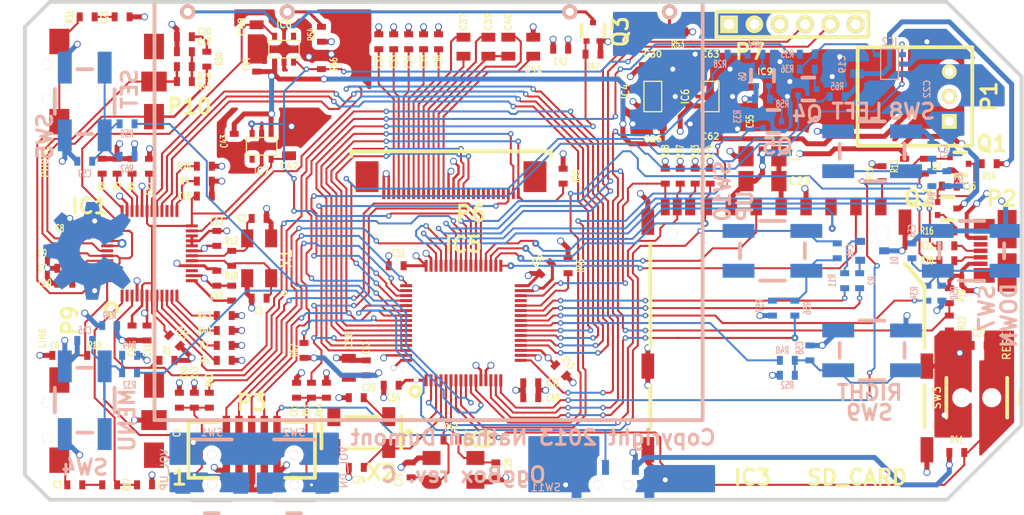
<source format=kicad_pcb>
(kicad_pcb (version 20171130) (host pcbnew 5.1.4-e60b266~84~ubuntu18.04.1)
  (title_block (title "OggBox open source hardware music player") (date "21 Jul 2013") (rev C) (company nathandumont.com))
  (layers (0 Front signal) (1 Inner2.Cu power hide) (2 Inner1.Cu power hide) (31 Back signal) (34 B.Paste user) (35 F.Paste user) (36 B.SilkS user) (37 F.SilkS user) (38 B.Mask user) (39 F.Mask user) (44 Edge.Cuts user))
  (net 0 "")
  (net 1 +1.8V)
  (net 2 +2.8V)
  (net 3 +3.0V)
  (net 4 +3.0VSB)
  (net 5 +5VUSB)
  (net 6 +BATT)
  (net 7 /A1)
  (net 8 /A2)
  (net 9 /AUX_PWR)
  (net 10 /CHG_100)
  (net 11 /CHG_500)
  (net 12 /CHG_STAT)
  (net 13 /DBG_RX)
  (net 14 /DBG_TX)
  (net 15 /DISC)
  (net 16 /DOWN_BTN)
  (net 17 /HOLD)
  (net 18 /K)
  (net 19 /LEFT_BTN)
  (net 20 /MENU_BTN)
  (net 21 /PWR_BUTTON)
  (net 22 /READ_BATT)
  (net 23 /RIGHT_BTN)
  (net 24 /RST)
  (net 25 /SCREEN_A0)
  (net 26 /SCREEN_BL)
  (net 27 /SCREEN_CS)
  (net 28 /SCREEN_MOSI)
  (net 29 /SCREEN_RST)
  (net 30 /SCREEN_SCK)
  (net 31 /SD_CP)
  (net 32 /SD_CS)
  (net 33 /SD_MISO)
  (net 34 /SD_MOSI)
  (net 35 /SD_POW)
  (net 36 /SD_SCK)
  (net 37 /SD_WP)
  (net 38 /SET_BTN)
  (net 39 /TCK)
  (net 40 /TDI)
  (net 41 /TMS)
  (net 42 /USBDM)
  (net 43 /USBDP)
  (net 44 /USB_P)
  (net 45 /VBAT_SENSE)
  (net 46 /VDNB)
  (net 47 /VOL_DN)
  (net 48 /VOL_UP)
  (net 49 /VS1053_CS)
  (net 50 /VS1053_DREQ)
  (net 51 /VS1053_MISO)
  (net 52 /VS1053_MOSI)
  (net 53 /VS1053_RST)
  (net 54 /VS1053_SCK)
  (net 55 /VUPB)
  (net 56 GND)
  (net 57 GNDA)
  (net 58 N-000001)
  (net 59 N-000002)
  (net 60 N-000003)
  (net 61 N-000015)
  (net 62 N-000027)
  (net 63 N-000029)
  (net 64 N-000032)
  (net 65 N-000033)
  (net 66 N-000035)
  (net 67 N-000036)
  (net 68 N-000037)
  (net 69 N-000038)
  (net 70 N-000040)
  (net 71 N-000041)
  (net 72 N-000042)
  (net 73 N-000043)
  (net 74 N-000044)
  (net 75 N-000046)
  (net 76 N-000047)
  (net 77 N-000048)
  (net 78 N-000052)
  (net 79 N-000059)
  (net 80 N-000060)
  (net 81 N-000064)
  (net 82 N-000066)
  (net 83 N-000067)
  (net 84 N-000068)
  (net 85 N-000074)
  (net 86 N-000075)
  (net 87 N-000076)
  (net 88 N-000084)
  (net 89 N-000086)
  (net 90 N-000087)
  (net 91 N-000096)
  (net 92 N-000097)
  (net 93 N-000099)
  (net 94 N-000100)
  (net 95 N-000101)
  (net 96 N-000102)
  (net 97 N-000103)
  (net 98 N-000104)
  (net 99 N-000105)
  (net 100 N-000106)
  (net 101 N-000107)
  (net 102 N-000108)
  (net 103 N-000109)
  (net 104 N-000110)
  (net 105 N-000111)
  (net 106 N-000112)
  (net 107 N-000113)
  (net 108 N-000114)
  (net 109 N-000115)
  (net 110 N-000116)
  (net 111 N-000117)
  (net 112 N-000118)
  (net 113 N-000119)
  (net 114 N-000120)
  (net 115 N-000121)
  (net 116 N-000122)
  (net 117 N-000124)
  (net 118 N-000125)
  (net 119 N-000127)
  (net 120 N-000129)
  (net 121 N-000140)
  (module Nathan_SMT_Other:XTAL_6036 (layer Front) (at 143 122)
    (fp_text reference X3 (at 2.5 -3) (layer F.SilkS) (effects (font (size 1.524 1.524) (thickness 0.3048))))
    (fp_text value 8MHz hide)
    (pad 4 smd rect (at -2.19964 -1.19888) (size 1.80086 1.39954) (layers Front F.Paste F.Mask) (net 56 GND))
    (pad 3 smd rect (at 2.19964 -1.19888) (size 1.80086 1.39954) (layers Front F.Paste F.Mask) (net 83 N-000067))
    (pad 2 smd rect (at 2.19964 1.19888) (size 1.80086 1.39954) (layers Front F.Paste F.Mask) (net 56 GND))
    (pad 1 smd oval (at -2.19964 1.19888) (size 1.99898 1.39954) (layers Front F.Paste F.Mask) (net 89 N-000086))
  )
  (module Nathan_THT_Other:BTHQ128064AVD1 (layer Back) (at 140.5001 75.99934 180)
    (fp_text reference P5 hide)
    (fp_text value CONN_4 hide)
    (pad 4 thru_hole circle (at 24.17064 0 180) (size 1.524 1.524) (drill 0.8001) (layers *.Cu *.Mask B.SilkS) (net 18 /K))
    (pad 3 thru_hole circle (at 14.17066 0 180) (size 1.524 1.524) (drill 0.8001) (layers *.Cu *.Mask B.SilkS) (net 8 /A2))
    (pad 1 thru_hole circle (at -24.17064 0 180) (size 1.524 1.524) (drill 0.8001) (layers *.Cu *.Mask B.SilkS) (net 7 /A1))
    (pad 2 thru_hole circle (at -14.17066 0 180) (size 1.524 1.524) (drill 0.8001) (layers *.Cu *.Mask B.SilkS) (net 18 /K))
  )
  (module Nathan_SMT_Conn:SD_UNIVERSAL (layer Front) (at 176.49952 121.24944)
    (fp_text reference IC3 (at -3.50012 1.50114) (layer F.SilkS) (effects (font (size 1.524 1.524) (thickness 0.3048))))
    (fp_text value SD_CARD (at 7.00024 1.50114) (layer F.SilkS) (effects (font (size 1.524 1.524) (thickness 0.3048))))
    (pad 10 smd rect (at 14.00048 -9.66978) (size 1.27 2.54) (layers Front F.Paste F.Mask) (net 56 GND))
    (pad 10 smd rect (at -14.00048 -9.66978) (size 1.27 2.54) (layers Front F.Paste F.Mask) (net 56 GND))
    (pad 10 smd rect (at 11.80084 -24.13) (size 1.27 2.54) (layers Front F.Paste F.Mask) (net 56 GND))
    (pad 10 smd rect (at 14.00048 -1.27) (size 1.27 2.54) (layers Front F.Paste F.Mask) (net 56 GND))
    (pad 10 smd rect (at -14.00048 -24.13) (size 1.27 2.54) (layers Front F.Paste F.Mask) (net 56 GND))
    (pad 10 smd rect (at -14.00048 -1.27) (size 1.27 2.54) (layers Front F.Paste F.Mask) (net 56 GND))
    (pad "" thru_hole circle (at 9.4996 -22.9997) (size 1.524 1.524) (drill 1.524) (layers *.Cu *.Mask F.SilkS))
    (pad "" thru_hole circle (at -11.50366 -22.9997) (size 1.00076 1.00076) (drill 1.00076) (layers *.Cu *.Mask F.SilkS))
    (pad 12 smd rect (at -12.25042 -25.69972) (size 0.889 1.778) (layers Front F.Paste F.Mask) (net 37 /SD_WP))
    (pad 14 smd rect (at -11.049 -25.69972) (size 0.889 1.778) (layers Front F.Paste F.Mask) (net 31 /SD_CP))
    (pad 8 smd rect (at -9.75106 -25.69972) (size 1.016 1.778) (layers Front F.Paste F.Mask) (net 59 N-000002))
    (pad 7 smd rect (at -8.12546 -25.69972) (size 1.143 1.778) (layers Front F.Paste F.Mask) (net 33 /SD_MISO))
    (pad 6 smd rect (at -5.6261 -25.69972) (size 1.143 1.778) (layers Front F.Paste F.Mask) (net 56 GND))
    (pad 5 smd rect (at -3.1242 -25.69972) (size 1.143 1.778) (layers Front F.Paste F.Mask) (net 36 /SD_SCK))
    (pad 4 smd rect (at -0.62484 -25.69972) (size 1.143 1.778) (layers Front F.Paste F.Mask) (net 35 /SD_POW))
    (pad 3 smd rect (at 1.87452 -25.69972) (size 1.143 1.778) (layers Front F.Paste F.Mask) (net 56 GND))
    (pad 2 smd rect (at 4.37388 -25.69972) (size 1.143 1.778) (layers Front F.Paste F.Mask) (net 34 /SD_MOSI))
    (pad 1 smd rect (at 6.87578 -25.69972) (size 1.143 1.778) (layers Front F.Paste F.Mask) (net 32 /SD_CS))
    (pad 9 smd rect (at 9.37514 -25.69972) (size 1.143 1.778) (layers Front F.Paste F.Mask) (net 58 N-000001))
  )
  (module Nathan_SMT_Semis:SOT23-5 (layer Back) (at 186.75 81.25 180)
    (fp_text reference IC2 (at 0 2.25 180) (layer B.SilkS) (effects (font (size 0.762 0.635) (thickness 0.127)) (justify mirror)))
    (fp_text value MCP73831T hide)
    (pad 4 smd rect (at 1.27 -0.9525 180) (size 0.762 0.508) (layers Back B.Paste B.Mask) (net 5 +5VUSB))
    (pad 2 smd rect (at -1.27 0 180) (size 0.762 0.508) (layers Back B.Paste B.Mask) (net 56 GND))
    (pad 5 smd rect (at 1.27 0.9525 180) (size 0.762 0.508) (layers Back B.Paste B.Mask) (net 95 N-000101))
    (pad 3 smd rect (at -1.27 -0.9525 180) (size 0.762 0.508) (layers Back B.Paste B.Mask) (net 6 +BATT))
    (pad 1 smd rect (at -1.27 0.9525 180) (size 0.762 0.508) (layers Back B.Paste B.Mask) (net 12 /CHG_STAT))
  )
  (module Nathan_SMT_Semis:SOT23-5 (layer Front) (at 123.75 89.5 270)
    (fp_text reference IC7 (at 2.5 0) (layer F.SilkS) (effects (font (size 0.762 0.635) (thickness 0.127))))
    (fp_text value TPS76318 hide)
    (pad 4 smd rect (at 1.27 0.9525 270) (size 0.762 0.508) (layers Front F.Paste F.Mask))
    (pad 2 smd rect (at -1.27 0 270) (size 0.762 0.508) (layers Front F.Paste F.Mask) (net 56 GND))
    (pad 5 smd rect (at 1.27 -0.9525 270) (size 0.762 0.508) (layers Front F.Paste F.Mask) (net 1 +1.8V))
    (pad 3 smd rect (at -1.27 0.9525 270) (size 0.762 0.508) (layers Front F.Paste F.Mask) (net 9 /AUX_PWR))
    (pad 1 smd rect (at -1.27 -0.9525 270) (size 0.762 0.508) (layers Front F.Paste F.Mask) (net 6 +BATT))
  )
  (module Nathan_SMT_Semis:SOT23-5 (layer Front) (at 126 79.75 90)
    (fp_text reference IC8 (at 2.49936 0 180) (layer F.SilkS) (effects (font (size 0.762 0.635) (thickness 0.127))))
    (fp_text value TPS76328 hide)
    (pad 4 smd rect (at 1.27 0.9525 90) (size 0.762 0.508) (layers Front F.Paste F.Mask))
    (pad 2 smd rect (at -1.27 0 90) (size 0.762 0.508) (layers Front F.Paste F.Mask) (net 56 GND))
    (pad 5 smd rect (at 1.27 -0.9525 90) (size 0.762 0.508) (layers Front F.Paste F.Mask) (net 2 +2.8V))
    (pad 3 smd rect (at -1.27 0.9525 90) (size 0.762 0.508) (layers Front F.Paste F.Mask) (net 9 /AUX_PWR))
    (pad 1 smd rect (at -1.27 -0.9525 90) (size 0.762 0.508) (layers Front F.Paste F.Mask) (net 6 +BATT))
  )
  (module Nathan_SMT_Semis:SOT23-5 (layer Front) (at 163 84.5 180)
    (fp_text reference IC4 (at 2.75 0.5 270) (layer F.SilkS) (effects (font (size 0.762 0.635) (thickness 0.127))))
    (fp_text value MCP1802T-3002I-OT hide)
    (pad 4 smd rect (at 1.27 0.9525 180) (size 0.762 0.508) (layers Front F.Paste F.Mask))
    (pad 2 smd rect (at -1.27 0 180) (size 0.762 0.508) (layers Front F.Paste F.Mask) (net 56 GND))
    (pad 5 smd rect (at 1.27 -0.9525 180) (size 0.762 0.508) (layers Front F.Paste F.Mask) (net 3 +3.0V))
    (pad 3 smd rect (at -1.27 0.9525 180) (size 0.762 0.508) (layers Front F.Paste F.Mask) (net 9 /AUX_PWR))
    (pad 1 smd rect (at -1.27 -0.9525 180) (size 0.762 0.508) (layers Front F.Paste F.Mask) (net 6 +BATT))
  )
  (module Nathan_SMT_Semis:SOT23 (layer Back) (at 185.0009 99.9998 90)
    (fp_text reference D1 (at -1.0002 2.2491 90) (layer B.SilkS) (effects (font (size 0.7 0.45) (thickness 0.11)) (justify mirror)))
    (fp_text value LED_RG hide)
    (pad 2 smd rect (at 0.94996 -1.19888 90) (size 0.7112 0.9906) (layers Back B.Paste B.Mask) (net 96 N-000102))
    (pad 1 smd rect (at -0.94996 -1.19888 90) (size 0.7112 0.9906) (layers Back B.Paste B.Mask) (net 112 N-000118))
    (pad 3 smd rect (at 0 1.19888 90) (size 0.7112 0.9906) (layers Back B.Paste B.Mask) (net 56 GND))
  )
  (module Nathan_SMT_Passive:SM1206 (layer Front) (at 174.00016 90.5002)
    (fp_text reference L1 (at 3.24866 0) (layer F.SilkS) (effects (font (size 0.762 0.762) (thickness 0.127))))
    (fp_text value 470n hide)
    (pad 2 smd rect (at 1.651 0) (size 1.524 2.032) (layers Front F.Paste F.Mask) (net 35 /SD_POW))
    (pad 1 smd rect (at -1.651 0) (size 1.524 2.032) (layers Front F.Paste F.Mask) (net 3 +3.0V))
  )
  (module Nathan_SMT_Passive:SM1206 (layer Front) (at 174.00016 92.99956 180)
    (fp_text reference C23 (at -3.74904 0 180) (layer F.SilkS) (effects (font (size 0.762 0.762) (thickness 0.127))))
    (fp_text value 47uF hide)
    (pad 2 smd rect (at 1.651 0 180) (size 1.524 2.032) (layers Front F.Paste F.Mask) (net 56 GND))
    (pad 1 smd rect (at -1.651 0 180) (size 1.524 2.032) (layers Front F.Paste F.Mask) (net 35 /SD_POW))
  )
  (module Nathan_SMT_Passive:SM0805 (layer Front) (at 163 81.75)
    (fp_text reference C30 (at 0 -1.5) (layer F.SilkS) (effects (font (size 0.635 0.635) (thickness 0.127))))
    (fp_text value 4.7uF hide)
    (pad 2 smd rect (at 0.9525 0) (size 0.889 1.397) (layers Front F.Paste F.Mask) (net 56 GND))
    (pad 1 smd rect (at -0.9525 0) (size 0.889 1.397) (layers Front F.Paste F.Mask) (net 3 +3.0V))
  )
  (module Nathan_SMT_Passive:SM0805 (layer Front) (at 163 87.25 180)
    (fp_text reference C26 (at 0 -1.50114 180) (layer F.SilkS) (effects (font (size 0.635 0.635) (thickness 0.127))))
    (fp_text value 4.7uF hide)
    (pad 2 smd rect (at 0.9525 0 180) (size 0.889 1.397) (layers Front F.Paste F.Mask) (net 56 GND))
    (pad 1 smd rect (at -0.9525 0 180) (size 0.889 1.397) (layers Front F.Paste F.Mask) (net 6 +BATT))
  )
  (module Nathan_SMT_Passive:SM0805 (layer Front) (at 144.00022 79.49946 270)
    (fp_text reference C37 (at -2.49936 0 270) (layer F.SilkS) (effects (font (size 0.635 0.635) (thickness 0.127))))
    (fp_text value 2.2uF hide)
    (pad 2 smd rect (at 0.9525 0 270) (size 0.889 1.397) (layers Front F.Paste F.Mask) (net 104 N-000110))
    (pad 1 smd rect (at -0.9525 0 270) (size 0.889 1.397) (layers Front F.Paste F.Mask) (net 115 N-000121))
  )
  (module Nathan_SMT_Passive:SM0805 (layer Back) (at 190.5 81.25 90)
    (fp_text reference C22 (at -2.50444 0.00508 90) (layer B.SilkS) (effects (font (size 0.635 0.635) (thickness 0.127)) (justify mirror)))
    (fp_text value 4.7uF hide)
    (pad 2 smd rect (at 0.9525 0 90) (size 0.889 1.397) (layers Back B.Paste B.Mask) (net 56 GND))
    (pad 1 smd rect (at -0.9525 0 90) (size 0.889 1.397) (layers Back B.Paste B.Mask) (net 6 +BATT))
  )
  (module Nathan_SMT_Passive:SM0805 (layer Back) (at 183.5 81.25 90)
    (fp_text reference C19 (at 0 -1.4986 90) (layer B.SilkS) (effects (font (size 0.635 0.635) (thickness 0.127)) (justify mirror)))
    (fp_text value 4.7uF hide)
    (pad 2 smd rect (at 0.9525 0 90) (size 0.889 1.397) (layers Back B.Paste B.Mask) (net 56 GND))
    (pad 1 smd rect (at -0.9525 0 90) (size 0.889 1.397) (layers Back B.Paste B.Mask) (net 5 +5VUSB))
  )
  (module Nathan_SMT_Passive:SM0805 (layer Front) (at 123.25 78.25 270)
    (fp_text reference C48 (at -0.7493 1.50114 270) (layer F.SilkS) (effects (font (size 0.635 0.635) (thickness 0.127))))
    (fp_text value 4.7uF hide)
    (pad 2 smd rect (at 0.9525 0 270) (size 0.889 1.397) (layers Front F.Paste F.Mask) (net 56 GND))
    (pad 1 smd rect (at -0.9525 0 270) (size 0.889 1.397) (layers Front F.Paste F.Mask) (net 2 +2.8V))
  )
  (module Nathan_SMT_Passive:SM0805 (layer Front) (at 126.5 89.5 90)
    (fp_text reference C47 (at -1.99898 0 180) (layer F.SilkS) (effects (font (size 0.635 0.635) (thickness 0.127))))
    (fp_text value 4.7uF hide)
    (pad 2 smd rect (at 0.9525 0 90) (size 0.889 1.397) (layers Front F.Paste F.Mask) (net 56 GND))
    (pad 1 smd rect (at -0.9525 0 90) (size 0.889 1.397) (layers Front F.Paste F.Mask) (net 1 +1.8V))
  )
  (module Nathan_SMT_Passive:SM0805 (layer Front) (at 151.00046 79.49946 90)
    (fp_text reference C41 (at -2.25044 0 180) (layer F.SilkS) (effects (font (size 0.635 0.635) (thickness 0.127))))
    (fp_text value 2.2uF hide)
    (pad 2 smd rect (at 0.9525 0 90) (size 0.889 1.397) (layers Front F.Paste F.Mask) (net 56 GND))
    (pad 1 smd rect (at -0.9525 0 90) (size 0.889 1.397) (layers Front F.Paste F.Mask) (net 108 N-000114))
  )
  (module Nathan_SMT_Passive:SM0805 (layer Front) (at 148.5011 79.49946 270)
    (fp_text reference C40 (at -2.49936 0 270) (layer F.SilkS) (effects (font (size 0.635 0.635) (thickness 0.127))))
    (fp_text value 2.2uF hide)
    (pad 2 smd rect (at 0.9525 0 270) (size 0.889 1.397) (layers Front F.Paste F.Mask) (net 107 N-000113))
    (pad 1 smd rect (at -0.9525 0 270) (size 0.889 1.397) (layers Front F.Paste F.Mask) (net 102 N-000108))
  )
  (module Nathan_SMT_Passive:SM0805 (layer Front) (at 146.49958 79.49946 270)
    (fp_text reference C39 (at -2.49936 0 270) (layer F.SilkS) (effects (font (size 0.635 0.635) (thickness 0.127))))
    (fp_text value 2.2uF hide)
    (pad 2 smd rect (at 0.9525 0 270) (size 0.889 1.397) (layers Front F.Paste F.Mask) (net 107 N-000113))
    (pad 1 smd rect (at -0.9525 0 270) (size 0.889 1.397) (layers Front F.Paste F.Mask) (net 103 N-000109))
  )
  (module Nathan_SMT_Conn:MICRO_USB_1568026 (layer Front) (at 199.9996 99.9998 180)
    (fp_text reference P2 (at 1.99898 5.25018 180) (layer F.SilkS) (effects (font (size 1.524 1.524) (thickness 0.3048))))
    (fp_text value USB hide)
    (pad 6 smd rect (at 3.74904 2.4638 180) (size 2.10058 1.47574) (layers Front F.Paste F.Mask) (clearance 0.19812))
    (pad 6 smd rect (at 3.74904 -2.4638 180) (size 2.10058 1.47574) (layers Front F.Paste F.Mask) (clearance 0.19812))
    (pad 1 smd rect (at 4.10972 -1.30048 180) (size 1.37922 0.44958) (layers Front F.Paste F.Mask) (net 5 +5VUSB) (clearance 0.19812))
    (pad 6 smd rect (at 1.45034 0.8382 180) (size 1.89992 1.17602) (layers Front F.Paste F.Mask))
    (pad 6 smd rect (at 1.45034 -2.91338 180) (size 1.89992 2.3749) (layers Front F.Paste F.Mask))
    (pad 6 smd rect (at 1.45034 2.91338 180) (size 1.89992 2.3749) (layers Front F.Paste F.Mask))
    (pad 6 smd rect (at 1.45034 -0.8382 180) (size 1.89992 1.17602) (layers Front F.Paste F.Mask))
    (pad 3 smd rect (at 4.10972 0 180) (size 1.37922 0.44958) (layers Front F.Paste F.Mask) (net 81 N-000064) (clearance 0.19812))
    (pad 4 smd rect (at 4.10972 0.65024 180) (size 1.37922 0.44958) (layers Front F.Paste F.Mask) (clearance 0.19812))
    (pad 2 smd rect (at 4.10972 -0.65024 180) (size 1.37922 0.44958) (layers Front F.Paste F.Mask) (net 82 N-000066) (clearance 0.19812))
    (pad 5 smd rect (at 4.10972 1.30048 180) (size 1.37922 0.44958) (layers Front F.Paste F.Mask) (net 56 GND) (clearance 0.19812))
  )
  (module Nathan_SMT_Semis:LQFP64 (layer Front) (at 143.99768 107.24896)
    (fp_text reference IC5 (at 0 -7.874) (layer F.SilkS) (effects (font (size 1.524 1.524) (thickness 0.3048))))
    (fp_text value STM32F103RET hide)
    (pad 64 smd rect (at -5.75056 3.74904) (size 1.1938 0.29972) (layers Front F.Paste F.Mask) (net 4 +3.0VSB))
    (pad 63 smd rect (at -5.75056 3.2512) (size 1.1938 0.29972) (layers Front F.Paste F.Mask) (net 56 GND))
    (pad 62 smd rect (at -5.75056 2.75082) (size 1.1938 0.29972) (layers Front F.Paste F.Mask) (net 25 /SCREEN_A0))
    (pad 61 smd rect (at -5.75056 2.25044) (size 1.1938 0.29972) (layers Front F.Paste F.Mask) (net 26 /SCREEN_BL))
    (pad 60 smd rect (at -5.75056 1.75006) (size 1.1938 0.29972) (layers Front F.Paste F.Mask) (net 47 /VOL_DN))
    (pad 59 smd rect (at -5.75056 1.24968) (size 1.1938 0.29972) (layers Front F.Paste F.Mask) (net 27 /SCREEN_CS))
    (pad 58 smd rect (at -5.75056 0.7493) (size 1.1938 0.29972) (layers Front F.Paste F.Mask) (net 29 /SCREEN_RST))
    (pad 57 smd rect (at -5.75056 0.24892) (size 1.1938 0.29972) (layers Front F.Paste F.Mask) (net 28 /SCREEN_MOSI))
    (pad 56 smd rect (at -5.75056 -0.24892) (size 1.1938 0.29972) (layers Front F.Paste F.Mask) (net 87 N-000076))
    (pad 55 smd rect (at -5.75056 -0.7493) (size 1.1938 0.29972) (layers Front F.Paste F.Mask) (net 30 /SCREEN_SCK))
    (pad 54 smd rect (at -5.75056 -1.24968) (size 1.1938 0.29972) (layers Front F.Paste F.Mask) (net 17 /HOLD))
    (pad 53 smd rect (at -5.75056 -1.75006) (size 1.1938 0.29972) (layers Front F.Paste F.Mask) (net 11 /CHG_500))
    (pad 52 smd rect (at -5.75056 -2.25044) (size 1.1938 0.29972) (layers Front F.Paste F.Mask) (net 10 /CHG_100))
    (pad 51 smd rect (at -5.75056 -2.75082) (size 1.1938 0.29972) (layers Front F.Paste F.Mask) (net 12 /CHG_STAT))
    (pad 50 smd rect (at -5.75056 -3.2512) (size 1.1938 0.29972) (layers Front F.Paste F.Mask) (net 40 /TDI))
    (pad 49 smd rect (at -5.75056 -3.74904) (size 1.1938 0.29972) (layers Front F.Paste F.Mask) (net 39 /TCK))
    (pad 32 smd rect (at 5.75056 -3.74904) (size 1.1938 0.29972) (layers Front F.Paste F.Mask) (net 4 +3.0VSB))
    (pad 31 smd rect (at 5.75056 -3.2512) (size 1.1938 0.29972) (layers Front F.Paste F.Mask) (net 56 GND))
    (pad 30 smd rect (at 5.75056 -2.75082) (size 1.1938 0.29972) (layers Front F.Paste F.Mask) (net 37 /SD_WP))
    (pad 29 smd rect (at 5.75056 -2.25044) (size 1.1938 0.29972) (layers Front F.Paste F.Mask))
    (pad 28 smd rect (at 5.75056 -1.75006) (size 1.1938 0.29972) (layers Front F.Paste F.Mask) (net 63 N-000029))
    (pad 27 smd rect (at 5.75056 -1.24968) (size 1.1938 0.29972) (layers Front F.Paste F.Mask) (net 62 N-000027))
    (pad 26 smd rect (at 5.75056 -0.7493) (size 1.1938 0.29972) (layers Front F.Paste F.Mask) (net 120 N-000129))
    (pad 25 smd rect (at 5.75056 -0.24892) (size 1.1938 0.29972) (layers Front F.Paste F.Mask) (net 16 /DOWN_BTN))
    (pad 24 smd rect (at 5.75056 0.24892) (size 1.1938 0.29972) (layers Front F.Paste F.Mask) (net 23 /RIGHT_BTN))
    (pad 23 smd rect (at 5.75056 0.7493) (size 1.1938 0.29972) (layers Front F.Paste F.Mask) (net 52 /VS1053_MOSI))
    (pad 22 smd rect (at 5.75056 1.24968) (size 1.1938 0.29972) (layers Front F.Paste F.Mask) (net 51 /VS1053_MISO))
    (pad 21 smd rect (at 5.75056 1.75006) (size 1.1938 0.29972) (layers Front F.Paste F.Mask) (net 54 /VS1053_SCK))
    (pad 20 smd rect (at 5.75056 2.25044) (size 1.1938 0.29972) (layers Front F.Paste F.Mask) (net 49 /VS1053_CS))
    (pad 19 smd rect (at 5.75056 2.75082) (size 1.1938 0.29972) (layers Front F.Paste F.Mask) (net 4 +3.0VSB))
    (pad 18 smd rect (at 5.75056 3.2512) (size 1.1938 0.29972) (layers Front F.Paste F.Mask) (net 56 GND))
    (pad 17 smd rect (at 5.75056 3.74904) (size 1.1938 0.29972) (layers Front F.Paste F.Mask) (net 53 /VS1053_RST))
    (pad 48 smd rect (at -3.74904 -5.75056) (size 0.29972 1.1938) (layers Front F.Paste F.Mask) (net 4 +3.0VSB))
    (pad 47 smd rect (at -3.2512 -5.75056) (size 0.29972 1.1938) (layers Front F.Paste F.Mask) (net 56 GND))
    (pad 46 smd rect (at -2.75082 -5.75056) (size 0.29972 1.1938) (layers Front F.Paste F.Mask) (net 41 /TMS))
    (pad 45 smd rect (at -2.25044 -5.75056) (size 0.29972 1.1938) (layers Front F.Paste F.Mask) (net 43 /USBDP))
    (pad 44 smd rect (at -1.75006 -5.75056) (size 0.29972 1.1938) (layers Front F.Paste F.Mask) (net 42 /USBDM))
    (pad 43 smd rect (at -1.24968 -5.75056) (size 0.29972 1.1938) (layers Front F.Paste F.Mask) (net 13 /DBG_RX))
    (pad 42 smd rect (at -0.7493 -5.75056) (size 0.29972 1.1938) (layers Front F.Paste F.Mask) (net 14 /DBG_TX))
    (pad 41 smd rect (at -0.24892 -5.75056) (size 0.29972 1.1938) (layers Front F.Paste F.Mask) (net 50 /VS1053_DREQ))
    (pad 40 smd rect (at 0.24892 -5.75056) (size 0.29972 1.1938) (layers Front F.Paste F.Mask) (net 44 /USB_P))
    (pad 39 smd rect (at 0.7493 -5.75056) (size 0.29972 1.1938) (layers Front F.Paste F.Mask) (net 9 /AUX_PWR))
    (pad 38 smd rect (at 1.24968 -5.75056) (size 0.29972 1.1938) (layers Front F.Paste F.Mask) (net 47 /VOL_DN))
    (pad 37 smd rect (at 1.75006 -5.75056) (size 0.29972 1.1938) (layers Front F.Paste F.Mask) (net 48 /VOL_UP))
    (pad 36 smd rect (at 2.25044 -5.75056) (size 0.29972 1.1938) (layers Front F.Paste F.Mask) (net 34 /SD_MOSI))
    (pad 35 smd rect (at 2.75082 -5.75056) (size 0.29972 1.1938) (layers Front F.Paste F.Mask) (net 33 /SD_MISO))
    (pad 34 smd rect (at 3.2512 -5.75056) (size 0.29972 1.1938) (layers Front F.Paste F.Mask) (net 36 /SD_SCK))
    (pad 33 smd rect (at 3.74904 -5.75056) (size 0.29972 1.1938) (layers Front F.Paste F.Mask) (net 32 /SD_CS))
    (pad 16 smd rect (at 3.74904 5.75056) (size 0.29972 1.1938) (layers Front F.Paste F.Mask) (net 15 /DISC))
    (pad 15 smd rect (at 3.2512 5.75056) (size 0.29972 1.1938) (layers Front F.Paste F.Mask) (net 45 /VBAT_SENSE))
    (pad 14 smd rect (at 2.75082 5.75056) (size 0.29972 1.1938) (layers Front F.Paste F.Mask) (net 21 /PWR_BUTTON))
    (pad 13 smd rect (at 2.25044 5.75056) (size 0.29972 1.1938) (layers Front F.Paste F.Mask) (net 4 +3.0VSB))
    (pad 12 smd rect (at 1.75006 5.75056) (size 0.29972 1.1938) (layers Front F.Paste F.Mask) (net 56 GND))
    (pad 11 smd rect (at 1.24968 5.75056) (size 0.29972 1.1938) (layers Front F.Paste F.Mask) (net 19 /LEFT_BTN))
    (pad 10 smd rect (at 0.7493 5.75056) (size 0.29972 1.1938) (layers Front F.Paste F.Mask) (net 20 /MENU_BTN))
    (pad 9 smd rect (at 0.24892 5.75056) (size 0.29972 1.1938) (layers Front F.Paste F.Mask) (net 38 /SET_BTN))
    (pad 8 smd rect (at -0.24892 5.75056) (size 0.29972 1.1938) (layers Front F.Paste F.Mask) (net 22 /READ_BATT))
    (pad 7 smd rect (at -0.7493 5.75056) (size 0.29972 1.1938) (layers Front F.Paste F.Mask) (net 24 /RST))
    (pad 6 smd rect (at -1.24968 5.75056) (size 0.29972 1.1938) (layers Front F.Paste F.Mask) (net 83 N-000067))
    (pad 5 smd rect (at -1.75006 5.75056) (size 0.29972 1.1938) (layers Front F.Paste F.Mask) (net 89 N-000086))
    (pad 4 smd rect (at -2.25044 5.75056) (size 0.29972 1.1938) (layers Front F.Paste F.Mask) (net 61 N-000015))
    (pad 3 smd rect (at -2.75082 5.75056) (size 0.29972 1.1938) (layers Front F.Paste F.Mask) (net 60 N-000003))
    (pad 2 smd rect (at -3.2512 5.75056) (size 0.29972 1.1938) (layers Front F.Paste F.Mask) (net 31 /SD_CP))
    (pad 1 smd rect (at -3.74904 5.75056) (size 0.29972 1.1938) (layers Front F.Paste F.Mask) (net 4 +3.0VSB))
  )
  (module Nathan_SMT_Semis:LQFP48 (layer Front) (at 112.49914 100.24872)
    (fp_text reference IC1 (at -5.99914 -4.74872) (layer F.SilkS) (effects (font (size 1.524 1.524) (thickness 0.3048))))
    (fp_text value VS1053 hide)
    (pad 48 smd rect (at -4.24942 2.75082) (size 1.1938 0.29972) (layers Front F.Paste F.Mask) (net 100 N-000106))
    (pad 47 smd rect (at -4.24942 2.25044) (size 1.1938 0.29972) (layers Front F.Paste F.Mask) (net 57 GNDA))
    (pad 46 smd rect (at -4.24942 1.75006) (size 1.1938 0.29972) (layers Front F.Paste F.Mask) (net 101 N-000107))
    (pad 45 smd rect (at -4.24942 1.24968) (size 1.1938 0.29972) (layers Front F.Paste F.Mask) (net 2 +2.8V))
    (pad 44 smd rect (at -4.24942 0.7493) (size 1.1938 0.29972) (layers Front F.Paste F.Mask) (net 75 N-000046))
    (pad 43 smd rect (at -4.24942 0.24892) (size 1.1938 0.29972) (layers Front F.Paste F.Mask) (net 2 +2.8V))
    (pad 42 smd rect (at -4.24942 -0.24892) (size 1.1938 0.29972) (layers Front F.Paste F.Mask) (net 117 N-000124))
    (pad 41 smd rect (at -4.24942 -0.7493) (size 1.1938 0.29972) (layers Front F.Paste F.Mask) (net 57 GNDA))
    (pad 40 smd rect (at -4.24942 -1.24968) (size 1.1938 0.29972) (layers Front F.Paste F.Mask) (net 57 GNDA))
    (pad 39 smd rect (at -4.24942 -1.75006) (size 1.1938 0.29972) (layers Front F.Paste F.Mask) (net 118 N-000125))
    (pad 38 smd rect (at -4.24942 -2.25044) (size 1.1938 0.29972) (layers Front F.Paste F.Mask) (net 2 +2.8V))
    (pad 37 smd rect (at -4.24942 -2.75082) (size 1.1938 0.29972) (layers Front F.Paste F.Mask) (net 57 GNDA))
    (pad 24 smd rect (at 4.24942 -2.75082) (size 1.1938 0.29972) (layers Front F.Paste F.Mask) (net 1 +1.8V))
    (pad 23 smd rect (at 4.24942 -2.25044) (size 1.1938 0.29972) (layers Front F.Paste F.Mask) (net 49 /VS1053_CS))
    (pad 22 smd rect (at 4.24942 -1.75006) (size 1.1938 0.29972) (layers Front F.Paste F.Mask) (net 56 GND))
    (pad 21 smd rect (at 4.24942 -1.24968) (size 1.1938 0.29972) (layers Front F.Paste F.Mask) (net 56 GND))
    (pad 20 smd rect (at 4.24942 -0.7493) (size 1.1938 0.29972) (layers Front F.Paste F.Mask) (net 56 GND))
    (pad 19 smd rect (at 4.24942 -0.24892) (size 1.1938 0.29972) (layers Front F.Paste F.Mask) (net 3 +3.0V))
    (pad 18 smd rect (at 4.24942 0.24892) (size 1.1938 0.29972) (layers Front F.Paste F.Mask) (net 88 N-000084))
    (pad 17 smd rect (at 4.24942 0.7493) (size 1.1938 0.29972) (layers Front F.Paste F.Mask) (net 70 N-000040))
    (pad 16 smd rect (at 4.24942 1.24968) (size 1.1938 0.29972) (layers Front F.Paste F.Mask) (net 56 GND))
    (pad 15 smd rect (at 4.24942 1.75006) (size 1.1938 0.29972) (layers Front F.Paste F.Mask))
    (pad 14 smd rect (at 4.24942 2.25044) (size 1.1938 0.29972) (layers Front F.Paste F.Mask) (net 3 +3.0V))
    (pad 13 smd rect (at 4.24942 2.75082) (size 1.1938 0.29972) (layers Front F.Paste F.Mask) (net 119 N-000127))
    (pad 36 smd rect (at -2.75082 -4.24942) (size 0.29972 1.1938) (layers Front F.Paste F.Mask) (net 72 N-000042))
    (pad 35 smd rect (at -2.25044 -4.24942) (size 0.29972 1.1938) (layers Front F.Paste F.Mask) (net 56 GND))
    (pad 34 smd rect (at -1.75006 -4.24942) (size 0.29972 1.1938) (layers Front F.Paste F.Mask) (net 71 N-000041))
    (pad 33 smd rect (at -1.24968 -4.24942) (size 0.29972 1.1938) (layers Front F.Paste F.Mask) (net 76 N-000047))
    (pad 32 smd rect (at -0.7493 -4.24942) (size 0.29972 1.1938) (layers Front F.Paste F.Mask) (net 3 +3.0V))
    (pad 31 smd rect (at -0.24892 -4.24942) (size 0.29972 1.1938) (layers Front F.Paste F.Mask) (net 1 +1.8V))
    (pad 30 smd rect (at 0.24892 -4.24942) (size 0.29972 1.1938) (layers Front F.Paste F.Mask) (net 51 /VS1053_MISO))
    (pad 29 smd rect (at 0.7493 -4.24942) (size 0.29972 1.1938) (layers Front F.Paste F.Mask) (net 52 /VS1053_MOSI))
    (pad 28 smd rect (at 1.24968 -4.24942) (size 0.29972 1.1938) (layers Front F.Paste F.Mask) (net 54 /VS1053_SCK))
    (pad 27 smd rect (at 1.75006 -4.24942) (size 0.29972 1.1938) (layers Front F.Paste F.Mask))
    (pad 26 smd rect (at 2.25044 -4.24942) (size 0.29972 1.1938) (layers Front F.Paste F.Mask) (net 73 N-000043))
    (pad 25 smd rect (at 2.75082 -4.24942) (size 0.29972 1.1938) (layers Front F.Paste F.Mask) (net 74 N-000044))
    (pad 12 smd rect (at 2.75082 4.24942) (size 0.29972 1.1938) (layers Front F.Paste F.Mask) (net 77 N-000048))
    (pad 11 smd rect (at 2.25044 4.24942) (size 0.29972 1.1938) (layers Front F.Paste F.Mask) (net 66 N-000035))
    (pad 10 smd rect (at 1.75006 4.24942) (size 0.29972 1.1938) (layers Front F.Paste F.Mask) (net 67 N-000036))
    (pad 9 smd rect (at 1.24968 4.24942) (size 0.29972 1.1938) (layers Front F.Paste F.Mask) (net 68 N-000037))
    (pad 8 smd rect (at 0.7493 4.24942) (size 0.29972 1.1938) (layers Front F.Paste F.Mask) (net 50 /VS1053_DREQ))
    (pad 7 smd rect (at 0.24892 4.24942) (size 0.29972 1.1938) (layers Front F.Paste F.Mask) (net 1 +1.8V))
    (pad 6 smd rect (at -0.24892 4.24942) (size 0.29972 1.1938) (layers Front F.Paste F.Mask) (net 3 +3.0V))
    (pad 5 smd rect (at -0.7493 4.24942) (size 0.29972 1.1938) (layers Front F.Paste F.Mask) (net 1 +1.8V))
    (pad 4 smd rect (at -1.24968 4.24942) (size 0.29972 1.1938) (layers Front F.Paste F.Mask) (net 56 GND))
    (pad 3 smd rect (at -1.75006 4.24942) (size 0.29972 1.1938) (layers Front F.Paste F.Mask) (net 53 /VS1053_RST))
    (pad 2 smd rect (at -2.25044 4.24942) (size 0.29972 1.1938) (layers Front F.Paste F.Mask))
    (pad 1 smd rect (at -2.75082 4.24942) (size 0.29972 1.1938) (layers Front F.Paste F.Mask) (net 69 N-000038))
  )
  (module Nathan_THT_Conn:HEADER_6 (layer Front) (at 176.9999 77.24902)
    (fp_text reference P7 (at -4.2499 2.75098) (layer F.SilkS) (effects (font (size 1.524 1.524) (thickness 0.3048))))
    (fp_text value FTDI hide)
    (pad 6 thru_hole circle (at 6.35 0) (size 1.778 1.778) (drill 1.016) (layers *.Cu *.Mask F.SilkS))
    (pad 5 thru_hole circle (at 3.81 0) (size 1.778 1.778) (drill 1.016) (layers *.Cu *.Mask F.SilkS) (net 14 /DBG_TX))
    (pad 4 thru_hole circle (at 1.27 0) (size 1.778 1.778) (drill 1.016) (layers *.Cu *.Mask F.SilkS) (net 13 /DBG_RX))
    (pad 3 thru_hole circle (at -1.27 0) (size 1.778 1.778) (drill 1.016) (layers *.Cu *.Mask F.SilkS))
    (pad 2 thru_hole circle (at -3.81 0) (size 1.778 1.778) (drill 1.016) (layers *.Cu *.Mask F.SilkS) (net 56 GND))
    (pad 1 thru_hole rect (at -6.35 0) (size 1.778 1.778) (drill 1.016) (layers *.Cu *.Mask F.SilkS) (net 56 GND))
  )
  (module Nathan_SMT_Conn:AMP_FPC_28_05MM (layer Front) (at 142.75054 94.24924 180)
    (fp_text reference P6 (at -1.99898 -2.00152 180) (layer F.SilkS) (effects (font (size 1.524 1.524) (thickness 0.3048))))
    (fp_text value CONN_28 hide)
    (pad 29 smd rect (at 8.41756 1.69926) (size 2.30124 3.0988) (layers Front F.Paste F.Mask))
    (pad 29 smd rect (at -8.42264 1.69926) (size 2.30124 3.0988) (layers Front F.Paste F.Mask))
    (pad 12 smd rect (at 1.24714 0) (size 0.29972 1.09982) (layers Front F.Paste F.Mask) (net 102 N-000108))
    (pad 16 smd rect (at -0.75184 0) (size 0.29972 1.09982) (layers Front F.Paste F.Mask) (net 28 /SCREEN_MOSI))
    (pad 11 smd rect (at 1.74752 0) (size 0.29972 1.09982) (layers Front F.Paste F.Mask) (net 107 N-000113))
    (pad 10 smd rect (at 2.2479 0) (size 0.29972 1.09982) (layers Front F.Paste F.Mask) (net 103 N-000109))
    (pad 9 smd rect (at 2.74828 0) (size 0.29972 1.09982) (layers Front F.Paste F.Mask) (net 104 N-000110))
    (pad 8 smd rect (at 3.24866 0) (size 0.29972 1.09982) (layers Front F.Paste F.Mask) (net 115 N-000121))
    (pad 7 smd rect (at 3.74904 0) (size 0.29972 1.09982) (layers Front F.Paste F.Mask) (net 98 N-000104))
    (pad 6 smd rect (at 4.24688 0) (size 0.29972 1.09982) (layers Front F.Paste F.Mask) (net 113 N-000119))
    (pad 5 smd rect (at 4.74726 0) (size 0.29972 1.09982) (layers Front F.Paste F.Mask) (net 106 N-000112))
    (pad 4 smd rect (at 5.24764 0) (size 0.29972 1.09982) (layers Front F.Paste F.Mask) (net 114 N-000120))
    (pad 3 smd rect (at 5.74802 0) (size 0.29972 1.09982) (layers Front F.Paste F.Mask) (net 105 N-000111))
    (pad 2 smd rect (at 6.2484 0) (size 0.29972 1.09982) (layers Front F.Paste F.Mask) (net 56 GND))
    (pad 1 smd rect (at 6.74878 0) (size 0.29972 1.09982) (layers Front F.Paste F.Mask) (net 56 GND))
    (pad 13 smd rect (at 0.74676 0) (size 0.29972 1.09982) (layers Front F.Paste F.Mask) (net 108 N-000114))
    (pad 28 smd rect (at -6.75386 0) (size 0.29972 1.09982) (layers Front F.Paste F.Mask) (net 29 /SCREEN_RST))
    (pad 27 smd rect (at -6.25348 0) (size 0.29972 1.09982) (layers Front F.Paste F.Mask) (net 27 /SCREEN_CS))
    (pad 26 smd rect (at -5.7531 0) (size 0.29972 1.09982) (layers Front F.Paste F.Mask) (net 25 /SCREEN_A0))
    (pad 25 smd rect (at -5.25272 0) (size 0.29972 1.09982) (layers Front F.Paste F.Mask))
    (pad 24 smd rect (at -4.75234 0) (size 0.29972 1.09982) (layers Front F.Paste F.Mask))
    (pad 23 smd rect (at -4.25196 0) (size 0.29972 1.09982) (layers Front F.Paste F.Mask))
    (pad 22 smd rect (at -3.75412 0) (size 0.29972 1.09982) (layers Front F.Paste F.Mask))
    (pad 21 smd rect (at -3.25374 0) (size 0.29972 1.09982) (layers Front F.Paste F.Mask))
    (pad 20 smd rect (at -2.75336 0) (size 0.29972 1.09982) (layers Front F.Paste F.Mask))
    (pad 19 smd rect (at -2.25298 0) (size 0.29972 1.09982) (layers Front F.Paste F.Mask))
    (pad 18 smd rect (at -1.7526 0) (size 0.29972 1.09982) (layers Front F.Paste F.Mask))
    (pad 17 smd rect (at -1.25222 0) (size 0.29972 1.09982) (layers Front F.Paste F.Mask) (net 30 /SCREEN_SCK))
    (pad 15 smd rect (at -0.25146 0) (size 0.29972 1.09982) (layers Front F.Paste F.Mask) (net 3 +3.0V))
    (pad 14 smd rect (at 0.24638 0) (size 0.29972 1.09982) (layers Front F.Paste F.Mask) (net 56 GND))
  )
  (module Nathan_SMT_Semis:SOT23 (layer Front) (at 174.25 84.5 270)
    (fp_text reference IC9 (at -2.5019 0) (layer F.SilkS) (effects (font (size 0.635 0.635) (thickness 0.127))))
    (fp_text value MCP102 hide)
    (pad 2 smd rect (at 0.94996 1.19888 270) (size 0.7112 0.9906) (layers Front F.Paste F.Mask) (net 6 +BATT))
    (pad 1 smd rect (at -0.94996 1.19888 270) (size 0.7112 0.9906) (layers Front F.Paste F.Mask) (net 84 N-000068))
    (pad 3 smd rect (at 0 -1.19888 270) (size 0.7112 0.9906) (layers Front F.Paste F.Mask) (net 56 GND))
  )
  (module Nathan_SMT_Other:SW_EVQQ2P03W (layer Back) (at 105.99928 115.00104 90)
    (fp_text reference SW4 (at -6.74878 0 180) (layer B.SilkS) (effects (font (size 1.524 1.524) (thickness 0.3048)) (justify mirror)))
    (fp_text value MENU (at -1.99896 4.25072 90) (layer B.SilkS) (effects (font (size 1.524 1.524) (thickness 0.3048)) (justify mirror)))
    (pad 1 smd rect (at -3.40106 -1.99898 90) (size 3.2004 1.397) (layers Back B.Paste B.Mask) (net 3 +3.0V))
    (pad 3 smd rect (at 3.40106 -1.99898 90) (size 3.2004 1.397) (layers Back B.Paste B.Mask) (net 3 +3.0V))
    (pad 4 smd rect (at 3.40106 1.99898 90) (size 3.2004 1.397) (layers Back B.Paste B.Mask) (net 90 N-000087))
    (pad 2 smd rect (at -3.40106 1.99898 90) (size 3.2004 1.397) (layers Back B.Paste B.Mask) (net 90 N-000087))
  )
  (module Nathan_SMT_Other:SW_EVQQ2P03W (layer Back) (at 175.00092 99.9998)
    (fp_text reference SW10 (at -5.00126 -5.99948 90) (layer B.SilkS) (effects (font (size 1.524 1.524) (thickness 0.3048)) (justify mirror)))
    (fp_text value UP (at -2.75082 -4.50088 90) (layer B.SilkS) (effects (font (size 1.524 1.524) (thickness 0.3048)) (justify mirror)))
    (pad 1 smd rect (at -3.40106 -1.99898) (size 3.2004 1.397) (layers Back B.Paste B.Mask) (net 17 /HOLD))
    (pad 3 smd rect (at 3.40106 -1.99898) (size 3.2004 1.397) (layers Back B.Paste B.Mask) (net 17 /HOLD))
    (pad 4 smd rect (at 3.40106 1.99898) (size 3.2004 1.397) (layers Back B.Paste B.Mask) (net 65 N-000033))
    (pad 2 smd rect (at -3.40106 1.99898) (size 3.2004 1.397) (layers Back B.Paste B.Mask))
  )
  (module Nathan_SMT_Other:SW_EVQQ2P03W (layer Back) (at 195.00088 99.9998)
    (fp_text reference SW7 (at 1.4986 5.75056 90) (layer B.SilkS) (effects (font (size 1.524 1.524) (thickness 0.3048)) (justify mirror)))
    (fp_text value DOWN (at 3.74904 6.49986 90) (layer B.SilkS) (effects (font (size 1.524 1.524) (thickness 0.3048)) (justify mirror)))
    (pad 1 smd rect (at -3.40106 -1.99898) (size 3.2004 1.397) (layers Back B.Paste B.Mask) (net 3 +3.0V))
    (pad 3 smd rect (at 3.40106 -1.99898) (size 3.2004 1.397) (layers Back B.Paste B.Mask) (net 3 +3.0V))
    (pad 4 smd rect (at 3.40106 1.99898) (size 3.2004 1.397) (layers Back B.Paste B.Mask) (net 93 N-000099))
    (pad 2 smd rect (at -3.40106 1.99898) (size 3.2004 1.397) (layers Back B.Paste B.Mask) (net 93 N-000099))
  )
  (module Nathan_SMT_Other:SW_EVQQ2P03W (layer Back) (at 185.0009 89.99982)
    (fp_text reference SW8 (at 3.9991 -3.99982 180) (layer B.SilkS) (effects (font (size 1.524 1.524) (thickness 0.3048)) (justify mirror)))
    (fp_text value LEFT (at -1.5009 -3.99982 180) (layer B.SilkS) (effects (font (size 1.524 1.524) (thickness 0.3048)) (justify mirror)))
    (pad 1 smd rect (at -3.40106 -1.99898) (size 3.2004 1.397) (layers Back B.Paste B.Mask) (net 3 +3.0V))
    (pad 3 smd rect (at 3.40106 -1.99898) (size 3.2004 1.397) (layers Back B.Paste B.Mask) (net 3 +3.0V))
    (pad 4 smd rect (at 3.40106 1.99898) (size 3.2004 1.397) (layers Back B.Paste B.Mask) (net 94 N-000100))
    (pad 2 smd rect (at -3.40106 1.99898) (size 3.2004 1.397) (layers Back B.Paste B.Mask) (net 94 N-000100))
  )
  (module Nathan_SMT_Other:SW_EVQQ2P03W (layer Back) (at 185.0009 109.99978)
    (fp_text reference SW9 (at -0.2509 6.25022 180) (layer B.SilkS) (effects (font (size 1.524 1.524) (thickness 0.3048)) (justify mirror)))
    (fp_text value RIGHT (at -0.2509 4.25022 180) (layer B.SilkS) (effects (font (size 1.524 1.524) (thickness 0.3048)) (justify mirror)))
    (pad 1 smd rect (at -3.40106 -1.99898) (size 3.2004 1.397) (layers Back B.Paste B.Mask) (net 3 +3.0V))
    (pad 3 smd rect (at 3.40106 -1.99898) (size 3.2004 1.397) (layers Back B.Paste B.Mask) (net 3 +3.0V))
    (pad 4 smd rect (at 3.40106 1.99898) (size 3.2004 1.397) (layers Back B.Paste B.Mask) (net 92 N-000097))
    (pad 2 smd rect (at -3.40106 1.99898) (size 3.2004 1.397) (layers Back B.Paste B.Mask) (net 92 N-000097))
  )
  (module Nathan_SMT_Other:SW_EVQQ2P03W (layer Back) (at 105.99928 85.0011 90)
    (fp_text reference SW5 (at -3.4989 -3.99928 90) (layer B.SilkS) (effects (font (size 1.524 1.524) (thickness 0.3048)) (justify mirror)))
    (fp_text value SET (at 1.2511 4.50072 90) (layer B.SilkS) (effects (font (size 1.524 1.524) (thickness 0.3048)) (justify mirror)))
    (pad 1 smd rect (at -3.40106 -1.99898 90) (size 3.2004 1.397) (layers Back B.Paste B.Mask) (net 3 +3.0V))
    (pad 3 smd rect (at 3.40106 -1.99898 90) (size 3.2004 1.397) (layers Back B.Paste B.Mask) (net 3 +3.0V))
    (pad 4 smd rect (at 3.40106 1.99898 90) (size 3.2004 1.397) (layers Back B.Paste B.Mask) (net 91 N-000096))
    (pad 2 smd rect (at -3.40106 1.99898 90) (size 3.2004 1.397) (layers Back B.Paste B.Mask) (net 91 N-000096))
  )
  (module Nathan_SMT_Conn:JACK_LUMBERG_1503_13_VP3 (layer Front) (at 97.74936 117.00002)
    (fp_text reference P9 (at 6.75064 -10.00002 90) (layer F.SilkS) (effects (font (size 1.524 1.524) (thickness 0.3048))))
    (fp_text value LINE (at 4.00064 -8.25002 90) (layer F.SilkS) (effects (font (size 0.635 0.635) (thickness 0.127))))
    (pad "" thru_hole circle (at 4.50088 1.75006) (size 1.016 1.016) (drill 1.016) (layers *.Cu *.Mask F.SilkS))
    (pad "" thru_hole circle (at 4.50088 -1.75006) (size 1.016 1.016) (drill 1.016) (layers *.Cu *.Mask F.SilkS))
    (pad 3 smd rect (at 15.19936 3.52552) (size 1.99898 2.55016) (layers Front F.Paste F.Mask) (net 109 N-000115))
    (pad 2 smd rect (at 15.19936 -3.52552) (size 1.99898 2.55016) (layers Front F.Paste F.Mask))
    (pad 1 smd rect (at 15.19936 0) (size 2.55016 1.99898) (layers Front F.Paste F.Mask) (net 57 GNDA))
    (pad 4a smd rect (at 5.69976 -4.0259) (size 1.99898 2.55016) (layers Front F.Paste F.Mask))
    (pad 4b smd rect (at 5.69976 4.0259) (size 1.99898 2.55016) (layers Front F.Paste F.Mask) (net 116 N-000122))
  )
  (module Nathan_SMT_Conn:JACK_LUMBERG_1503_13_VP3 (layer Front) (at 97.74936 82.99958)
    (fp_text reference P10 (at 18.75028 2.49936) (layer F.SilkS) (effects (font (size 1.524 1.524) (thickness 0.3048))))
    (fp_text value PHONES (at 4.24942 7.74954 90) (layer F.SilkS) (effects (font (size 0.635 0.635) (thickness 0.127))))
    (pad "" thru_hole circle (at 4.50088 1.75006) (size 1.016 1.016) (drill 1.016) (layers *.Cu *.Mask F.SilkS))
    (pad "" thru_hole circle (at 4.50088 -1.75006) (size 1.016 1.016) (drill 1.016) (layers *.Cu *.Mask F.SilkS))
    (pad 3 smd rect (at 15.19936 3.52552) (size 1.99898 2.55016) (layers Front F.Paste F.Mask) (net 118 N-000125))
    (pad 2 smd rect (at 15.19936 -3.52552) (size 1.99898 2.55016) (layers Front F.Paste F.Mask))
    (pad 1 smd rect (at 15.19936 0) (size 2.55016 1.99898) (layers Front F.Paste F.Mask) (net 117 N-000124))
    (pad 4a smd rect (at 5.69976 -4.0259) (size 1.99898 2.55016) (layers Front F.Paste F.Mask) (net 101 N-000107))
    (pad 4b smd rect (at 5.69976 4.0259) (size 1.99898 2.55016) (layers Front F.Paste F.Mask) (net 101 N-000107))
  )
  (module Nathan_SMT_Other:PCM12SMTR (layer Back) (at 158.99892 123.49988 180)
    (fp_text reference SW11 (at 6.74892 -0.25012 180) (layer B.SilkS) (effects (font (size 0.762 0.762) (thickness 0.127)) (justify mirror)))
    (fp_text value HOLD hide)
    (pad 3 smd rect (at 2.25044 1.75006 180) (size 0.70104 1.50114) (layers Back B.Paste B.Mask) (net 56 GND))
    (pad 2 smd rect (at 0.7493 1.75006 180) (size 0.70104 1.50114) (layers Back B.Paste B.Mask) (net 17 /HOLD))
    (pad 1 smd rect (at -2.25044 1.75006 180) (size 0.70104 1.50114) (layers Back B.Paste B.Mask) (net 4 +3.0VSB))
    (pad 4 smd rect (at 3.64998 -1.09982 180) (size 1.00076 0.8001) (layers Back B.Paste B.Mask) (net 56 GND))
    (pad 4 smd rect (at 3.64998 1.09982 180) (size 1.00076 0.8001) (layers Back B.Paste B.Mask) (net 56 GND))
    (pad 4 smd rect (at -3.64998 1.09982 180) (size 1.00076 0.8001) (layers Back B.Paste B.Mask) (net 56 GND))
    (pad 4 smd rect (at -3.64998 -1.09982 180) (size 1.00076 0.8001) (layers Back B.Paste B.Mask) (net 56 GND))
    (pad "" thru_hole circle (at -1.50114 0 180) (size 0.89916 0.89916) (drill 0.89916) (layers *.Cu *.Mask B.SilkS))
    (pad "" thru_hole circle (at 1.50114 0 180) (size 0.89916 0.89916) (drill 0.89916) (layers *.Cu *.Mask B.SilkS))
  )
  (module Nathan_SMT_Other:MC306 (layer Front) (at 133.75 118.25 180)
    (fp_text reference X2 (at -2 -4 180) (layer F.SilkS) (effects (font (size 1.524 1.524) (thickness 0.3048))))
    (fp_text value 32768Hz hide)
    (pad 4 smd rect (at 2.75082 1.6002 180) (size 1.30048 1.89992) (layers Front F.Paste F.Mask))
    (pad 3 smd rect (at 2.75082 -1.6002 180) (size 1.30048 1.89992) (layers Front F.Paste F.Mask))
    (pad 2 smd rect (at -2.75082 -1.6002 180) (size 1.30048 1.89992) (layers Front F.Paste F.Mask) (net 61 N-000015))
    (pad 1 smd rect (at -2.75082 1.6002 180) (size 1.30048 1.89992) (layers Front F.Paste F.Mask) (net 60 N-000003))
  )
  (module Nathan_SMT_Passive:SM0805 (layer Front) (at 132.5 111.75 270)
    (fp_text reference C38 (at -2.75 0 90) (layer F.SilkS) (effects (font (size 0.635 0.635) (thickness 0.127))))
    (fp_text value 4.7uF hide)
    (pad 2 smd rect (at 0.9525 0 270) (size 0.889 1.397) (layers Front F.Paste F.Mask) (net 4 +3.0VSB))
    (pad 1 smd rect (at -0.9525 0 270) (size 0.889 1.397) (layers Front F.Paste F.Mask) (net 56 GND))
  )
  (module Nathan_SMT_Other:SW_SKQLLCE012 (layer Front) (at 195.50126 114.74958)
    (fp_text reference SW3 (at -4.0005 0 90) (layer F.SilkS) (effects (font (size 0.762 0.762) (thickness 0.127))))
    (fp_text value RESET (at 2.99874 -5.49958 90) (layer F.SilkS) (effects (font (size 0.762 0.762) (thickness 0.127))))
    (pad "" thru_hole circle (at 1.50114 0) (size 0.89916 0.89916) (drill 0.89916) (layers *.Cu *.Mask F.SilkS) (clearance 0.01016))
    (pad "" thru_hole circle (at -1.50114 0) (size 0.89916 0.89916) (drill 0.89916) (layers *.Cu *.Mask F.SilkS) (clearance 0.01016))
    (pad 4 smd rect (at 1.69926 2.90068) (size 1.39954 1.50114) (layers Front F.Paste F.Mask) (net 24 /RST))
    (pad 3 smd rect (at -1.69926 2.90068) (size 1.39954 1.50114) (layers Front F.Paste F.Mask) (net 56 GND))
    (pad 2 smd rect (at 1.69926 -2.90068) (size 1.39954 1.50114) (layers Front F.Paste F.Mask) (net 24 /RST))
    (pad 1 smd rect (at -1.69926 -2.90068) (size 1.39954 1.50114) (layers Front F.Paste F.Mask) (net 56 GND))
  )
  (module Nathan_SMT_Other:SW_SKQLLCE012 (layer Back) (at 127 121.99874 270)
    (fp_text reference SW2 (at -3.74904 0) (layer B.SilkS) (effects (font (size 0.762 0.762) (thickness 0.127)) (justify mirror)))
    (fp_text value VOL_DN (at -0.24892 -5.00126 270) (layer B.SilkS) (effects (font (size 0.762 0.762) (thickness 0.127)) (justify mirror)))
    (pad "" thru_hole circle (at 1.50114 0 270) (size 0.89916 0.89916) (drill 0.89916) (layers *.Cu *.Mask B.SilkS) (clearance 0.01016))
    (pad "" thru_hole circle (at -1.50114 0 270) (size 0.89916 0.89916) (drill 0.89916) (layers *.Cu *.Mask B.SilkS) (clearance 0.01016))
    (pad 4 smd rect (at 1.69926 -2.90068 270) (size 1.39954 1.50114) (layers Back B.Paste B.Mask) (net 46 /VDNB))
    (pad 3 smd rect (at -1.69926 -2.90068 270) (size 1.39954 1.50114) (layers Back B.Paste B.Mask) (net 3 +3.0V))
    (pad 2 smd rect (at 1.69926 2.90068 270) (size 1.39954 1.50114) (layers Back B.Paste B.Mask) (net 46 /VDNB))
    (pad 1 smd rect (at -1.69926 2.90068 270) (size 1.39954 1.50114) (layers Back B.Paste B.Mask) (net 3 +3.0V))
  )
  (module Nathan_SMT_Other:SW_SKQLLCE012 (layer Back) (at 118.75008 121.99874 270)
    (fp_text reference SW1 (at -3.74904 0) (layer B.SilkS) (effects (font (size 0.762 0.762) (thickness 0.127)) (justify mirror)))
    (fp_text value VOL_UP (at 0 4.7498 270) (layer B.SilkS) (effects (font (size 0.762 0.762) (thickness 0.127)) (justify mirror)))
    (pad "" thru_hole circle (at 1.50114 0 270) (size 0.89916 0.89916) (drill 0.89916) (layers *.Cu *.Mask B.SilkS) (clearance 0.01016))
    (pad "" thru_hole circle (at -1.50114 0 270) (size 0.89916 0.89916) (drill 0.89916) (layers *.Cu *.Mask B.SilkS) (clearance 0.01016))
    (pad 4 smd rect (at 1.69926 -2.90068 270) (size 1.39954 1.50114) (layers Back B.Paste B.Mask) (net 55 /VUPB))
    (pad 3 smd rect (at -1.69926 -2.90068 270) (size 1.39954 1.50114) (layers Back B.Paste B.Mask) (net 3 +3.0V))
    (pad 2 smd rect (at 1.69926 2.90068 270) (size 1.39954 1.50114) (layers Back B.Paste B.Mask) (net 55 /VUPB))
    (pad 1 smd rect (at -1.69926 2.90068 270) (size 1.39954 1.50114) (layers Back B.Paste B.Mask) (net 3 +3.0V))
  )
  (module Nathan_SMT_Passive:SM0603 (layer Front) (at 123.5 104.75 180)
    (fp_text reference C1 (at 0 -1.25 180) (layer F.SilkS) (effects (font (size 0.7112 0.4572) (thickness 0.1143))))
    (fp_text value 18pF hide)
    (pad 2 smd rect (at 0.7493 0 180) (size 0.59944 0.89916) (layers Front F.Paste F.Mask) (net 56 GND))
    (pad 1 smd rect (at -0.7493 0 180) (size 0.59944 0.89916) (layers Front F.Paste F.Mask) (net 70 N-000040))
  )
  (module Nathan_SMT_Passive:SM0603 (layer Front) (at 123.5 96.75)
    (fp_text reference C2 (at -1.75 0) (layer F.SilkS) (effects (font (size 0.7112 0.4572) (thickness 0.1143))))
    (fp_text value 18pF hide)
    (pad 2 smd rect (at 0.7493 0) (size 0.59944 0.89916) (layers Front F.Paste F.Mask) (net 56 GND))
    (pad 1 smd rect (at -0.7493 0) (size 0.59944 0.89916) (layers Front F.Paste F.Mask) (net 88 N-000084))
  )
  (module Nathan_SMT_Passive:SM0603 (layer Front) (at 105.00106 123.49988 180)
    (fp_text reference C3 (at 1.75106 -0.00012 180) (layer F.SilkS) (effects (font (size 0.7112 0.4572) (thickness 0.1143))))
    (fp_text value 1uF hide)
    (pad 2 smd rect (at 0.7493 0 180) (size 0.59944 0.89916) (layers Front F.Paste F.Mask) (net 116 N-000122))
    (pad 1 smd rect (at -0.7493 0 180) (size 0.59944 0.89916) (layers Front F.Paste F.Mask) (net 111 N-000117))
  )
  (module Nathan_SMT_Passive:SM0603 (layer Front) (at 115.25 120 270)
    (fp_text reference C4 (at -1.75 0 270) (layer F.SilkS) (effects (font (size 0.7112 0.4572) (thickness 0.1143))))
    (fp_text value 1uF hide)
    (pad 2 smd rect (at 0.7493 0 270) (size 0.59944 0.89916) (layers Front F.Paste F.Mask) (net 109 N-000115))
    (pad 1 smd rect (at -0.7493 0 270) (size 0.59944 0.89916) (layers Front F.Paste F.Mask) (net 97 N-000103))
  )
  (module Nathan_SMT_Passive:SM0603 (layer Front) (at 111.99876 123.49988 180)
    (fp_text reference C5 (at -1.75124 -0.00012 180) (layer F.SilkS) (effects (font (size 0.7112 0.4572) (thickness 0.1143))))
    (fp_text value 10nF hide)
    (pad 2 smd rect (at 0.7493 0 180) (size 0.59944 0.89916) (layers Front F.Paste F.Mask) (net 69 N-000038))
    (pad 1 smd rect (at -0.7493 0 180) (size 0.59944 0.89916) (layers Front F.Paste F.Mask) (net 57 GNDA))
  )
  (module Nathan_SMT_Passive:SM0603 (layer Front) (at 103.5 110.5)
    (fp_text reference C6 (at -0.5 -1) (layer F.SilkS) (effects (font (size 0.7112 0.4572) (thickness 0.1143))))
    (fp_text value 10nF hide)
    (pad 2 smd rect (at 0.7493 0) (size 0.59944 0.89916) (layers Front F.Paste F.Mask) (net 100 N-000106))
    (pad 1 smd rect (at -0.7493 0) (size 0.59944 0.89916) (layers Front F.Paste F.Mask) (net 57 GNDA))
  )
  (module Nathan_SMT_Passive:SM0603 (layer Front) (at 104 101.75 180)
    (fp_text reference C7 (at 2.25 0 180) (layer F.SilkS) (effects (font (size 0.7112 0.4572) (thickness 0.1143))))
    (fp_text value 1uF hide)
    (pad 2 smd rect (at 0.7493 0 180) (size 0.59944 0.89916) (layers Front F.Paste F.Mask) (net 57 GNDA))
    (pad 1 smd rect (at -0.7493 0 180) (size 0.59944 0.89916) (layers Front F.Paste F.Mask) (net 75 N-000046))
  )
  (module Nathan_SMT_Passive:SM0603 (layer Front) (at 105.25 97.75)
    (fp_text reference C8 (at -1.75 0) (layer F.SilkS) (effects (font (size 0.7112 0.4572) (thickness 0.1143))))
    (fp_text value 100nF hide)
    (pad 2 smd rect (at 0.7493 0) (size 0.59944 0.89916) (layers Front F.Paste F.Mask) (net 2 +2.8V))
    (pad 1 smd rect (at -0.7493 0) (size 0.59944 0.89916) (layers Front F.Paste F.Mask) (net 57 GNDA))
  )
  (module Nathan_SMT_Passive:SM0603 (layer Front) (at 104.0003 100.25126)
    (fp_text reference C9 (at -2.2503 -0.00126) (layer F.SilkS) (effects (font (size 0.7112 0.4572) (thickness 0.1143))))
    (fp_text value 100nF hide)
    (pad 2 smd rect (at 0.7493 0) (size 0.59944 0.89916) (layers Front F.Paste F.Mask) (net 2 +2.8V))
    (pad 1 smd rect (at -0.7493 0) (size 0.59944 0.89916) (layers Front F.Paste F.Mask) (net 57 GNDA))
  )
  (module Nathan_SMT_Passive:SM0603 (layer Front) (at 104 103.25)
    (fp_text reference C10 (at -2 0) (layer F.SilkS) (effects (font (size 0.7112 0.4572) (thickness 0.1143))))
    (fp_text value 100nF hide)
    (pad 2 smd rect (at 0.7493 0) (size 0.59944 0.89916) (layers Front F.Paste F.Mask) (net 2 +2.8V))
    (pad 1 smd rect (at -0.7493 0) (size 0.59944 0.89916) (layers Front F.Paste F.Mask) (net 57 GNDA))
  )
  (module Nathan_SMT_Passive:SM0603 (layer Front) (at 112.25 108.25 90)
    (fp_text reference C11 (at -1.75 0 90) (layer F.SilkS) (effects (font (size 0.7112 0.4572) (thickness 0.1143))))
    (fp_text value 100nF hide)
    (pad 2 smd rect (at 0.7493 0 90) (size 0.59944 0.89916) (layers Front F.Paste F.Mask) (net 3 +3.0V))
    (pad 1 smd rect (at -0.7493 0 90) (size 0.59944 0.89916) (layers Front F.Paste F.Mask) (net 56 GND))
  )
  (module Nathan_SMT_Passive:SM0603 (layer Front) (at 119.25046 102.75062 270)
    (fp_text reference C12 (at 1.74938 0.00046) (layer F.SilkS) (effects (font (size 0.7112 0.4572) (thickness 0.1143))))
    (fp_text value 100nF hide)
    (pad 2 smd rect (at 0.7493 0 270) (size 0.59944 0.89916) (layers Front F.Paste F.Mask) (net 3 +3.0V))
    (pad 1 smd rect (at -0.7493 0 270) (size 0.59944 0.89916) (layers Front F.Paste F.Mask) (net 56 GND))
  )
  (module Nathan_SMT_Passive:SM0603 (layer Front) (at 119.25046 98.75012 270)
    (fp_text reference C13 (at -1.75012 0.00046) (layer F.SilkS) (effects (font (size 0.7112 0.4572) (thickness 0.1143))))
    (fp_text value 100nF hide)
    (pad 2 smd rect (at 0.7493 0 270) (size 0.59944 0.89916) (layers Front F.Paste F.Mask) (net 3 +3.0V))
    (pad 1 smd rect (at -0.7493 0 270) (size 0.59944 0.89916) (layers Front F.Paste F.Mask) (net 56 GND))
  )
  (module Nathan_SMT_Passive:SM0603 (layer Front) (at 110.75 108.25 90)
    (fp_text reference C14 (at -1.75 0 90) (layer F.SilkS) (effects (font (size 0.7112 0.4572) (thickness 0.1143))))
    (fp_text value 100nF hide)
    (pad 2 smd rect (at 0.7493 0 90) (size 0.59944 0.89916) (layers Front F.Paste F.Mask) (net 1 +1.8V))
    (pad 1 smd rect (at -0.7493 0 90) (size 0.59944 0.89916) (layers Front F.Paste F.Mask) (net 56 GND))
  )
  (module Nathan_SMT_Passive:SM0603 (layer Front) (at 115 109 135)
    (fp_text reference C15 (at 0 1.06066 135) (layer F.SilkS) (effects (font (size 0.7112 0.4572) (thickness 0.1143))))
    (fp_text value 100nF hide)
    (pad 2 smd rect (at 0.7493 0 135) (size 0.59944 0.89916) (layers Front F.Paste F.Mask) (net 1 +1.8V))
    (pad 1 smd rect (at -0.7493 0 135) (size 0.59944 0.89916) (layers Front F.Paste F.Mask) (net 56 GND))
  )
  (module Nathan_SMT_Passive:SM0603 (layer Front) (at 118.00078 94.5007 180)
    (fp_text reference C16 (at 2.00078 0.0007 180) (layer F.SilkS) (effects (font (size 0.7112 0.4572) (thickness 0.1143))))
    (fp_text value 100nF hide)
    (pad 2 smd rect (at 0.7493 0 180) (size 0.59944 0.89916) (layers Front F.Paste F.Mask) (net 1 +1.8V))
    (pad 1 smd rect (at -0.7493 0 180) (size 0.59944 0.89916) (layers Front F.Paste F.Mask) (net 56 GND))
  )
  (module Nathan_SMT_Passive:SM0603 (layer Front) (at 112.49914 91.50096 270)
    (fp_text reference C17 (at 2.24904 -0.00086 270) (layer F.SilkS) (effects (font (size 0.7112 0.4572) (thickness 0.1143))))
    (fp_text value 100nF hide)
    (pad 2 smd rect (at 0.7493 0 270) (size 0.59944 0.89916) (layers Front F.Paste F.Mask) (net 1 +1.8V))
    (pad 1 smd rect (at -0.7493 0 270) (size 0.59944 0.89916) (layers Front F.Paste F.Mask) (net 56 GND))
  )
  (module Nathan_SMT_Passive:SM0603 (layer Front) (at 116 80 180)
    (fp_text reference C18 (at -2 1 180) (layer F.SilkS) (effects (font (size 0.7112 0.4572) (thickness 0.1143))))
    (fp_text value 47nF hide)
    (pad 2 smd rect (at 0.7493 0 180) (size 0.59944 0.89916) (layers Front F.Paste F.Mask) (net 57 GNDA))
    (pad 1 smd rect (at -0.7493 0 180) (size 0.59944 0.89916) (layers Front F.Paste F.Mask) (net 121 N-000140))
  )
  (module Nathan_SMT_Passive:SM0603 (layer Front) (at 116 78.5 180)
    (fp_text reference C20 (at -2 0.5 180) (layer F.SilkS) (effects (font (size 0.7112 0.4572) (thickness 0.1143))))
    (fp_text value 10nF hide)
    (pad 2 smd rect (at 0.7493 0 180) (size 0.59944 0.89916) (layers Front F.Paste F.Mask) (net 57 GNDA))
    (pad 1 smd rect (at -0.7493 0 180) (size 0.59944 0.89916) (layers Front F.Paste F.Mask) (net 110 N-000116))
  )
  (module Nathan_SMT_Passive:SM0603 (layer Front) (at 109.75086 76.49972)
    (fp_text reference C21 (at -1.75086 0.00028 90) (layer F.SilkS) (effects (font (size 0.7112 0.4572) (thickness 0.1143))))
    (fp_text value 10nF hide)
    (pad 2 smd rect (at 0.7493 0) (size 0.59944 0.89916) (layers Front F.Paste F.Mask) (net 57 GNDA))
    (pad 1 smd rect (at -0.7493 0) (size 0.59944 0.89916) (layers Front F.Paste F.Mask) (net 99 N-000105))
  )
  (module Nathan_SMT_Passive:SM0603 (layer Front) (at 133.25 121.75)
    (fp_text reference C24 (at 0.25 1.25) (layer F.SilkS) (effects (font (size 0.7112 0.4572) (thickness 0.1143))))
    (fp_text value 12pF hide)
    (pad 2 smd rect (at 0.7493 0) (size 0.59944 0.89916) (layers Front F.Paste F.Mask) (net 61 N-000015))
    (pad 1 smd rect (at -0.7493 0) (size 0.59944 0.89916) (layers Front F.Paste F.Mask) (net 56 GND))
  )
  (module Nathan_SMT_Passive:SM0603 (layer Front) (at 133.25 114.75)
    (fp_text reference C25 (at 1.25 -1) (layer F.SilkS) (effects (font (size 0.7112 0.4572) (thickness 0.1143))))
    (fp_text value 12pF hide)
    (pad 2 smd rect (at 0.7493 0) (size 0.59944 0.89916) (layers Front F.Paste F.Mask) (net 60 N-000003))
    (pad 1 smd rect (at -0.7493 0) (size 0.59944 0.89916) (layers Front F.Paste F.Mask) (net 56 GND))
  )
  (module Nathan_SMT_Passive:SM0603 (layer Front) (at 195.75 109.5 180)
    (fp_text reference C27 (at 0 1.25 180) (layer F.SilkS) (effects (font (size 0.7112 0.4572) (thickness 0.1143))))
    (fp_text value 100nF hide)
    (pad 2 smd rect (at 0.7493 0 180) (size 0.59944 0.89916) (layers Front F.Paste F.Mask) (net 56 GND))
    (pad 1 smd rect (at -0.7493 0 180) (size 0.59944 0.89916) (layers Front F.Paste F.Mask) (net 24 /RST))
  )
  (module Nathan_SMT_Passive:SM0603 (layer Front) (at 147.25 122 90)
    (fp_text reference C28 (at 0.5 1.25 90) (layer F.SilkS) (effects (font (size 0.7112 0.4572) (thickness 0.1143))))
    (fp_text value 27pF hide)
    (pad 2 smd rect (at 0.7493 0 90) (size 0.59944 0.89916) (layers Front F.Paste F.Mask) (net 83 N-000067))
    (pad 1 smd rect (at -0.7493 0 90) (size 0.59944 0.89916) (layers Front F.Paste F.Mask) (net 56 GND))
  )
  (module Nathan_SMT_Passive:SM0603 (layer Front) (at 138.75 122 270)
    (fp_text reference C29 (at 1 1.25 270) (layer F.SilkS) (effects (font (size 0.7112 0.4572) (thickness 0.1143))))
    (fp_text value 27pF hide)
    (pad 2 smd rect (at 0.7493 0 270) (size 0.59944 0.89916) (layers Front F.Paste F.Mask) (net 89 N-000086))
    (pad 1 smd rect (at -0.7493 0 270) (size 0.59944 0.89916) (layers Front F.Paste F.Mask) (net 56 GND))
  )
  (module Nathan_SMT_Passive:SM0603 (layer Front) (at 150.75 113.25 180)
    (fp_text reference C31 (at -2.25 0 180) (layer F.SilkS) (effects (font (size 0.7112 0.4572) (thickness 0.1143))))
    (fp_text value 1uF hide)
    (pad 2 smd rect (at 0.7493 0 180) (size 0.59944 0.89916) (layers Front F.Paste F.Mask) (net 4 +3.0VSB))
    (pad 1 smd rect (at -0.7493 0 180) (size 0.59944 0.89916) (layers Front F.Paste F.Mask) (net 56 GND))
  )
  (module Nathan_SMT_Passive:SM0603 (layer Front) (at 135.5 79 90)
    (fp_text reference C32 (at -2 0 90) (layer F.SilkS) (effects (font (size 0.7112 0.4572) (thickness 0.1143))))
    (fp_text value 100nF hide)
    (pad 2 smd rect (at 0.7493 0 90) (size 0.59944 0.89916) (layers Front F.Paste F.Mask) (net 56 GND))
    (pad 1 smd rect (at -0.7493 0 90) (size 0.59944 0.89916) (layers Front F.Paste F.Mask) (net 105 N-000111))
  )
  (module Nathan_SMT_Passive:SM0603 (layer Front) (at 137 79 90)
    (fp_text reference C33 (at -2 0 90) (layer F.SilkS) (effects (font (size 0.7112 0.4572) (thickness 0.1143))))
    (fp_text value 100nF hide)
    (pad 2 smd rect (at 0.7493 0 90) (size 0.59944 0.89916) (layers Front F.Paste F.Mask) (net 56 GND))
    (pad 1 smd rect (at -0.7493 0 90) (size 0.59944 0.89916) (layers Front F.Paste F.Mask) (net 114 N-000120))
  )
  (module Nathan_SMT_Passive:SM0603 (layer Front) (at 138.5 79 90)
    (fp_text reference C34 (at -2 0 90) (layer F.SilkS) (effects (font (size 0.7112 0.4572) (thickness 0.1143))))
    (fp_text value 100nF hide)
    (pad 2 smd rect (at 0.7493 0 90) (size 0.59944 0.89916) (layers Front F.Paste F.Mask) (net 56 GND))
    (pad 1 smd rect (at -0.7493 0 90) (size 0.59944 0.89916) (layers Front F.Paste F.Mask) (net 106 N-000112))
  )
  (module Nathan_SMT_Passive:SM0603 (layer Front) (at 140 79 90)
    (fp_text reference C35 (at -2 0 90) (layer F.SilkS) (effects (font (size 0.7112 0.4572) (thickness 0.1143))))
    (fp_text value 100nF hide)
    (pad 2 smd rect (at 0.7493 0 90) (size 0.59944 0.89916) (layers Front F.Paste F.Mask) (net 56 GND))
    (pad 1 smd rect (at -0.7493 0 90) (size 0.59944 0.89916) (layers Front F.Paste F.Mask) (net 113 N-000119))
  )
  (module Nathan_SMT_Passive:SM0603 (layer Front) (at 141.5 79 90)
    (fp_text reference C36 (at -2 0 90) (layer F.SilkS) (effects (font (size 0.7112 0.4572) (thickness 0.1143))))
    (fp_text value 100nF hide)
    (pad 2 smd rect (at 0.7493 0 90) (size 0.59944 0.89916) (layers Front F.Paste F.Mask) (net 56 GND))
    (pad 1 smd rect (at -0.7493 0 90) (size 0.59944 0.89916) (layers Front F.Paste F.Mask) (net 98 N-000104))
  )
  (module Nathan_SMT_Passive:SM0603 (layer Front) (at 153.75 79.75 180)
    (fp_text reference C42 (at 0 -1.25 180) (layer F.SilkS) (effects (font (size 0.7112 0.4572) (thickness 0.1143))))
    (fp_text value 100nF hide)
    (pad 2 smd rect (at 0.7493 0 180) (size 0.59944 0.89916) (layers Front F.Paste F.Mask) (net 56 GND))
    (pad 1 smd rect (at -0.7493 0 180) (size 0.59944 0.89916) (layers Front F.Paste F.Mask) (net 3 +3.0V))
  )
  (module Nathan_SMT_Passive:SM0603 (layer Front) (at 121 89 270)
    (fp_text reference C43 (at 0 1 270) (layer F.SilkS) (effects (font (size 0.7112 0.4572) (thickness 0.1143))))
    (fp_text value 1uF hide)
    (pad 2 smd rect (at 0.7493 0 270) (size 0.59944 0.89916) (layers Front F.Paste F.Mask) (net 56 GND))
    (pad 1 smd rect (at -0.7493 0 270) (size 0.59944 0.89916) (layers Front F.Paste F.Mask) (net 6 +BATT))
  )
  (module Nathan_SMT_Passive:SM0603 (layer Front) (at 123.25 81.25 90)
    (fp_text reference C44 (at 0 -1 90) (layer F.SilkS) (effects (font (size 0.7112 0.4572) (thickness 0.1143))))
    (fp_text value 1uF hide)
    (pad 2 smd rect (at 0.7493 0 90) (size 0.59944 0.89916) (layers Front F.Paste F.Mask) (net 56 GND))
    (pad 1 smd rect (at -0.7493 0 90) (size 0.59944 0.89916) (layers Front F.Paste F.Mask) (net 6 +BATT))
  )
  (module Nathan_SMT_Passive:SM0603 (layer Back) (at 106 109)
    (fp_text reference C45 (at 0 -1) (layer B.SilkS) (effects (font (size 0.7112 0.4572) (thickness 0.1143)) (justify mirror)))
    (fp_text value 100nF hide)
    (pad 2 smd rect (at 0.7493 0) (size 0.59944 0.89916) (layers Back B.Paste B.Mask) (net 90 N-000087))
    (pad 1 smd rect (at -0.7493 0) (size 0.59944 0.89916) (layers Back B.Paste B.Mask) (net 3 +3.0V))
  )
  (module Nathan_SMT_Passive:SM0603 (layer Back) (at 181.50078 99.9998 270)
    (fp_text reference C46 (at 0.0002 -1.24922 270) (layer B.SilkS) (effects (font (size 0.7112 0.4572) (thickness 0.1143)) (justify mirror)))
    (fp_text value 100nF hide)
    (pad 2 smd rect (at 0.7493 0 270) (size 0.59944 0.89916) (layers Back B.Paste B.Mask) (net 65 N-000033))
    (pad 1 smd rect (at -0.7493 0 270) (size 0.59944 0.89916) (layers Back B.Paste B.Mask) (net 17 /HOLD))
  )
  (module Nathan_SMT_Passive:SM0603 (layer Front) (at 150.75 114.75 180)
    (fp_text reference C49 (at -2.25 0 180) (layer F.SilkS) (effects (font (size 0.7112 0.4572) (thickness 0.1143))))
    (fp_text value 100nF hide)
    (pad 2 smd rect (at 0.7493 0 180) (size 0.59944 0.89916) (layers Front F.Paste F.Mask) (net 4 +3.0VSB))
    (pad 1 smd rect (at -0.7493 0 180) (size 0.59944 0.89916) (layers Front F.Paste F.Mask) (net 56 GND))
  )
  (module Nathan_SMT_Passive:SM0603 (layer Front) (at 152.25014 101.74986 225)
    (fp_text reference C50 (at 0.000198 1.06066 225) (layer F.SilkS) (effects (font (size 0.7112 0.4572) (thickness 0.1143))))
    (fp_text value 100nF hide)
    (pad 2 smd rect (at 0.7493 0 225) (size 0.59944 0.89916) (layers Front F.Paste F.Mask) (net 4 +3.0VSB))
    (pad 1 smd rect (at -0.7493 0 225) (size 0.59944 0.89916) (layers Front F.Paste F.Mask) (net 56 GND))
  )
  (module Nathan_SMT_Passive:SM0603 (layer Front) (at 137.2489 101.50094)
    (fp_text reference C51 (at 0.2511 -1.25094) (layer F.SilkS) (effects (font (size 0.7112 0.4572) (thickness 0.1143))))
    (fp_text value 100nF hide)
    (pad 2 smd rect (at 0.7493 0) (size 0.59944 0.89916) (layers Front F.Paste F.Mask) (net 4 +3.0VSB))
    (pad 1 smd rect (at -0.7493 0) (size 0.59944 0.89916) (layers Front F.Paste F.Mask) (net 56 GND))
  )
  (module Nathan_SMT_Passive:SM0603 (layer Front) (at 134.25 111.75 270)
    (fp_text reference C52 (at -2 0 270) (layer F.SilkS) (effects (font (size 0.7112 0.4572) (thickness 0.1143))))
    (fp_text value 100nF hide)
    (pad 2 smd rect (at 0.7493 0 270) (size 0.59944 0.89916) (layers Front F.Paste F.Mask) (net 4 +3.0VSB))
    (pad 1 smd rect (at -0.7493 0 270) (size 0.59944 0.89916) (layers Front F.Paste F.Mask) (net 56 GND))
  )
  (module Nathan_SMT_Passive:SM0603 (layer Front) (at 153.75 112 135)
    (fp_text reference C53 (at 0 1.06066 135) (layer F.SilkS) (effects (font (size 0.7112 0.4572) (thickness 0.1143))))
    (fp_text value 100nF hide)
    (pad 2 smd rect (at 0.7493 0 135) (size 0.59944 0.89916) (layers Front F.Paste F.Mask) (net 4 +3.0VSB))
    (pad 1 smd rect (at -0.7493 0 135) (size 0.59944 0.89916) (layers Front F.Paste F.Mask) (net 56 GND))
  )
  (module Nathan_SMT_Passive:SM0603 (layer Front) (at 136.75106 113.4999)
    (fp_text reference C54 (at 0.24894 1.2501) (layer F.SilkS) (effects (font (size 0.7112 0.4572) (thickness 0.1143))))
    (fp_text value 100nF hide)
    (pad 2 smd rect (at 0.7493 0) (size 0.59944 0.89916) (layers Front F.Paste F.Mask) (net 4 +3.0VSB))
    (pad 1 smd rect (at -0.7493 0) (size 0.59944 0.89916) (layers Front F.Paste F.Mask) (net 56 GND))
  )
  (module Nathan_SMT_Passive:SM0603 (layer Front) (at 171.5 86.25 270)
    (fp_text reference C55 (at 0.75 -1.25 270) (layer F.SilkS) (effects (font (size 0.7112 0.4572) (thickness 0.1143))))
    (fp_text value 100nF hide)
    (pad 2 smd rect (at 0.7493 0 270) (size 0.59944 0.89916) (layers Front F.Paste F.Mask) (net 56 GND))
    (pad 1 smd rect (at -0.7493 0 270) (size 0.59944 0.89916) (layers Front F.Paste F.Mask) (net 6 +BATT))
  )
  (module Nathan_SMT_Passive:SM0603 (layer Back) (at 189 100 270)
    (fp_text reference C56 (at -2 0 270) (layer B.SilkS) (effects (font (size 0.7112 0.4572) (thickness 0.1143)) (justify mirror)))
    (fp_text value 100nF hide)
    (pad 2 smd rect (at 0.7493 0 270) (size 0.59944 0.89916) (layers Back B.Paste B.Mask) (net 93 N-000099))
    (pad 1 smd rect (at -0.7493 0 270) (size 0.59944 0.89916) (layers Back B.Paste B.Mask) (net 3 +3.0V))
  )
  (module Nathan_SMT_Passive:SM0603 (layer Back) (at 191 90 270)
    (fp_text reference C57 (at 0 -1.25 270) (layer B.SilkS) (effects (font (size 0.7112 0.4572) (thickness 0.1143)) (justify mirror)))
    (fp_text value 100nF hide)
    (pad 2 smd rect (at 0.7493 0 270) (size 0.59944 0.89916) (layers Back B.Paste B.Mask) (net 94 N-000100))
    (pad 1 smd rect (at -0.7493 0 270) (size 0.59944 0.89916) (layers Back B.Paste B.Mask) (net 3 +3.0V))
  )
  (module Nathan_SMT_Passive:SM0603 (layer Back) (at 178.75 110.25 270)
    (fp_text reference C58 (at -0.5 1 270) (layer B.SilkS) (effects (font (size 0.7112 0.4572) (thickness 0.1143)) (justify mirror)))
    (fp_text value 100nF hide)
    (pad 2 smd rect (at 0.7493 0 270) (size 0.59944 0.89916) (layers Back B.Paste B.Mask) (net 92 N-000097))
    (pad 1 smd rect (at -0.7493 0 270) (size 0.59944 0.89916) (layers Back B.Paste B.Mask) (net 3 +3.0V))
  )
  (module Nathan_SMT_Passive:SM0603 (layer Back) (at 106 91)
    (fp_text reference C59 (at 0 1.25) (layer B.SilkS) (effects (font (size 0.7112 0.4572) (thickness 0.1143)) (justify mirror)))
    (fp_text value 100nF hide)
    (pad 2 smd rect (at 0.7493 0) (size 0.59944 0.89916) (layers Back B.Paste B.Mask) (net 91 N-000096))
    (pad 1 smd rect (at -0.7493 0) (size 0.59944 0.89916) (layers Back B.Paste B.Mask) (net 3 +3.0V))
  )
  (module Nathan_SMT_Passive:SM0603 (layer Front) (at 115.5 115 270)
    (fp_text reference C60 (at -2.75 -0.5 270) (layer F.SilkS) (effects (font (size 0.7112 0.4572) (thickness 0.1143))))
    (fp_text value 100nF hide)
    (pad 2 smd rect (at 0.7493 0 270) (size 0.59944 0.89916) (layers Front F.Paste F.Mask) (net 55 /VUPB))
    (pad 1 smd rect (at -0.7493 0 270) (size 0.59944 0.89916) (layers Front F.Paste F.Mask) (net 3 +3.0V))
  )
  (module Nathan_SMT_Passive:SM0603 (layer Front) (at 127.25 114 270)
    (fp_text reference C61 (at 2 0.25 270) (layer F.SilkS) (effects (font (size 0.7112 0.4572) (thickness 0.1143))))
    (fp_text value 100nF hide)
    (pad 2 smd rect (at 0.7493 0 270) (size 0.59944 0.89916) (layers Front F.Paste F.Mask) (net 46 /VDNB))
    (pad 1 smd rect (at -0.7493 0 270) (size 0.59944 0.89916) (layers Front F.Paste F.Mask) (net 3 +3.0V))
  )
  (module Nathan_SMT_Passive:SM0805 (layer Front) (at 168.75 87.25 180)
    (fp_text reference C62 (at 0 -1.25 180) (layer F.SilkS) (effects (font (size 0.635 0.635) (thickness 0.127))))
    (fp_text value 4.7uF hide)
    (pad 2 smd rect (at 0.9525 0 180) (size 0.889 1.397) (layers Front F.Paste F.Mask) (net 56 GND))
    (pad 1 smd rect (at -0.9525 0 180) (size 0.889 1.397) (layers Front F.Paste F.Mask) (net 6 +BATT))
  )
  (module Nathan_SMT_Passive:SM0805 (layer Front) (at 168.75 81.75)
    (fp_text reference C63 (at 0 -1.5) (layer F.SilkS) (effects (font (size 0.635 0.635) (thickness 0.127))))
    (fp_text value 4.7uF hide)
    (pad 2 smd rect (at 0.9525 0) (size 0.889 1.397) (layers Front F.Paste F.Mask) (net 56 GND))
    (pad 1 smd rect (at -0.9525 0) (size 0.889 1.397) (layers Front F.Paste F.Mask) (net 4 +3.0VSB))
  )
  (module Nathan_SMT_Semis:SOT23-5 (layer Front) (at 168.75 84.5 180)
    (fp_text reference IC6 (at 2.5 0 270) (layer F.SilkS) (effects (font (size 0.762 0.635) (thickness 0.127))))
    (fp_text value MCP1802T-3002I-OT hide)
    (pad 4 smd rect (at 1.27 0.9525 180) (size 0.762 0.508) (layers Front F.Paste F.Mask))
    (pad 2 smd rect (at -1.27 0 180) (size 0.762 0.508) (layers Front F.Paste F.Mask) (net 56 GND))
    (pad 5 smd rect (at 1.27 -0.9525 180) (size 0.762 0.508) (layers Front F.Paste F.Mask) (net 4 +3.0VSB))
    (pad 3 smd rect (at -1.27 0.9525 180) (size 0.762 0.508) (layers Front F.Paste F.Mask) (net 84 N-000068))
    (pad 1 smd rect (at -1.27 -0.9525 180) (size 0.762 0.508) (layers Front F.Paste F.Mask) (net 6 +BATT))
  )
  (module Nathan_THT_Conn:JST_S3B_XHA (layer Front) (at 192.75 84.5 90)
    (fp_text reference P1 (at 0 4.0005 90) (layer F.SilkS) (effects (font (size 1.524 1.524) (thickness 0.3048))))
    (fp_text value CONN_3 hide)
    (pad 3 thru_hole circle (at 2.49936 0 90) (size 1.50114 1.50114) (drill 0.89916) (layers *.Cu *.Mask F.SilkS) (net 6 +BATT))
    (pad 2 thru_hole circle (at 0 0 90) (size 1.50114 1.50114) (drill 0.89916) (layers *.Cu *.Mask F.SilkS))
    (pad 1 thru_hole rect (at -2.49936 0 90) (size 1.50114 1.50114) (drill 0.89916) (layers *.Cu *.Mask F.SilkS) (net 56 GND))
  )
  (module Nathan_SMT_Semis:SOT323 (layer Front) (at 193.75 91.25 180)
    (fp_text reference Q1 (at -3.25 2 180) (layer F.SilkS) (effects (font (size 1.524 1.524) (thickness 0.3048))))
    (fp_text value BSH121 hide)
    (pad 1 smd rect (at 0.925 0.65 180) (size 0.55 0.6) (layers Front F.Paste F.Mask) (net 64 N-000032))
    (pad 2 smd rect (at 0.925 -0.65 180) (size 0.55 0.6) (layers Front F.Paste F.Mask) (net 56 GND))
    (pad 3 smd rect (at -0.925 0 180) (size 0.55 0.6) (layers Front F.Paste F.Mask) (net 85 N-000074))
  )
  (module Nathan_SMT_Semis:SOT323 (layer Front) (at 192.5 95.75 180)
    (fp_text reference Q2 (at 2.75 1 180) (layer F.SilkS) (effects (font (size 1.524 1.524) (thickness 0.3048))))
    (fp_text value BSH121 hide)
    (pad 1 smd rect (at 0.925 0.65 180) (size 0.55 0.6) (layers Front F.Paste F.Mask) (net 85 N-000074))
    (pad 2 smd rect (at 0.925 -0.65 180) (size 0.55 0.6) (layers Front F.Paste F.Mask) (net 86 N-000075))
    (pad 3 smd rect (at -0.925 0 180) (size 0.55 0.6) (layers Front F.Paste F.Mask) (net 4 +3.0VSB))
  )
  (module Nathan_SMT_Semis:SOT323 (layer Front) (at 157 78 270)
    (fp_text reference Q3 (at 0 -2.75 270) (layer F.SilkS) (effects (font (size 1.524 1.524) (thickness 0.3048))))
    (fp_text value BSH121 hide)
    (pad 1 smd rect (at 0.925 0.65 270) (size 0.55 0.6) (layers Front F.Paste F.Mask) (net 26 /SCREEN_BL))
    (pad 2 smd rect (at 0.925 -0.65 270) (size 0.55 0.6) (layers Front F.Paste F.Mask) (net 56 GND))
    (pad 3 smd rect (at -0.925 0 270) (size 0.55 0.6) (layers Front F.Paste F.Mask) (net 18 /K))
  )
  (module Nathan_SMT_Semis:SOT323 (layer Back) (at 178.5 83.75 180)
    (fp_text reference Q4 (at 0 -2.5 180) (layer B.SilkS) (effects (font (size 1.524 1.524) (thickness 0.3048)) (justify mirror)))
    (fp_text value BSH121 hide)
    (pad 1 smd rect (at 0.925 -0.65 180) (size 0.55 0.6) (layers Back B.Paste B.Mask) (net 10 /CHG_100))
    (pad 2 smd rect (at 0.925 0.65 180) (size 0.55 0.6) (layers Back B.Paste B.Mask) (net 56 GND))
    (pad 3 smd rect (at -0.925 0 180) (size 0.55 0.6) (layers Back B.Paste B.Mask) (net 80 N-000060))
  )
  (module Nathan_SMT_Semis:SOT323 (layer Back) (at 175 87 180)
    (fp_text reference Q5 (at -0.5 -2.5 180) (layer B.SilkS) (effects (font (size 1.524 1.524) (thickness 0.3048)) (justify mirror)))
    (fp_text value BSH121 hide)
    (pad 1 smd rect (at 0.925 -0.65 180) (size 0.55 0.6) (layers Back B.Paste B.Mask) (net 22 /READ_BATT))
    (pad 2 smd rect (at 0.925 0.65 180) (size 0.55 0.6) (layers Back B.Paste B.Mask) (net 56 GND))
    (pad 3 smd rect (at -0.925 0 180) (size 0.55 0.6) (layers Back B.Paste B.Mask) (net 79 N-000059))
  )
  (module Nathan_SMT_Semis:SOT323 (layer Back) (at 174 82.5 270)
    (fp_text reference Q6 (at 0 2 270) (layer B.SilkS) (effects (font (size 0.7 0.45) (thickness 0.1125)) (justify mirror)))
    (fp_text value BSS84AKW hide)
    (pad 1 smd rect (at 0.925 -0.65 270) (size 0.55 0.6) (layers Back B.Paste B.Mask) (net 79 N-000059))
    (pad 2 smd rect (at 0.925 0.65 270) (size 0.55 0.6) (layers Back B.Paste B.Mask) (net 6 +BATT))
    (pad 3 smd rect (at -0.925 0 270) (size 0.55 0.6) (layers Back B.Paste B.Mask) (net 78 N-000052))
  )
  (module Nathan_SMT_Passive:SM0603 (layer Front) (at 114.25 111)
    (fp_text reference R1 (at 0 -1) (layer F.SilkS) (effects (font (size 0.7112 0.4572) (thickness 0.1143))))
    (fp_text value 10k hide)
    (pad 2 smd rect (at 0.7493 0) (size 0.59944 0.89916) (layers Front F.Paste F.Mask) (net 56 GND))
    (pad 1 smd rect (at -0.7493 0) (size 0.59944 0.89916) (layers Front F.Paste F.Mask) (net 53 /VS1053_RST))
  )
  (module Nathan_SMT_Passive:SM0603 (layer Back) (at 182.25 103 90)
    (fp_text reference R2 (at 0 2.75 90) (layer B.SilkS) (effects (font (size 0.7112 0.4572) (thickness 0.1143)) (justify mirror)))
    (fp_text value 120 hide)
    (pad 2 smd rect (at 0.7493 0 90) (size 0.59944 0.89916) (layers Back B.Paste B.Mask) (net 96 N-000102))
    (pad 1 smd rect (at -0.7493 0 90) (size 0.59944 0.89916) (layers Back B.Paste B.Mask) (net 62 N-000027))
  )
  (module Nathan_SMT_Passive:SM0603 (layer Front) (at 190.25 91.5 270)
    (fp_text reference R3 (at 0 -1.25 270) (layer F.SilkS) (effects (font (size 0.7112 0.4572) (thickness 0.1143))))
    (fp_text value 1k hide)
    (pad 2 smd rect (at 0.7493 0 270) (size 0.59944 0.89916) (layers Front F.Paste F.Mask) (net 15 /DISC))
    (pad 1 smd rect (at -0.7493 0 270) (size 0.59944 0.89916) (layers Front F.Paste F.Mask) (net 64 N-000032))
  )
  (module Nathan_SMT_Passive:SM0603 (layer Front) (at 110.75 91.5 90)
    (fp_text reference R4 (at -2 0 90) (layer F.SilkS) (effects (font (size 0.7112 0.4572) (thickness 0.1143))))
    (fp_text value 10k hide)
    (pad 2 smd rect (at 0.7493 0 90) (size 0.59944 0.89916) (layers Front F.Paste F.Mask) (net 56 GND))
    (pad 1 smd rect (at -0.7493 0 90) (size 0.59944 0.89916) (layers Front F.Paste F.Mask) (net 76 N-000047))
  )
  (module Nathan_SMT_Passive:SM0603 (layer Front) (at 109.25 91.5 90)
    (fp_text reference R5 (at -2 0 90) (layer F.SilkS) (effects (font (size 0.7112 0.4572) (thickness 0.1143))))
    (fp_text value 10k hide)
    (pad 2 smd rect (at 0.7493 0 90) (size 0.59944 0.89916) (layers Front F.Paste F.Mask) (net 56 GND))
    (pad 1 smd rect (at -0.7493 0 90) (size 0.59944 0.89916) (layers Front F.Paste F.Mask) (net 71 N-000041))
  )
  (module Nathan_SMT_Passive:SM0603 (layer Front) (at 120 111)
    (fp_text reference R6 (at -2 0) (layer F.SilkS) (effects (font (size 0.7112 0.4572) (thickness 0.1143))))
    (fp_text value 10k hide)
    (pad 2 smd rect (at 0.7493 0) (size 0.59944 0.89916) (layers Front F.Paste F.Mask) (net 56 GND))
    (pad 1 smd rect (at -0.7493 0) (size 0.59944 0.89916) (layers Front F.Paste F.Mask) (net 68 N-000037))
  )
  (module Nathan_SMT_Passive:SM0603 (layer Front) (at 120 109.5)
    (fp_text reference R7 (at -2 0) (layer F.SilkS) (effects (font (size 0.7112 0.4572) (thickness 0.1143))))
    (fp_text value 10k hide)
    (pad 2 smd rect (at 0.7493 0) (size 0.59944 0.89916) (layers Front F.Paste F.Mask) (net 56 GND))
    (pad 1 smd rect (at -0.7493 0) (size 0.59944 0.89916) (layers Front F.Paste F.Mask) (net 67 N-000036))
  )
  (module Nathan_SMT_Passive:SM0603 (layer Front) (at 107.75 91.5 90)
    (fp_text reference R8 (at -2 0 90) (layer F.SilkS) (effects (font (size 0.7112 0.4572) (thickness 0.1143))))
    (fp_text value 10k hide)
    (pad 2 smd rect (at 0.7493 0 90) (size 0.59944 0.89916) (layers Front F.Paste F.Mask) (net 56 GND))
    (pad 1 smd rect (at -0.7493 0 90) (size 0.59944 0.89916) (layers Front F.Paste F.Mask) (net 72 N-000042))
  )
  (module Nathan_SMT_Passive:SM0603 (layer Front) (at 118 93)
    (fp_text reference R9 (at -2 0) (layer F.SilkS) (effects (font (size 0.7112 0.4572) (thickness 0.1143))))
    (fp_text value 10k hide)
    (pad 2 smd rect (at 0.7493 0) (size 0.59944 0.89916) (layers Front F.Paste F.Mask) (net 56 GND))
    (pad 1 smd rect (at -0.7493 0) (size 0.59944 0.89916) (layers Front F.Paste F.Mask) (net 74 N-000044))
  )
  (module Nathan_SMT_Passive:SM0603 (layer Front) (at 120.75 104.25 270)
    (fp_text reference R10 (at -1.75 0) (layer F.SilkS) (effects (font (size 0.7112 0.4572) (thickness 0.1143))))
    (fp_text value 10k hide)
    (pad 2 smd rect (at 0.7493 0 270) (size 0.59944 0.89916) (layers Front F.Paste F.Mask) (net 119 N-000127))
    (pad 1 smd rect (at -0.7493 0 270) (size 0.59944 0.89916) (layers Front F.Paste F.Mask) (net 3 +3.0V))
  )
  (module Nathan_SMT_Passive:SM0603 (layer Back) (at 183.75 103 90)
    (fp_text reference R11 (at 0 -2.75 90) (layer B.SilkS) (effects (font (size 0.7112 0.4572) (thickness 0.1143)) (justify mirror)))
    (fp_text value 120 hide)
    (pad 2 smd rect (at 0.7493 0 90) (size 0.59944 0.89916) (layers Back B.Paste B.Mask) (net 112 N-000118))
    (pad 1 smd rect (at -0.7493 0 90) (size 0.59944 0.89916) (layers Back B.Paste B.Mask) (net 120 N-000129))
  )
  (module Nathan_SMT_Passive:SM0603 (layer Front) (at 120.75 100.75 90)
    (fp_text reference R12 (at 1.75 0 180) (layer F.SilkS) (effects (font (size 0.7112 0.4572) (thickness 0.1143))))
    (fp_text value 1M hide)
    (pad 2 smd rect (at 0.7493 0 90) (size 0.59944 0.89916) (layers Front F.Paste F.Mask) (net 88 N-000084))
    (pad 1 smd rect (at -0.7493 0 90) (size 0.59944 0.89916) (layers Front F.Paste F.Mask) (net 70 N-000040))
  )
  (module Nathan_SMT_Passive:SM0603 (layer Front) (at 188.25 91.5 270)
    (fp_text reference R13 (at 0 1 270) (layer F.SilkS) (effects (font (size 0.7112 0.4572) (thickness 0.1143))))
    (fp_text value 47k hide)
    (pad 2 smd rect (at 0.7493 0 270) (size 0.59944 0.89916) (layers Front F.Paste F.Mask) (net 64 N-000032))
    (pad 1 smd rect (at -0.7493 0 270) (size 0.59944 0.89916) (layers Front F.Paste F.Mask) (net 4 +3.0VSB))
  )
  (module Nathan_SMT_Passive:SM0603 (layer Front) (at 196.75 91.25 180)
    (fp_text reference R14 (at 0 -1.25 180) (layer F.SilkS) (effects (font (size 0.7112 0.4572) (thickness 0.1143))))
    (fp_text value 10k hide)
    (pad 2 smd rect (at 0.7493 0 180) (size 0.59944 0.89916) (layers Front F.Paste F.Mask) (net 85 N-000074))
    (pad 1 smd rect (at -0.7493 0 180) (size 0.59944 0.89916) (layers Front F.Paste F.Mask) (net 5 +5VUSB))
  )
  (module Nathan_SMT_Passive:SM0603 (layer Front) (at 192.75 93.5)
    (fp_text reference R15 (at 2 0) (layer F.SilkS) (effects (font (size 0.7112 0.4572) (thickness 0.1143))))
    (fp_text value 36k hide)
    (pad 2 smd rect (at 0.7493 0) (size 0.59944 0.89916) (layers Front F.Paste F.Mask) (net 56 GND))
    (pad 1 smd rect (at -0.7493 0) (size 0.59944 0.89916) (layers Front F.Paste F.Mask) (net 85 N-000074))
  )
  (module Nathan_SMT_Passive:SM0603 (layer Front) (at 192.5 98 180)
    (fp_text reference R16 (at 2 0 180) (layer F.SilkS) (effects (font (size 0.7112 0.4572) (thickness 0.1143))))
    (fp_text value 1.5k hide)
    (pad 2 smd rect (at 0.7493 0 180) (size 0.59944 0.89916) (layers Front F.Paste F.Mask) (net 43 /USBDP))
    (pad 1 smd rect (at -0.7493 0 180) (size 0.59944 0.89916) (layers Front F.Paste F.Mask) (net 86 N-000075))
  )
  (module Nathan_SMT_Passive:SM0603 (layer Front) (at 108.50118 123.49988 180)
    (fp_text reference R17 (at -1.74882 -0.00012 270) (layer F.SilkS) (effects (font (size 0.7112 0.4572) (thickness 0.1143))))
    (fp_text value 470 hide)
    (pad 2 smd rect (at 0.7493 0 180) (size 0.59944 0.89916) (layers Front F.Paste F.Mask) (net 111 N-000117))
    (pad 1 smd rect (at -0.7493 0 180) (size 0.59944 0.89916) (layers Front F.Paste F.Mask) (net 69 N-000038))
  )
  (module Nathan_SMT_Passive:SM0603 (layer Front) (at 107.00004 110.50016)
    (fp_text reference R18 (at -0.00004 -1.00016) (layer F.SilkS) (effects (font (size 0.7112 0.4572) (thickness 0.1143))))
    (fp_text value 470 hide)
    (pad 2 smd rect (at 0.7493 0) (size 0.59944 0.89916) (layers Front F.Paste F.Mask) (net 97 N-000103))
    (pad 1 smd rect (at -0.7493 0) (size 0.59944 0.89916) (layers Front F.Paste F.Mask) (net 100 N-000106))
  )
  (module Nathan_SMT_Passive:SM0603 (layer Front) (at 192.75044 104.50068 90)
    (fp_text reference R19 (at 0.00068 1.24956 90) (layer F.SilkS) (effects (font (size 0.7112 0.4572) (thickness 0.1143))))
    (fp_text value 15k hide)
    (pad 2 smd rect (at 0.7493 0 90) (size 0.59944 0.89916) (layers Front F.Paste F.Mask) (net 5 +5VUSB))
    (pad 1 smd rect (at -0.7493 0 90) (size 0.59944 0.89916) (layers Front F.Paste F.Mask) (net 44 /USB_P))
  )
  (module Nathan_SMT_Passive:SM0603 (layer Front) (at 192.5 101 180)
    (fp_text reference R20 (at 2 0 180) (layer F.SilkS) (effects (font (size 0.7112 0.4572) (thickness 0.1143))))
    (fp_text value 22 hide)
    (pad 2 smd rect (at 0.7493 0 180) (size 0.59944 0.89916) (layers Front F.Paste F.Mask) (net 42 /USBDM))
    (pad 1 smd rect (at -0.7493 0 180) (size 0.59944 0.89916) (layers Front F.Paste F.Mask) (net 82 N-000066))
  )
  (module Nathan_SMT_Passive:SM0603 (layer Front) (at 192.5 99.5 180)
    (fp_text reference R21 (at 2 0 180) (layer F.SilkS) (effects (font (size 0.7112 0.4572) (thickness 0.1143))))
    (fp_text value 22 hide)
    (pad 2 smd rect (at 0.7493 0 180) (size 0.59944 0.89916) (layers Front F.Paste F.Mask) (net 43 /USBDP))
    (pad 1 smd rect (at -0.7493 0 180) (size 0.59944 0.89916) (layers Front F.Paste F.Mask) (net 81 N-000064))
  )
  (module Nathan_SMT_Passive:SM0603 (layer Front) (at 192.75 107.25 90)
    (fp_text reference R22 (at 0 1.25 90) (layer F.SilkS) (effects (font (size 0.7112 0.4572) (thickness 0.1143))))
    (fp_text value 22k hide)
    (pad 2 smd rect (at 0.7493 0 90) (size 0.59944 0.89916) (layers Front F.Paste F.Mask) (net 44 /USB_P))
    (pad 1 smd rect (at -0.7493 0 90) (size 0.59944 0.89916) (layers Front F.Paste F.Mask) (net 56 GND))
  )
  (module Nathan_SMT_Passive:SM0603 (layer Front) (at 167.25 92.5 90)
    (fp_text reference R23 (at 2.5 0 90) (layer F.SilkS) (effects (font (size 0.7112 0.4572) (thickness 0.1143))))
    (fp_text value 10k hide)
    (pad 2 smd rect (at 0.7493 0 90) (size 0.59944 0.89916) (layers Front F.Paste F.Mask) (net 3 +3.0V))
    (pad 1 smd rect (at -0.7493 0 90) (size 0.59944 0.89916) (layers Front F.Paste F.Mask) (net 59 N-000002))
  )
  (module Nathan_SMT_Passive:SM0603 (layer Front) (at 168.75 92.5 90)
    (fp_text reference R24 (at 2.5 0 90) (layer F.SilkS) (effects (font (size 0.7112 0.4572) (thickness 0.1143))))
    (fp_text value 10k hide)
    (pad 2 smd rect (at 0.7493 0 90) (size 0.59944 0.89916) (layers Front F.Paste F.Mask) (net 3 +3.0V))
    (pad 1 smd rect (at -0.7493 0 90) (size 0.59944 0.89916) (layers Front F.Paste F.Mask) (net 33 /SD_MISO))
  )
  (module Nathan_SMT_Passive:SM0603 (layer Front) (at 185.99912 92.25026 90)
    (fp_text reference R25 (at 0.00026 -1.24912 90) (layer F.SilkS) (effects (font (size 0.7112 0.4572) (thickness 0.1143))))
    (fp_text value 10k hide)
    (pad 2 smd rect (at 0.7493 0 90) (size 0.59944 0.89916) (layers Front F.Paste F.Mask) (net 3 +3.0V))
    (pad 1 smd rect (at -0.7493 0 90) (size 0.59944 0.89916) (layers Front F.Paste F.Mask) (net 58 N-000001))
  )
  (module Nathan_SMT_Passive:SM0603 (layer Front) (at 118 91.5 180)
    (fp_text reference R26 (at 2 0 180) (layer F.SilkS) (effects (font (size 0.7112 0.4572) (thickness 0.1143))))
    (fp_text value 10k hide)
    (pad 2 smd rect (at 0.7493 0 180) (size 0.59944 0.89916) (layers Front F.Paste F.Mask) (net 73 N-000043))
    (pad 1 smd rect (at -0.7493 0 180) (size 0.59944 0.89916) (layers Front F.Paste F.Mask) (net 3 +3.0V))
  )
  (module Nathan_SMT_Passive:SM0603 (layer Back) (at 173.25 80.25 180)
    (fp_text reference R27 (at 0 1 180) (layer B.SilkS) (effects (font (size 0.7112 0.4572) (thickness 0.1143)) (justify mirror)))
    (fp_text value 10k hide)
    (pad 2 smd rect (at 0.7493 0 180) (size 0.59944 0.89916) (layers Back B.Paste B.Mask) (net 45 /VBAT_SENSE))
    (pad 1 smd rect (at -0.7493 0 180) (size 0.59944 0.89916) (layers Back B.Paste B.Mask) (net 78 N-000052))
  )
  (module Nathan_SMT_Passive:SM0603 (layer Back) (at 169.75 80.25 180)
    (fp_text reference R28 (at 0 -1 180) (layer B.SilkS) (effects (font (size 0.7112 0.4572) (thickness 0.1143)) (justify mirror)))
    (fp_text value 10k hide)
    (pad 2 smd rect (at 0.7493 0 180) (size 0.59944 0.89916) (layers Back B.Paste B.Mask) (net 56 GND))
    (pad 1 smd rect (at -0.7493 0 180) (size 0.59944 0.89916) (layers Back B.Paste B.Mask) (net 45 /VBAT_SENSE))
  )
  (module Nathan_SMT_Passive:SM0603 (layer Front) (at 116 81.5)
    (fp_text reference R29 (at 2 1) (layer F.SilkS) (effects (font (size 0.7112 0.4572) (thickness 0.1143))))
    (fp_text value 22 hide)
    (pad 2 smd rect (at 0.7493 0) (size 0.59944 0.89916) (layers Front F.Paste F.Mask) (net 121 N-000140))
    (pad 1 smd rect (at -0.7493 0) (size 0.59944 0.89916) (layers Front F.Paste F.Mask) (net 117 N-000124))
  )
  (module Nathan_SMT_Passive:SM0603 (layer Front) (at 118.25 80.75 90)
    (fp_text reference R30 (at 0 1.25 90) (layer F.SilkS) (effects (font (size 0.7112 0.4572) (thickness 0.1143))))
    (fp_text value 22 hide)
    (pad 2 smd rect (at 0.7493 0 90) (size 0.59944 0.89916) (layers Front F.Paste F.Mask) (net 110 N-000116))
    (pad 1 smd rect (at -0.7493 0 90) (size 0.59944 0.89916) (layers Front F.Paste F.Mask) (net 118 N-000125))
  )
  (module Nathan_SMT_Passive:SM0603 (layer Front) (at 106.25074 76.49972)
    (fp_text reference R31 (at -1.75074 0.00028 90) (layer F.SilkS) (effects (font (size 0.7112 0.4572) (thickness 0.1143))))
    (fp_text value 22 hide)
    (pad 2 smd rect (at 0.7493 0) (size 0.59944 0.89916) (layers Front F.Paste F.Mask) (net 99 N-000105))
    (pad 1 smd rect (at -0.7493 0) (size 0.59944 0.89916) (layers Front F.Paste F.Mask) (net 101 N-000107))
  )
  (module Nathan_SMT_Passive:SM0603 (layer Back) (at 110.5 112.25 180)
    (fp_text reference R32 (at 0 -1.25 180) (layer B.SilkS) (effects (font (size 0.7112 0.4572) (thickness 0.1143)) (justify mirror)))
    (fp_text value 1k hide)
    (pad 2 smd rect (at 0.7493 0 180) (size 0.59944 0.89916) (layers Back B.Paste B.Mask) (net 90 N-000087))
    (pad 1 smd rect (at -0.7493 0 180) (size 0.59944 0.89916) (layers Back B.Paste B.Mask) (net 20 /MENU_BTN))
  )
  (module Nathan_SMT_Passive:SM0603 (layer Back) (at 172.75 87 90)
    (fp_text reference R33 (at 0.5 -1.25 90) (layer B.SilkS) (effects (font (size 0.7112 0.4572) (thickness 0.1143)) (justify mirror)))
    (fp_text value 10k hide)
    (pad 2 smd rect (at 0.7493 0 90) (size 0.59944 0.89916) (layers Back B.Paste B.Mask) (net 56 GND))
    (pad 1 smd rect (at -0.7493 0 90) (size 0.59944 0.89916) (layers Back B.Paste B.Mask) (net 22 /READ_BATT))
  )
  (module Nathan_SMT_Passive:SM0603 (layer Back) (at 190.5 104.25 90)
    (fp_text reference R34 (at 0 -1.25 90) (layer B.SilkS) (effects (font (size 0.7112 0.4572) (thickness 0.1143)) (justify mirror)))
    (fp_text value 1k hide)
    (pad 2 smd rect (at 0.7493 0 90) (size 0.59944 0.89916) (layers Back B.Paste B.Mask) (net 93 N-000099))
    (pad 1 smd rect (at -0.7493 0 90) (size 0.59944 0.89916) (layers Back B.Paste B.Mask) (net 16 /DOWN_BTN))
  )
  (module Nathan_SMT_Passive:SM0603 (layer Back) (at 178.5 80.25 180)
    (fp_text reference R35 (at 2 0 180) (layer B.SilkS) (effects (font (size 0.7112 0.4572) (thickness 0.1143)) (justify mirror)))
    (fp_text value 3k3 hide)
    (pad 2 smd rect (at 0.7493 0 180) (size 0.59944 0.89916) (layers Back B.Paste B.Mask) (net 11 /CHG_500))
    (pad 1 smd rect (at -0.7493 0 180) (size 0.59944 0.89916) (layers Back B.Paste B.Mask) (net 95 N-000101))
  )
  (module Nathan_SMT_Passive:SM0603 (layer Back) (at 178.5 81.75)
    (fp_text reference R36 (at -2 0) (layer B.SilkS) (effects (font (size 0.7112 0.4572) (thickness 0.1143)) (justify mirror)))
    (fp_text value 12k hide)
    (pad 2 smd rect (at 0.7493 0) (size 0.59944 0.89916) (layers Back B.Paste B.Mask) (net 80 N-000060))
    (pad 1 smd rect (at -0.7493 0) (size 0.59944 0.89916) (layers Back B.Paste B.Mask) (net 95 N-000101))
  )
  (module Nathan_SMT_Passive:SM0603 (layer Front) (at 165.75 92.5 270)
    (fp_text reference R37 (at -2.5 0 270) (layer F.SilkS) (effects (font (size 0.7112 0.4572) (thickness 0.1143))))
    (fp_text value 10k hide)
    (pad 2 smd rect (at 0.7493 0 270) (size 0.59944 0.89916) (layers Front F.Paste F.Mask) (net 31 /SD_CP))
    (pad 1 smd rect (at -0.7493 0 270) (size 0.59944 0.89916) (layers Front F.Paste F.Mask) (net 4 +3.0VSB))
  )
  (module Nathan_SMT_Passive:SM0603 (layer Front) (at 164.25 92.5 270)
    (fp_text reference R38 (at -2.5 0 270) (layer F.SilkS) (effects (font (size 0.7112 0.4572) (thickness 0.1143))))
    (fp_text value 10k hide)
    (pad 2 smd rect (at 0.7493 0 270) (size 0.59944 0.89916) (layers Front F.Paste F.Mask) (net 37 /SD_WP))
    (pad 1 smd rect (at -0.7493 0 270) (size 0.59944 0.89916) (layers Front F.Paste F.Mask) (net 4 +3.0VSB))
  )
  (module Nathan_SMT_Passive:SM0603 (layer Back) (at 108.50118 107.50042)
    (fp_text reference R39 (at -0.00118 -1.00042) (layer B.SilkS) (effects (font (size 0.7112 0.4572) (thickness 0.1143)) (justify mirror)))
    (fp_text value 0 hide)
    (pad 2 smd rect (at 0.7493 0) (size 0.59944 0.89916) (layers Back B.Paste B.Mask) (net 56 GND))
    (pad 1 smd rect (at -0.7493 0) (size 0.59944 0.89916) (layers Back B.Paste B.Mask) (net 57 GNDA))
  )
  (module Nathan_SMT_Passive:SM0603 (layer Front) (at 120 108)
    (fp_text reference R40 (at -2 0) (layer F.SilkS) (effects (font (size 0.7112 0.4572) (thickness 0.1143))))
    (fp_text value 10k hide)
    (pad 2 smd rect (at 0.7493 0) (size 0.59944 0.89916) (layers Front F.Paste F.Mask) (net 56 GND))
    (pad 1 smd rect (at -0.7493 0) (size 0.59944 0.89916) (layers Front F.Paste F.Mask) (net 66 N-000035))
  )
  (module Nathan_SMT_Passive:SM0603 (layer Front) (at 193.49974 120.25122)
    (fp_text reference R41 (at 0.00026 -1.25122) (layer F.SilkS) (effects (font (size 0.7112 0.4572) (thickness 0.1143))))
    (fp_text value 10k hide)
    (pad 2 smd rect (at 0.7493 0) (size 0.59944 0.89916) (layers Front F.Paste F.Mask) (net 24 /RST))
    (pad 1 smd rect (at -0.7493 0) (size 0.59944 0.89916) (layers Front F.Paste F.Mask) (net 4 +3.0VSB))
  )
  (module Nathan_SMT_Passive:SM0603 (layer Front) (at 142.75054 118.999)
    (fp_text reference R42 (at -0.00054 -1.249) (layer F.SilkS) (effects (font (size 0.7112 0.4572) (thickness 0.1143))))
    (fp_text value 1M hide)
    (pad 2 smd rect (at 0.7493 0) (size 0.59944 0.89916) (layers Front F.Paste F.Mask) (net 83 N-000067))
    (pad 1 smd rect (at -0.7493 0) (size 0.59944 0.89916) (layers Front F.Paste F.Mask) (net 89 N-000086))
  )
  (module Nathan_SMT_Passive:SM0603 (layer Front) (at 120 106.5)
    (fp_text reference R43 (at -2 0) (layer F.SilkS) (effects (font (size 0.7112 0.4572) (thickness 0.1143))))
    (fp_text value 10k hide)
    (pad 2 smd rect (at 0.7493 0) (size 0.59944 0.89916) (layers Front F.Paste F.Mask) (net 56 GND))
    (pad 1 smd rect (at -0.7493 0) (size 0.59944 0.89916) (layers Front F.Paste F.Mask) (net 77 N-000048))
  )
  (module Nathan_SMT_Passive:SM0603 (layer Back) (at 191 92.75 90)
    (fp_text reference R44 (at -2 0 90) (layer B.SilkS) (effects (font (size 0.7112 0.4572) (thickness 0.1143)) (justify mirror)))
    (fp_text value 1k hide)
    (pad 2 smd rect (at 0.7493 0 90) (size 0.59944 0.89916) (layers Back B.Paste B.Mask) (net 94 N-000100))
    (pad 1 smd rect (at -0.7493 0 90) (size 0.59944 0.89916) (layers Back B.Paste B.Mask) (net 19 /LEFT_BTN))
  )
  (module Nathan_SMT_Passive:SM0603 (layer Front) (at 116 83)
    (fp_text reference R45 (at 2 0.5) (layer F.SilkS) (effects (font (size 0.7112 0.4572) (thickness 0.1143))))
    (fp_text value 22 hide)
    (pad 2 smd rect (at 0.7493 0) (size 0.59944 0.89916) (layers Front F.Paste F.Mask) (net 121 N-000140))
    (pad 1 smd rect (at -0.7493 0) (size 0.59944 0.89916) (layers Front F.Paste F.Mask) (net 117 N-000124))
  )
  (module Nathan_SMT_Passive:SM0603 (layer Front) (at 154.5 101.5 270)
    (fp_text reference R46 (at 0 -1.25 270) (layer F.SilkS) (effects (font (size 0.7112 0.4572) (thickness 0.1143))))
    (fp_text value 10k hide)
    (pad 2 smd rect (at 0.7493 0 270) (size 0.59944 0.89916) (layers Front F.Paste F.Mask) (net 63 N-000029))
    (pad 1 smd rect (at -0.7493 0 270) (size 0.59944 0.89916) (layers Front F.Paste F.Mask) (net 56 GND))
  )
  (module Nathan_SMT_Passive:SM0603 (layer Front) (at 157 80.25)
    (fp_text reference R47 (at 0 1.25) (layer F.SilkS) (effects (font (size 0.7112 0.4572) (thickness 0.1143))))
    (fp_text value 10k hide)
    (pad 2 smd rect (at 0.7493 0) (size 0.59944 0.89916) (layers Front F.Paste F.Mask) (net 56 GND))
    (pad 1 smd rect (at -0.7493 0) (size 0.59944 0.89916) (layers Front F.Paste F.Mask) (net 26 /SCREEN_BL))
  )
  (module Nathan_SMT_Passive:SM0603 (layer Back) (at 176.5 111)
    (fp_text reference R48 (at -0.5 -1) (layer B.SilkS) (effects (font (size 0.7112 0.4572) (thickness 0.1143)) (justify mirror)))
    (fp_text value 1k hide)
    (pad 2 smd rect (at 0.7493 0) (size 0.59944 0.89916) (layers Back B.Paste B.Mask) (net 92 N-000097))
    (pad 1 smd rect (at -0.7493 0) (size 0.59944 0.89916) (layers Back B.Paste B.Mask) (net 23 /RIGHT_BTN))
  )
  (module Nathan_SMT_Passive:SM0603 (layer Back) (at 110.5 110.5 180)
    (fp_text reference R49 (at 0 1 180) (layer B.SilkS) (effects (font (size 0.7112 0.4572) (thickness 0.1143)) (justify mirror)))
    (fp_text value 100k hide)
    (pad 2 smd rect (at 0.7493 0 180) (size 0.59944 0.89916) (layers Back B.Paste B.Mask) (net 90 N-000087))
    (pad 1 smd rect (at -0.7493 0 180) (size 0.59944 0.89916) (layers Back B.Paste B.Mask) (net 56 GND))
  )
  (module Nathan_SMT_Passive:SM0603 (layer Back) (at 192 104.25 270)
    (fp_text reference R50 (at 0 -1.25 270) (layer B.SilkS) (effects (font (size 0.7112 0.4572) (thickness 0.1143)) (justify mirror)))
    (fp_text value 100k hide)
    (pad 2 smd rect (at 0.7493 0 270) (size 0.59944 0.89916) (layers Back B.Paste B.Mask) (net 56 GND))
    (pad 1 smd rect (at -0.7493 0 270) (size 0.59944 0.89916) (layers Back B.Paste B.Mask) (net 93 N-000099))
  )
  (module Nathan_SMT_Passive:SM0603 (layer Back) (at 192.5 92.75 270)
    (fp_text reference R51 (at 0 -1.25 270) (layer B.SilkS) (effects (font (size 0.7112 0.4572) (thickness 0.1143)) (justify mirror)))
    (fp_text value 100k hide)
    (pad 2 smd rect (at 0.7493 0 270) (size 0.59944 0.89916) (layers Back B.Paste B.Mask) (net 56 GND))
    (pad 1 smd rect (at -0.7493 0 270) (size 0.59944 0.89916) (layers Back B.Paste B.Mask) (net 94 N-000100))
  )
  (module Nathan_SMT_Passive:SM0603 (layer Back) (at 176.5 112.5 180)
    (fp_text reference R52 (at 0 -1 180) (layer B.SilkS) (effects (font (size 0.7112 0.4572) (thickness 0.1143)) (justify mirror)))
    (fp_text value 100k hide)
    (pad 2 smd rect (at 0.7493 0 180) (size 0.59944 0.89916) (layers Back B.Paste B.Mask) (net 56 GND))
    (pad 1 smd rect (at -0.7493 0 180) (size 0.59944 0.89916) (layers Back B.Paste B.Mask) (net 92 N-000097))
  )
  (module Nathan_SMT_Passive:SM0603 (layer Front) (at 165.5 78)
    (fp_text reference R53 (at 0 1.25) (layer F.SilkS) (effects (font (size 0.7112 0.4572) (thickness 0.1143))))
    (fp_text value 22 hide)
    (pad 2 smd rect (at 0.7493 0) (size 0.59944 0.89916) (layers Front F.Paste F.Mask) (net 3 +3.0V))
    (pad 1 smd rect (at -0.7493 0) (size 0.59944 0.89916) (layers Front F.Paste F.Mask) (net 7 /A1))
  )
  (module Nathan_SMT_Passive:SM0603 (layer Front) (at 129.75082 78.24978 270)
    (fp_text reference R54 (at 0.00022 1.00082 270) (layer F.SilkS) (effects (font (size 0.7112 0.4572) (thickness 0.1143))))
    (fp_text value 22 hide)
    (pad 2 smd rect (at 0.7493 0 270) (size 0.59944 0.89916) (layers Front F.Paste F.Mask) (net 3 +3.0V))
    (pad 1 smd rect (at -0.7493 0 270) (size 0.59944 0.89916) (layers Front F.Paste F.Mask) (net 8 /A2))
  )
  (module Nathan_SMT_Passive:SM0603 (layer Front) (at 154.0002 92.49918 90)
    (fp_text reference R55 (at -0.00082 1.2498 90) (layer F.SilkS) (effects (font (size 0.7112 0.4572) (thickness 0.1143))))
    (fp_text value 10k hide)
    (pad 2 smd rect (at 0.7493 0 90) (size 0.59944 0.89916) (layers Front F.Paste F.Mask) (net 56 GND))
    (pad 1 smd rect (at -0.7493 0 90) (size 0.59944 0.89916) (layers Front F.Paste F.Mask) (net 29 /SCREEN_RST))
  )
  (module Nathan_SMT_Passive:SM0603 (layer Back) (at 177.24882 105.75036 270)
    (fp_text reference R56 (at -0.00036 -1.25118 270) (layer B.SilkS) (effects (font (size 0.7112 0.4572) (thickness 0.1143)) (justify mirror)))
    (fp_text value 1k hide)
    (pad 2 smd rect (at 0.7493 0 270) (size 0.59944 0.89916) (layers Back B.Paste B.Mask) (net 21 /PWR_BUTTON))
    (pad 1 smd rect (at -0.7493 0 270) (size 0.59944 0.89916) (layers Back B.Paste B.Mask) (net 65 N-000033))
  )
  (module Nathan_SMT_Passive:SM0603 (layer Back) (at 175.00092 105.75036 90)
    (fp_text reference R57 (at 0.25036 -1.25092 90) (layer B.SilkS) (effects (font (size 0.7112 0.4572) (thickness 0.1143)) (justify mirror)))
    (fp_text value 22k hide)
    (pad 2 smd rect (at 0.7493 0 90) (size 0.59944 0.89916) (layers Back B.Paste B.Mask) (net 65 N-000033))
    (pad 1 smd rect (at -0.7493 0 90) (size 0.59944 0.89916) (layers Back B.Paste B.Mask) (net 56 GND))
  )
  (module Nathan_SMT_Passive:SM0603 (layer Back) (at 174 84.75)
    (fp_text reference R58 (at 2 0.5) (layer B.SilkS) (effects (font (size 0.7112 0.4572) (thickness 0.1143)) (justify mirror)))
    (fp_text value 100k hide)
    (pad 2 smd rect (at 0.7493 0) (size 0.59944 0.89916) (layers Back B.Paste B.Mask) (net 79 N-000059))
    (pad 1 smd rect (at -0.7493 0) (size 0.59944 0.89916) (layers Back B.Paste B.Mask) (net 6 +BATT))
  )
  (module Nathan_SMT_Passive:SM0603 (layer Back) (at 110.25 87.25 180)
    (fp_text reference R59 (at 0 -1 180) (layer B.SilkS) (effects (font (size 0.7112 0.4572) (thickness 0.1143)) (justify mirror)))
    (fp_text value 1k hide)
    (pad 2 smd rect (at 0.7493 0 180) (size 0.59944 0.89916) (layers Back B.Paste B.Mask) (net 91 N-000096))
    (pad 1 smd rect (at -0.7493 0 180) (size 0.59944 0.89916) (layers Back B.Paste B.Mask) (net 38 /SET_BTN))
  )
  (module Nathan_SMT_Passive:SM0603 (layer Front) (at 118.5 115 270)
    (fp_text reference R60 (at -2 0 270) (layer F.SilkS) (effects (font (size 0.7112 0.4572) (thickness 0.1143))))
    (fp_text value 1k hide)
    (pad 2 smd rect (at 0.7493 0 270) (size 0.59944 0.89916) (layers Front F.Paste F.Mask) (net 55 /VUPB))
    (pad 1 smd rect (at -0.7493 0 270) (size 0.59944 0.89916) (layers Front F.Paste F.Mask) (net 48 /VOL_UP))
  )
  (module Nathan_SMT_Passive:SM0603 (layer Front) (at 128.75 114 90)
    (fp_text reference R61 (at -2 -0.5 90) (layer F.SilkS) (effects (font (size 0.7112 0.4572) (thickness 0.1143))))
    (fp_text value 1k hide)
    (pad 2 smd rect (at 0.7493 0 90) (size 0.59944 0.89916) (layers Front F.Paste F.Mask) (net 47 /VOL_DN))
    (pad 1 smd rect (at -0.7493 0 90) (size 0.59944 0.89916) (layers Front F.Paste F.Mask) (net 46 /VDNB))
  )
  (module Nathan_SMT_Passive:SM0603 (layer Back) (at 110.25 90.5)
    (fp_text reference R62 (at 0 1.25) (layer B.SilkS) (effects (font (size 0.7112 0.4572) (thickness 0.1143)) (justify mirror)))
    (fp_text value 100k hide)
    (pad 2 smd rect (at 0.7493 0) (size 0.59944 0.89916) (layers Back B.Paste B.Mask) (net 56 GND))
    (pad 1 smd rect (at -0.7493 0) (size 0.59944 0.89916) (layers Back B.Paste B.Mask) (net 91 N-000096))
  )
  (module Nathan_SMT_Passive:SM0603 (layer Front) (at 117 115 270)
    (fp_text reference R63 (at -2.75 0 270) (layer F.SilkS) (effects (font (size 0.7112 0.4572) (thickness 0.1143))))
    (fp_text value 100k hide)
    (pad 2 smd rect (at 0.7493 0 270) (size 0.59944 0.89916) (layers Front F.Paste F.Mask) (net 55 /VUPB))
    (pad 1 smd rect (at -0.7493 0 270) (size 0.59944 0.89916) (layers Front F.Paste F.Mask) (net 56 GND))
  )
  (module Nathan_SMT_Passive:SM0603 (layer Front) (at 130.25 114 90)
    (fp_text reference R64 (at -2 -0.75 90) (layer F.SilkS) (effects (font (size 0.7112 0.4572) (thickness 0.1143))))
    (fp_text value 100k hide)
    (pad 2 smd rect (at 0.7493 0 90) (size 0.59944 0.89916) (layers Front F.Paste F.Mask) (net 56 GND))
    (pad 1 smd rect (at -0.7493 0 90) (size 0.59944 0.89916) (layers Front F.Paste F.Mask) (net 46 /VDNB))
  )
  (module Nathan_SMT_Passive:SM0603 (layer Back) (at 181.5 84.5 180)
    (fp_text reference R65 (at 0 1 180) (layer B.SilkS) (effects (font (size 0.7112 0.4572) (thickness 0.1143)) (justify mirror)))
    (fp_text value 1M hide)
    (pad 2 smd rect (at 0.7493 0 180) (size 0.59944 0.89916) (layers Back B.Paste B.Mask) (net 10 /CHG_100))
    (pad 1 smd rect (at -0.7493 0 180) (size 0.59944 0.89916) (layers Back B.Paste B.Mask) (net 5 +5VUSB))
  )
  (module Nathan_SMT_Passive:SM0603 (layer Front) (at 129.75 81 90)
    (fp_text reference R66 (at -0.25 1.25 90) (layer F.SilkS) (effects (font (size 0.7112 0.4572) (thickness 0.1143))))
    (fp_text value 100k hide)
    (pad 2 smd rect (at 0.7493 0 90) (size 0.59944 0.89916) (layers Front F.Paste F.Mask) (net 56 GND))
    (pad 1 smd rect (at -0.7493 0 90) (size 0.59944 0.89916) (layers Front F.Paste F.Mask) (net 9 /AUX_PWR))
  )
  (module Nathan_SMT_Other:CRYSTAL-SMD-5-3_2 (layer Front) (at 123.5 100.75 90)
    (fp_text reference X1 (at 0 2.75 90) (layer F.SilkS))
    (fp_text value 12.288MHz hide)
    (pad 4 smd rect (at -2 -1.2 90) (size 1.8 1.2) (layers Front F.Paste F.Mask) (net 56 GND))
    (pad 3 smd rect (at 2 -1.2 90) (size 1.8 1.2) (layers Front F.Paste F.Mask) (net 88 N-000084))
    (pad 2 smd rect (at 2 1.2 90) (size 1.8 1.2) (layers Front F.Paste F.Mask) (net 56 GND))
    (pad 1 smd rect (at -2 1.2 90) (size 1.8 1.2) (layers Front F.Paste F.Mask) (net 70 N-000040))
  )
  (module Nathan_SMT_Conn:SAMTEC_SHF-SM_5x2 (layer Front) (at 122.75 120)
    (fp_text reference P3 (at 0 -4.75) (layer F.SilkS) (effects (font (size 1.524 1.524) (thickness 0.3048))))
    (fp_text value CORTEX_DEBUG hide)
    (fp_text user 1 (at -7.25 2.75) (layer F.SilkS) (effects (font (size 1.524 1.524) (thickness 0.3048))))
    (pad 10 smd rect (at 2.54 -2.032) (size 0.74 2.795) (layers Front F.Paste F.Mask) (net 24 /RST))
    (pad 9 smd rect (at 2.54 2.032) (size 0.74 2.795) (layers Front F.Paste F.Mask) (net 56 GND))
    (pad 8 smd rect (at 1.27 -2.032) (size 0.74 2.795) (layers Front F.Paste F.Mask) (net 40 /TDI))
    (pad 7 smd rect (at 1.27 2.032) (size 0.74 2.795) (layers Front F.Paste F.Mask))
    (pad 6 smd rect (at 0 -2.032) (size 0.74 2.795) (layers Front F.Paste F.Mask) (net 30 /SCREEN_SCK))
    (pad 5 smd rect (at 0 2.032) (size 0.74 2.795) (layers Front F.Paste F.Mask) (net 56 GND))
    (pad 4 smd rect (at -1.27 -2.032) (size 0.74 2.795) (layers Front F.Paste F.Mask) (net 39 /TCK))
    (pad 3 smd rect (at -1.27 2.032) (size 0.74 2.795) (layers Front F.Paste F.Mask) (net 56 GND))
    (pad 2 smd rect (at -2.54 -2.032) (size 0.74 2.795) (layers Front F.Paste F.Mask) (net 41 /TMS))
    (pad 1 smd rect (at -2.54 2.032) (size 0.74 2.795) (layers Front F.Paste F.Mask) (net 4 +3.0VSB))
  )
  (module Nathan_SMT_Passive:SM0603 (layer Front) (at 128 110 90)
    (fp_text reference R67 (at 0 -1 90) (layer F.SilkS) (effects (font (size 0.7112 0.4572) (thickness 0.1143))))
    (fp_text value 10k hide)
    (pad 2 smd rect (at 0.7493 0 90) (size 0.59944 0.89916) (layers Front F.Paste F.Mask) (net 87 N-000076))
    (pad 1 smd rect (at -0.7493 0 90) (size 0.59944 0.89916) (layers Front F.Paste F.Mask) (net 4 +3.0VSB))
  )
  (module Nathan_SMT_Other:OSHW_COPPER_10MM (layer Back) (at 106.75 100 270)
    (fp_text reference P4 hide)
    (fp_text value CONN_1 hide)
    (pad 1 smd trapezoid (at 1.32842 -1.99136 236.3) (size 0.54102 2.29108) (rect_delta 0 -0.20828) (layers Back B.Paste B.Mask) (net 57 GNDA))
    (pad 1 smd trapezoid (at -1.32842 -1.99136 303.7) (size 0.54102 2.29108) (rect_delta 0 -0.20828) (layers Back B.Paste B.Mask) (net 57 GNDA))
    (pad 1 smd trapezoid (at -1.69164 -1.69164 315) (size 1.08204 2.29108) (rect_delta 0 -0.41402) (layers Back B.Paste B.Mask) (net 57 GNDA))
    (pad 1 smd trapezoid (at 1.69164 -1.69164 225) (size 1.08204 2.29108) (rect_delta 0 -0.41402) (layers Back B.Paste B.Mask) (net 57 GNDA))
    (pad 1 smd trapezoid (at 2.21234 -0.9144 202.5) (size 1.08204 2.29108) (rect_delta 0 -0.41402) (layers Back B.Paste B.Mask) (net 57 GNDA))
    (pad 1 smd trapezoid (at -2.21234 -0.9144 337.5) (size 1.08204 2.29108) (rect_delta 0 -0.41402) (layers Back B.Paste B.Mask) (net 57 GNDA))
    (pad 1 smd trapezoid (at -2.39522 0) (size 1.08204 2.29108) (rect_delta 0 -0.41402) (layers Back B.Paste B.Mask) (net 57 GNDA))
    (pad 1 smd trapezoid (at 2.39522 0 180) (size 1.08204 2.29108) (rect_delta 0 -0.41402) (layers Back B.Paste B.Mask) (net 57 GNDA))
    (pad 1 smd trapezoid (at -2.21234 0.9144 22.5) (size 1.08204 2.29108) (rect_delta 0 -0.41402) (layers Back B.Paste B.Mask) (net 57 GNDA))
    (pad 1 smd trapezoid (at 2.21234 0.9144 157.5) (size 1.08204 2.29108) (rect_delta 0 -0.41402) (layers Back B.Paste B.Mask) (net 57 GNDA))
    (pad 1 smd trapezoid (at -1.69164 1.69164 45) (size 1.08204 2.29108) (rect_delta 0 -0.41402) (layers Back B.Paste B.Mask) (net 57 GNDA))
    (pad 1 smd trapezoid (at 1.69164 1.69164 135) (size 1.08204 2.29108) (rect_delta 0 -0.41402) (layers Back B.Paste B.Mask) (net 57 GNDA))
    (pad 1 smd trapezoid (at 0.9144 2.21234 112.5) (size 1.08204 2.29108) (rect_delta 0 -0.41402) (layers Back B.Paste B.Mask) (net 57 GNDA))
    (pad 1 smd trapezoid (at -0.9144 2.21234 67.5) (size 1.08204 2.29108) (rect_delta 0 -0.41402) (layers Back B.Paste B.Mask) (net 57 GNDA))
    (pad 1 smd trapezoid (at 0 2.39522 90) (size 1.08204 2.29108) (rect_delta 0 -0.41402) (layers Back B.Paste B.Mask) (net 57 GNDA))
    (pad 1 smd trapezoid (at -2.94386 -2.94386 315) (size 1.45796 1.4986) (rect_delta 0 0.2794) (layers Back B.Paste B.Mask) (net 57 GNDA))
    (pad 1 smd trapezoid (at -4.1656 0) (size 1.45796 1.4986) (rect_delta 0 0.2794) (layers Back B.Paste B.Mask) (net 57 GNDA))
    (pad 1 smd trapezoid (at -2.94386 2.94386 45) (size 1.45796 1.4986) (rect_delta 0 0.2794) (layers Back B.Paste B.Mask) (net 57 GNDA))
    (pad 1 smd trapezoid (at 2.94386 -2.94386 225) (size 1.45796 1.4986) (rect_delta 0 0.2794) (layers Back B.Paste B.Mask) (net 57 GNDA))
    (pad 1 smd trapezoid (at 4.1656 0 180) (size 1.45796 1.4986) (rect_delta 0 0.2794) (layers Back B.Paste B.Mask) (net 57 GNDA))
    (pad 1 smd trapezoid (at 2.94386 2.94386 135) (size 1.45796 1.4986) (rect_delta 0 0.2794) (layers Back B.Paste B.Mask) (net 57 GNDA))
    (pad 1 smd trapezoid (at 0 4.1656 90) (size 1.45796 1.4986) (rect_delta 0 0.2794) (layers Back B.Paste B.Mask) (net 57 GNDA))
  )
  (gr_text "Copyright 2013 Nathan Dumont" (at 151.00046 118.75008) (layer B.SilkS) (effects (font (size 1.50114 1.524) (thickness 0.3048)) (justify mirror)))
  (gr_text "OggBox rev. C" (at 144.00022 122.49912) (layer B.SilkS) (effects (font (size 1.50114 1.524) (thickness 0.3048)) (justify mirror)))
  (gr_line (start 199.99706 82.4992) (end 199.9996 82.4992) (angle 90) (layer Edge.Cuts) (width 0.381))
  (gr_line (start 192.49898 75.00112) (end 199.99706 82.4992) (angle 90) (layer Edge.Cuts) (width 0.381))
  (gr_line (start 102.49916 75.00112) (end 99.9998 77.50048) (angle 90) (layer Edge.Cuts) (width 0.381))
  (gr_line (start 192.49898 75.00112) (end 102.49916 75.00112) (angle 90) (layer Edge.Cuts) (width 0.381))
  (gr_line (start 192.49898 125.00102) (end 199.9996 117.5004) (angle 90) (layer Edge.Cuts) (width 0.381))
  (gr_line (start 99.9998 122.50166) (end 99.9998 122.49912) (angle 90) (layer Edge.Cuts) (width 0.381))
  (gr_line (start 102.49916 125.00102) (end 99.9998 122.50166) (angle 90) (layer Edge.Cuts) (width 0.381))
  (gr_line (start 192.49898 125.00102) (end 102.49916 125.00102) (angle 90) (layer Edge.Cuts) (width 0.381))
  (gr_line (start 99.9998 77.50048) (end 99.9998 122.49912) (angle 90) (layer Edge.Cuts) (width 0.381))
  (gr_line (start 199.9996 82.4992) (end 199.9996 117.5004) (angle 90) (layer Edge.Cuts) (width 0.381))
  (segment (start 112.74806 104.49814) (end 112.74806 106.24806) (width 0.2) (layer Front) (net 1))
  (segment (start 114 108) (end 114.470165 108.470165) (width 0.2) (layer Front) (net 1))
  (segment (start 114 107.5) (end 114 108) (width 0.2) (layer Front) (net 1))
  (segment (start 112.74806 106.24806) (end 114 107.5) (width 0.2) (layer Front) (net 1))
  (segment (start 124.7025 90.77) (end 126.1825 90.77) (width 0.2) (layer Front) (net 1))
  (segment (start 126.1825 90.77) (end 126.5 90.4525) (width 0.2) (layer Front) (net 1))
  (segment (start 120.74906 95.5) (end 120.75 95.5) (width 0.2) (layer Front) (net 1))
  (segment (start 124.7025 91.5475) (end 124.7025 90.77) (width 0.2) (layer Front) (net 1))
  (segment (start 120.75 95.5) (end 124.7025 91.5475) (width 0.2) (layer Front) (net 1))
  (segment (start 110.75 107.5007) (end 110.75 106.5) (width 0.25) (layer Front) (net 1))
  (segment (start 111.74984 105.50016) (end 111.74984 104.49814) (width 0.25) (layer Front) (net 1))
  (segment (start 110.75 106.5) (end 111.74984 105.50016) (width 0.25) (layer Front) (net 1))
  (segment (start 112.25022 97.24644) (end 112.25022 95.9993) (width 0.2032) (layer Front) (net 1))
  (segment (start 120.74906 95.5) (end 120.74906 95.50146) (width 0.2032) (layer Front) (net 1))
  (segment (start 112.74806 97.4979) (end 112.50168 97.4979) (width 0.2032) (layer Front) (net 1))
  (segment (start 111.99876 103.251) (end 112.74806 103.251) (width 0.2032) (layer Front) (net 1))
  (segment (start 120.74906 95.50146) (end 119.99976 96.25076) (width 0.2032) (layer Front) (net 1))
  (segment (start 112.50168 97.4979) (end 112.25022 97.24644) (width 0.2032) (layer Front) (net 1))
  (segment (start 112.25022 93.99778) (end 112.49914 93.74886) (width 0.2032) (layer Front) (net 1))
  (segment (start 119.99976 96.25076) (end 116.74856 96.25076) (width 0.2032) (layer Front) (net 1))
  (segment (start 112.25022 95.9993) (end 112.25022 93.99778) (width 0.2032) (layer Front) (net 1))
  (segment (start 111.74984 104.49814) (end 111.74984 103.49992) (width 0.2032) (layer Front) (net 1))
  (segment (start 116.74856 97.4979) (end 112.74806 97.4979) (width 0.2032) (layer Front) (net 1))
  (segment (start 112.49914 93.74886) (end 112.49914 92.45346) (width 0.2032) (layer Front) (net 1))
  (segment (start 112.74806 103.251) (end 112.74806 97.4979) (width 0.2032) (layer Front) (net 1))
  (segment (start 111.74984 103.49992) (end 111.99876 103.251) (width 0.2032) (layer Front) (net 1))
  (segment (start 116.74856 94.80042) (end 117.04828 94.5007) (width 0.2032) (layer Front) (net 1))
  (segment (start 116.74856 97.4979) (end 116.74856 96.25076) (width 0.2032) (layer Front) (net 1))
  (segment (start 116.74856 96.25076) (end 116.74856 94.80042) (width 0.2032) (layer Front) (net 1))
  (segment (start 112.74806 104.49814) (end 112.74806 103.251) (width 0.2032) (layer Front) (net 1))
  (segment (start 108.24972 97.99828) (end 106.24758 97.99828) (width 0.25) (layer Front) (net 2))
  (segment (start 106.24758 97.99828) (end 105.9993 97.75) (width 0.25) (layer Front) (net 2))
  (segment (start 108.99902 96.75114) (end 108.99902 96.74902) (width 0.2) (layer Front) (net 2))
  (segment (start 105.75 93.5) (end 105.75 89.74872) (width 0.2) (layer Front) (net 2))
  (segment (start 108.99902 96.74902) (end 105.75 93.5) (width 0.2) (layer Front) (net 2))
  (segment (start 120 82.75066) (end 120 82.75) (width 0.2) (layer Front) (net 2))
  (segment (start 120 82.75) (end 121.74982 81.00018) (width 0.2) (layer Front) (net 2))
  (segment (start 114.00028 88.24976) (end 114.50066 88.24976) (width 0.2) (layer Front) (net 2))
  (segment (start 114.50066 88.24976) (end 117.00002 85.7504) (width 0.2) (layer Front) (net 2))
  (segment (start 108.24972 101.4984) (end 106.5016 101.4984) (width 0.2) (layer Front) (net 2))
  (segment (start 104.75 103.25) (end 104.7493 103.25) (width 0.2) (layer Front) (net 2))
  (segment (start 106.5016 101.4984) (end 104.75 103.25) (width 0.2) (layer Front) (net 2))
  (segment (start 114.00028 88.24976) (end 107.24896 88.24976) (width 0.2032) (layer Front) (net 2))
  (segment (start 123.8631 77.29728) (end 125.04674 78.48092) (width 0.2032) (layer Front) (net 2))
  (segment (start 123.25096 77.29728) (end 122.20194 77.29728) (width 0.2032) (layer Front) (net 2))
  (segment (start 121.74982 77.7494) (end 121.74982 81.00018) (width 0.2032) (layer Front) (net 2))
  (segment (start 123.25096 77.29728) (end 123.8631 77.29728) (width 0.2032) (layer Front) (net 2))
  (segment (start 122.20194 77.29728) (end 121.74982 77.7494) (width 0.2032) (layer Front) (net 2))
  (segment (start 120 82.75066) (end 119.99976 82.75066) (width 0.2032) (layer Front) (net 2))
  (segment (start 105.75 89.74872) (end 107.24896 88.24976) (width 0.2032) (layer Front) (net 2))
  (segment (start 117.00002 85.7504) (end 119.99976 82.75066) (width 0.2032) (layer Front) (net 2))
  (segment (start 104.9528 100.25126) (end 106.25074 100.25126) (width 0.2032) (layer Front) (net 2))
  (segment (start 109.4994 101.24948) (end 109.4994 100.7491) (width 0.2032) (layer Front) (net 2))
  (segment (start 109.49686 100.7491) (end 109.2454 100.49764) (width 0.2032) (layer Front) (net 2))
  (segment (start 109.4994 97.25152) (end 108.99902 96.75114) (width 0.2032) (layer Front) (net 2))
  (segment (start 109.4994 98.00082) (end 110.49762 98.00082) (width 0.2032) (layer Front) (net 2))
  (segment (start 109.4994 100.7491) (end 109.49686 100.7491) (width 0.2032) (layer Front) (net 2))
  (segment (start 109.2454 97.99828) (end 108.24972 97.99828) (width 0.2032) (layer Front) (net 2))
  (segment (start 106.49712 100.49764) (end 108.24972 100.49764) (width 0.2032) (layer Front) (net 2))
  (segment (start 109.24794 98.00082) (end 109.4994 98.00082) (width 0.2032) (layer Front) (net 2))
  (segment (start 109.2454 100.49764) (end 108.24972 100.49764) (width 0.2032) (layer Front) (net 2))
  (segment (start 110.74654 100.49764) (end 110.49508 100.7491) (width 0.2032) (layer Front) (net 2))
  (segment (start 109.25048 101.4984) (end 109.4994 101.24948) (width 0.2032) (layer Front) (net 2))
  (segment (start 110.49762 98.00082) (end 110.74654 98.24974) (width 0.2032) (layer Front) (net 2))
  (segment (start 108.24972 101.4984) (end 109.25048 101.4984) (width 0.2032) (layer Front) (net 2))
  (segment (start 110.74654 98.24974) (end 110.74654 100.49764) (width 0.2032) (layer Front) (net 2))
  (segment (start 106.25074 100.25126) (end 106.49712 100.49764) (width 0.2032) (layer Front) (net 2))
  (segment (start 109.4994 97.25152) (end 109.4994 98.00082) (width 0.2032) (layer Front) (net 2))
  (segment (start 109.24794 98.00082) (end 109.2454 97.99828) (width 0.2032) (layer Front) (net 2))
  (segment (start 110.49508 100.7491) (end 109.4994 100.7491) (width 0.2032) (layer Front) (net 2))
  (segment (start 191 89.2507) (end 191.5007 89.2507) (width 0.50038) (layer Back) (net 3))
  (via (at 192 89.75) (size 0.70104) (layers Front Back) (net 3))
  (segment (start 191.5007 89.2507) (end 192 89.75) (width 0.50038) (layer Back) (net 3))
  (segment (start 185.99912 91.50096) (end 185.25096 91.50096) (width 0.50038) (layer Front) (net 3))
  (via (at 185 91.25) (size 0.70104) (layers Front Back) (net 3))
  (segment (start 185.25096 91.50096) (end 185 91.25) (width 0.50038) (layer Front) (net 3))
  (segment (start 127.25 113.2507) (end 127.25 112.75) (width 0.50038) (layer Front) (net 3))
  (via (at 127.75 112.25) (size 0.70104) (layers Front Back) (net 3))
  (segment (start 127.25 112.75) (end 127.75 112.25) (width 0.50038) (layer Front) (net 3))
  (segment (start 115.5 114.2507) (end 115.5 113.25) (width 0.50038) (layer Front) (net 3))
  (via (at 115.5 113.25) (size 0.70104) (layers Front Back) (net 3))
  (via (at 116.89842 119.25046) (size 0.70104) (layers Front Back) (net 3))
  (segment (start 111.74984 95.9993) (end 111.74984 93.50016) (width 0.25) (layer Front) (net 3))
  (via (at 111.75 93.5) (size 0.70104) (layers Front Back) (net 3))
  (segment (start 111.74984 93.50016) (end 111.75 93.5) (width 0.25) (layer Front) (net 3))
  (segment (start 118.7493 91.5) (end 119.75 91.5) (width 0.50038) (layer Front) (net 3))
  (via (at 119.75 91.5) (size 0.70104) (layers Front Back) (net 3))
  (segment (start 198.40194 98.00082) (end 198.40194 95.40194) (width 0.50038) (layer Back) (net 3))
  (via (at 198 95) (size 0.70104) (layers Front Back) (net 3))
  (segment (start 198.40194 95.40194) (end 198 95) (width 0.50038) (layer Back) (net 3))
  (segment (start 191.59982 98.00082) (end 198.40194 98.00082) (width 0.50038) (layer Back) (net 3))
  (segment (start 172.34916 90.5002) (end 171.2502 90.5002) (width 0.50038) (layer Front) (net 3))
  (via (at 170.75 90) (size 0.70104) (layers Front Back) (net 3))
  (segment (start 171.2502 90.5002) (end 170.75 90) (width 0.50038) (layer Front) (net 3))
  (segment (start 181.59984 88.00084) (end 179.50084 88.00084) (width 0.50038) (layer Back) (net 3))
  (via (at 179.5 88) (size 0.70104) (layers Front Back) (net 3))
  (segment (start 179.50084 88.00084) (end 179.5 88) (width 0.50038) (layer Back) (net 3))
  (segment (start 162.0475 81.75) (end 161.5 81.75) (width 0.50038) (layer Front) (net 3))
  (via (at 160.75 82.5) (size 0.70104) (layers Front Back) (net 3))
  (segment (start 161.5 81.75) (end 160.75 82.5) (width 0.50038) (layer Front) (net 3))
  (segment (start 161.73 85.4525) (end 161.4525 85.4525) (width 0.50038) (layer Front) (net 3))
  (via (at 161 85) (size 0.70104) (layers Front Back) (net 3))
  (segment (start 161.4525 85.4525) (end 161 85) (width 0.50038) (layer Front) (net 3))
  (segment (start 154.49804 79.75092) (end 154.49804 78.75196) (width 0.50038) (layer Front) (net 3))
  (via (at 154.5 78.75) (size 0.70104) (layers Front Back) (net 3))
  (segment (start 154.49804 78.75196) (end 154.5 78.75) (width 0.50038) (layer Front) (net 3))
  (segment (start 166.2493 78) (end 167 78) (width 0.50038) (layer Front) (net 3))
  (via (at 167 78) (size 0.70104) (layers Front Back) (net 3))
  (segment (start 167.25 91.7507) (end 167.25 91) (width 0.50038) (layer Front) (net 3))
  (via (at 167.25 91) (size 0.70104) (layers Front Back) (net 3))
  (segment (start 168.75 91.7507) (end 168.75 91) (width 0.50038) (layer Front) (net 3))
  (via (at 168.75 91) (size 0.70104) (layers Front Back) (net 3))
  (segment (start 104.0003 81.60004) (end 104.0003 80.4997) (width 0.50038) (layer Back) (net 3))
  (via (at 105.25 79.25) (size 0.70104) (layers Front Back) (net 3))
  (segment (start 104.0003 80.4997) (end 105.25 79.25) (width 0.50038) (layer Back) (net 3))
  (segment (start 112.25 107.5007) (end 112.25 106) (width 0.25) (layer Front) (net 3))
  (segment (start 112.25 106) (end 112.25022 105.99978) (width 0.25) (layer Front) (net 3))
  (segment (start 119.25046 103.49992) (end 118.75008 103.49992) (width 0.25) (layer Front) (net 3))
  (segment (start 118.75008 103.49992) (end 118.00008 102.74992) (width 0.25) (layer Front) (net 3))
  (segment (start 120.75 103.5007) (end 119.25124 103.5007) (width 0.25) (layer Front) (net 3))
  (segment (start 119.25124 103.5007) (end 119.25046 103.49992) (width 0.25) (layer Front) (net 3))
  (segment (start 119.25046 99.49942) (end 118.25058 99.49942) (width 0.25) (layer Front) (net 3))
  (segment (start 117.7502 99.9998) (end 118 99.75) (width 0.25) (layer Front) (net 3))
  (via (at 118 99.75) (size 0.70104) (layers Front Back) (net 3))
  (segment (start 117.7502 99.9998) (end 116.74856 99.9998) (width 0.25) (layer Front) (net 3))
  (segment (start 118.25058 99.49942) (end 118 99.75) (width 0.25) (layer Front) (net 3))
  (via (at 118.00008 102.74992) (size 0.70104) (layers Front Back) (net 3))
  (segment (start 112.25022 104.49814) (end 112.25022 105.99978) (width 0.25) (layer Front) (net 3))
  (via (at 112 106.25) (size 0.70104) (layers Front Back) (net 3))
  (segment (start 112.25022 105.99978) (end 112 106.25) (width 0.25) (layer Front) (net 3))
  (segment (start 188.40196 108.0008) (end 188.40196 106.59804) (width 0.50038) (layer Back) (net 3))
  (via (at 188.5 106.5) (size 0.70104) (layers Front Back) (net 3))
  (segment (start 188.40196 106.59804) (end 188.5 106.5) (width 0.50038) (layer Back) (net 3))
  (segment (start 104.0003 118.4021) (end 104.0003 119.0003) (width 0.50038) (layer Back) (net 3))
  (via (at 105.5 120.5) (size 0.70104) (layers Front Back) (net 3))
  (segment (start 104.0003 119.0003) (end 105.5 120.5) (width 0.50038) (layer Back) (net 3))
  (segment (start 104.0003 111.59998) (end 104.0003 109.0003) (width 0.50038) (layer Back) (net 3))
  (via (at 104 109) (size 0.70104) (layers Front Back) (net 3))
  (segment (start 104.0003 109.0003) (end 104 109) (width 0.50038) (layer Back) (net 3))
  (via (at 180 109.5007) (size 0.70104) (layers Front Back) (net 3))
  (segment (start 129.75082 78.99908) (end 130.74908 78.99908) (width 0.50038) (layer Front) (net 3))
  (via (at 130.75 79) (size 0.70104) (layers Front Back) (net 3))
  (segment (start 130.74908 78.99908) (end 130.75 79) (width 0.50038) (layer Front) (net 3))
  (segment (start 143.002 94.24924) (end 143.002 92.748) (width 0.25) (layer Front) (net 3))
  (via (at 143 91) (size 0.70104) (layers Front Back) (net 3))
  (segment (start 143.5 91.5) (end 143 91) (width 0.25) (layer Front) (net 3))
  (segment (start 143.5 92.25) (end 143.5 91.5) (width 0.25) (layer Front) (net 3))
  (segment (start 143.002 92.748) (end 143.5 92.25) (width 0.25) (layer Front) (net 3))
  (segment (start 104.0003 88.40216) (end 104.0003 90.7497) (width 0.50038) (layer Back) (net 3))
  (via (at 103.75 91) (size 0.70104) (layers Front Back) (net 3))
  (segment (start 104.0003 90.7497) (end 103.75 91) (width 0.50038) (layer Back) (net 3))
  (segment (start 191.59982 98.00082) (end 190.24988 98.00082) (width 0.50038) (layer Back) (net 3))
  (segment (start 190.24988 98.00082) (end 189 99.2507) (width 0.50038) (layer Back) (net 3))
  (segment (start 191 89.2507) (end 191 88.75) (width 0.50038) (layer Back) (net 3))
  (segment (start 191 88.75) (end 190.25084 88.00084) (width 0.50038) (layer Back) (net 3))
  (segment (start 190.25084 88.00084) (end 188.40196 88.00084) (width 0.50038) (layer Back) (net 3))
  (segment (start 104.0003 88.40216) (end 104.0003 89.7496) (width 0.50038) (layer Back) (net 3))
  (segment (start 104.0003 89.7496) (end 105.2507 91) (width 0.50038) (layer Back) (net 3))
  (segment (start 105.2507 109) (end 105.2507 110.34958) (width 0.50038) (layer Back) (net 3))
  (segment (start 105.2507 110.34958) (end 104.0003 111.59998) (width 0.50038) (layer Back) (net 3))
  (segment (start 178.75 109.5007) (end 180 109.5007) (width 0.50038) (layer Back) (net 3))
  (segment (start 180 109.5007) (end 180.09994 109.5007) (width 0.50038) (layer Back) (net 3))
  (segment (start 180.09994 109.5007) (end 181.59984 108.0008) (width 0.50038) (layer Back) (net 3))
  (segment (start 125.3998 118.999) (end 124.09932 120.29948) (width 0.50038) (layer Back) (net 3))
  (segment (start 116.74856 102.49916) (end 117.74932 102.49916) (width 0.29972) (layer Front) (net 3))
  (segment (start 117.74932 102.49916) (end 118.00008 102.74992) (width 0.29972) (layer Front) (net 3))
  (segment (start 128.99898 118.999) (end 125.3998 118.999) (width 0.50038) (layer Back) (net 3))
  (segment (start 129.90068 120.29948) (end 129.90068 119.9007) (width 0.50038) (layer Back) (net 3))
  (segment (start 129.90068 119.9007) (end 128.99898 118.999) (width 0.50038) (layer Back) (net 3))
  (segment (start 121.65076 120.29948) (end 121.65076 120.15216) (width 0.50038) (layer Back) (net 3))
  (segment (start 121.65076 120.15216) (end 120.74906 119.25046) (width 0.50038) (layer Back) (net 3))
  (segment (start 120.74906 119.25046) (end 116.89842 119.25046) (width 0.50038) (layer Back) (net 3))
  (segment (start 124.09932 120.29948) (end 121.65076 120.29948) (width 0.50038) (layer Back) (net 3))
  (segment (start 116.89842 119.25046) (end 115.8494 120.29948) (width 0.50038) (layer Back) (net 3))
  (segment (start 194 89.25) (end 193.75 89.25) (width 0.50038) (layer Front) (net 4))
  (segment (start 195.5 94) (end 195.5 90.75) (width 0.50038) (layer Back) (net 4))
  (segment (start 195.5 90.75) (end 194 89.25) (width 0.50038) (layer Back) (net 4))
  (via (at 194 89.25) (size 0.70104) (layers Front Back) (net 4))
  (segment (start 193.425 95.75) (end 193.75 95.75) (width 0.50038) (layer Front) (net 4))
  (via (at 194.25 95.25) (size 0.70104) (layers Front Back) (net 4))
  (segment (start 193.75 95.75) (end 194.25 95.25) (width 0.50038) (layer Front) (net 4))
  (segment (start 194.25 95.25) (end 195.5 94) (width 0.50038) (layer Back) (net 4))
  (segment (start 189.0018 88.5) (end 187.7509 89.7509) (width 0.50038) (layer Front) (net 4))
  (segment (start 193 88.5) (end 189.0018 88.5) (width 0.50038) (layer Front) (net 4))
  (segment (start 193.75 89.25) (end 193 88.5) (width 0.50038) (layer Front) (net 4))
  (segment (start 187.7509 89.7509) (end 181.2491 89.7509) (width 0.50038) (layer Front) (net 4))
  (segment (start 188.25 90.25) (end 187.7509 89.7509) (width 0.50038) (layer Front) (net 4))
  (segment (start 188.25 90.7507) (end 188.25 90.25) (width 0.50038) (layer Front) (net 4))
  (via (at 177.75 90.25) (size 0.70104) (layers Front Back) (net 4))
  (segment (start 180.75 90.25) (end 177.75 90.25) (width 0.50038) (layer Front) (net 4))
  (segment (start 181.2491 89.7509) (end 180.75 90.25) (width 0.50038) (layer Front) (net 4))
  (via (at 164.25 91) (size 0.70104) (layers Front Back) (net 4))
  (segment (start 164.25 91) (end 164.25 91.7507) (width 0.50038) (layer Front) (net 4))
  (via (at 165.75 91) (size 0.70104) (layers Front Back) (net 4))
  (segment (start 165.75 91) (end 165.75 91.7507) (width 0.50038) (layer Front) (net 4))
  (segment (start 161.24936 121.74982) (end 161.24936 120.49936) (width 0.50038) (layer Back) (net 4))
  (via (at 161 120.25) (size 0.70104) (layers Front Back) (net 4))
  (segment (start 161.24936 120.49936) (end 161 120.25) (width 0.50038) (layer Back) (net 4))
  (segment (start 129 110.75) (end 130 110.75) (width 0.50038) (layer Back) (net 4))
  (segment (start 135.2507 112.4993) (end 135.5 112.25) (width 0.50038) (layer Front) (net 4))
  (via (at 135.5 112.25) (size 0.70104) (layers Front Back) (net 4))
  (segment (start 134.25 112.4993) (end 135.2507 112.4993) (width 0.50038) (layer Front) (net 4))
  (segment (start 128.9993 110.7493) (end 129 110.75) (width 0.50038) (layer Front) (net 4))
  (via (at 129 110.75) (size 0.70104) (layers Front Back) (net 4))
  (segment (start 128.9993 110.7493) (end 128 110.7493) (width 0.50038) (layer Front) (net 4))
  (segment (start 135.25 112.5) (end 135.5 112.25) (width 0.50038) (layer Back) (net 4))
  (segment (start 131.75 112.5) (end 135.25 112.5) (width 0.50038) (layer Back) (net 4))
  (segment (start 130 110.75) (end 131.75 112.5) (width 0.50038) (layer Back) (net 4))
  (segment (start 139.25048 112.99952) (end 139.25 113) (width 0.25) (layer Front) (net 4))
  (via (at 139.25 113) (size 0.55) (layers Front Back) (net 4))
  (segment (start 140.24864 112.99952) (end 139.25048 112.99952) (width 0.25) (layer Front) (net 4))
  (segment (start 119.282 122.032) (end 120.21 122.032) (width 0.50038) (layer Front) (net 4))
  (via (at 119 121.75) (size 0.70104) (layers Front Back) (net 4))
  (segment (start 119.282 122.032) (end 119 121.75) (width 0.50038) (layer Front) (net 4))
  (via (at 139.25 100.5) (size 0.70104) (layers Front Back) (net 4))
  (segment (start 139.25 100.5) (end 140.2484 101.4984) (width 0.25) (layer Front) (net 4))
  (segment (start 140.2484 101.4984) (end 140.24864 101.4984) (width 0.25) (layer Front) (net 4))
  (via (at 149.25 114) (size 0.70104) (layers Front Back) (net 4))
  (segment (start 149.25 114) (end 150.0007 114) (width 0.50038) (layer Front) (net 4))
  (segment (start 153.220165 111.470165) (end 152.5 110.75) (width 0.25) (layer Front) (net 4))
  (segment (start 151.74978 109.99978) (end 152.5 110.75) (width 0.25) (layer Front) (net 4))
  (via (at 152.5 110.75) (size 0.70104) (layers Front Back) (net 4))
  (segment (start 151.74978 109.99978) (end 149.74824 109.99978) (width 0.25) (layer Front) (net 4))
  (segment (start 150.720305 102.279695) (end 151.720305 102.279695) (width 0.50038) (layer Front) (net 4))
  (segment (start 150.5 102.5) (end 150.720305 102.279695) (width 0.50038) (layer Front) (net 4))
  (via (at 150.5 102.5) (size 0.70104) (layers Front Back) (net 4))
  (via (at 165.75 88) (size 0.70104) (layers Front Back) (net 4))
  (segment (start 166.5 85.75) (end 165.75 86.5) (width 0.50038) (layer Front) (net 4))
  (segment (start 165.75 86.5) (end 165.75 88) (width 0.50038) (layer Front) (net 4))
  (segment (start 166.5 85) (end 166.5 85.75) (width 0.50038) (layer Front) (net 4))
  (segment (start 167.7975 81.75) (end 167 81.75) (width 0.50038) (layer Front) (net 4))
  (segment (start 166.9525 85.4525) (end 167.48 85.4525) (width 0.50038) (layer Front) (net 4))
  (segment (start 166.5 85) (end 166.9525 85.4525) (width 0.50038) (layer Front) (net 4))
  (segment (start 166.5 82.25) (end 166.5 85) (width 0.50038) (layer Front) (net 4))
  (segment (start 167 81.75) (end 166.5 82.25) (width 0.50038) (layer Front) (net 4))
  (segment (start 161.24936 121.74982) (end 161.25018 121.74982) (width 0.50038) (layer Back) (net 4))
  (segment (start 192.75044 121.49956) (end 192.75044 120.25122) (width 0.50038) (layer Front) (net 4))
  (segment (start 192.75 121.5) (end 192.75044 121.49956) (width 0.50038) (layer Front) (net 4))
  (via (at 192.75 121.5) (size 0.70104) (layers Front Back) (net 4))
  (segment (start 192.75 122.25) (end 192.75 121.5) (width 0.50038) (layer Back) (net 4))
  (segment (start 191.5 123.5) (end 192.75 122.25) (width 0.50038) (layer Back) (net 4))
  (segment (start 188 123.5) (end 191.5 123.5) (width 0.50038) (layer Back) (net 4))
  (segment (start 185.25 120.75) (end 188 123.5) (width 0.50038) (layer Back) (net 4))
  (segment (start 162.25 120.75) (end 185.25 120.75) (width 0.50038) (layer Back) (net 4))
  (segment (start 161.25018 121.74982) (end 162.25 120.75) (width 0.50038) (layer Back) (net 4))
  (segment (start 146.24812 112.99952) (end 146.24812 112.00188) (width 0.25) (layer Front) (net 4))
  (via (at 146.75 111.5) (size 0.70104) (layers Front Back) (net 4))
  (segment (start 146.24812 112.00188) (end 146.75 111.5) (width 0.25) (layer Front) (net 4))
  (segment (start 150.0007 114.75) (end 150.0007 114) (width 0.50038) (layer Front) (net 4))
  (segment (start 150.0007 114) (end 150.0007 113.25) (width 0.50038) (layer Front) (net 4))
  (segment (start 134.25 112.4993) (end 132.7032 112.4993) (width 0.50038) (layer Front) (net 4))
  (segment (start 132.7032 112.4993) (end 132.5 112.7025) (width 0.50038) (layer Front) (net 4))
  (segment (start 138.24712 110.998) (end 137.752 110.998) (width 0.25) (layer Front) (net 4))
  (via (at 137 111.75) (size 0.55) (layers Front Back) (net 4))
  (segment (start 137.752 110.998) (end 137 111.75) (width 0.25) (layer Front) (net 4))
  (segment (start 140.24864 101.4984) (end 138.20394 101.4984) (width 0.29972) (layer Front) (net 4))
  (segment (start 138.20394 112.99952) (end 137.70356 113.4999) (width 0.29972) (layer Front) (net 4))
  (segment (start 150.50008 103.49992) (end 151.57704 102.42296) (width 0.29972) (layer Front) (net 4))
  (segment (start 149.74824 103.49992) (end 150.50008 103.49992) (width 0.29972) (layer Front) (net 4))
  (segment (start 138.20394 101.4984) (end 138.2014 101.50094) (width 0.29972) (layer Front) (net 4))
  (segment (start 140.24864 112.99952) (end 138.20394 112.99952) (width 0.29972) (layer Front) (net 4))
  (segment (start 198.5 91.25) (end 199 90.75) (width 0.50038) (layer Back) (net 5))
  (segment (start 186.0475 82.2025) (end 185.48 82.2025) (width 0.50038) (layer Back) (net 5))
  (segment (start 186.75 81.5) (end 186.0475 82.2025) (width 0.50038) (layer Back) (net 5))
  (segment (start 186.75 78.25) (end 186.75 81.5) (width 0.50038) (layer Back) (net 5))
  (segment (start 188 77) (end 186.75 78.25) (width 0.50038) (layer Back) (net 5))
  (segment (start 192.75 77) (end 188 77) (width 0.50038) (layer Back) (net 5))
  (segment (start 199 83.25) (end 192.75 77) (width 0.50038) (layer Back) (net 5))
  (segment (start 199 90.75) (end 199 83.25) (width 0.50038) (layer Back) (net 5))
  (segment (start 194.00012 102.49916) (end 194.00012 103.50012) (width 0.50038) (layer Front) (net 5))
  (segment (start 198.5 91.25) (end 197.4993 91.25) (width 0.50038) (layer Front) (net 5))
  (via (at 198.5 91.25) (size 0.70104) (layers Front Back) (net 5))
  (via (at 195.5 104) (size 0.70104) (layers Front Back) (net 5))
  (segment (start 194.5 104) (end 195.5 104) (width 0.50038) (layer Front) (net 5))
  (segment (start 194.00012 103.50012) (end 194.5 104) (width 0.50038) (layer Front) (net 5))
  (segment (start 182.2493 84.5) (end 182.5 84.5) (width 0.50038) (layer Back) (net 5))
  (segment (start 183.5 83.5) (end 183.5 82.2025) (width 0.50038) (layer Back) (net 5))
  (segment (start 182.5 84.5) (end 183.5 83.5) (width 0.50038) (layer Back) (net 5))
  (segment (start 185.48 82.2025) (end 183.5 82.2025) (width 0.50038) (layer Back) (net 5))
  (segment (start 194.00012 101.99878) (end 194.00012 102.49916) (width 0.39878) (layer Front) (net 5))
  (segment (start 193.25082 102.49916) (end 192.75044 102.99954) (width 0.39878) (layer Front) (net 5))
  (segment (start 192.75044 102.99954) (end 192.75044 103.54818) (width 0.39878) (layer Front) (net 5))
  (segment (start 194.00012 102.49916) (end 193.25082 102.49916) (width 0.39878) (layer Front) (net 5))
  (segment (start 195.88988 101.30028) (end 194.69862 101.30028) (width 0.39878) (layer Front) (net 5))
  (segment (start 194.69862 101.30028) (end 194.00012 101.99878) (width 0.39878) (layer Front) (net 5))
  (segment (start 173.2507 84.75) (end 172.25 84.75) (width 0.50038) (layer Back) (net 6))
  (segment (start 172.25 84.75) (end 172.25 85.44996) (width 0.50038) (layer Front) (net 6))
  (via (at 172.25 84.75) (size 0.70104) (layers Front Back) (net 6))
  (segment (start 173.35 83.425) (end 173.35 84.6507) (width 0.50038) (layer Back) (net 6))
  (segment (start 173.35 84.6507) (end 173.2507 84.75) (width 0.50038) (layer Back) (net 6))
  (segment (start 190.5 82.2025) (end 188.02 82.2025) (width 0.50038) (layer Back) (net 6))
  (segment (start 192.75 82.00064) (end 190.70186 82.00064) (width 0.50038) (layer Back) (net 6))
  (segment (start 190.70186 82.00064) (end 190.5 82.2025) (width 0.50038) (layer Back) (net 6))
  (segment (start 181 88.5) (end 186.25 88.5) (width 0.50038) (layer Front) (net 6))
  (segment (start 192.74936 82.00064) (end 192.75 82.00064) (width 0.50038) (layer Front) (net 6))
  (segment (start 186.25 88.5) (end 192.74936 82.00064) (width 0.50038) (layer Front) (net 6))
  (segment (start 178.5 89.25) (end 178 88.75) (width 0.50038) (layer Front) (net 6))
  (segment (start 180.25 89.25) (end 178.5 89.25) (width 0.50038) (layer Front) (net 6))
  (segment (start 181 88.5) (end 180.25 89.25) (width 0.50038) (layer Front) (net 6))
  (segment (start 169.75 88.75) (end 166.5 88.75) (width 0.50038) (layer Front) (net 6))
  (segment (start 166.5 88.75) (end 166 89.25) (width 0.50038) (layer Front) (net 6))
  (segment (start 178 88.75) (end 169.75 88.75) (width 0.50038) (layer Front) (net 6))
  (segment (start 170.02 85.4525) (end 171.4518 85.4525) (width 0.50038) (layer Front) (net 6))
  (segment (start 171.4518 85.4525) (end 171.5 85.5007) (width 0.50038) (layer Front) (net 6))
  (segment (start 173.05112 85.44996) (end 172.25 85.44996) (width 0.50038) (layer Front) (net 6))
  (segment (start 172.25 85.44996) (end 171.55074 85.44996) (width 0.50038) (layer Front) (net 6))
  (segment (start 171.55074 85.44996) (end 171.5 85.5007) (width 0.50038) (layer Front) (net 6))
  (segment (start 170.02 85.4525) (end 170.02 86.9325) (width 0.50038) (layer Front) (net 6))
  (segment (start 170.02 86.9325) (end 169.7025 87.25) (width 0.50038) (layer Front) (net 6))
  (segment (start 169.75 88.75) (end 169.75 87.2975) (width 0.50038) (layer Front) (net 6))
  (segment (start 169.75 87.2975) (end 169.7025 87.25) (width 0.50038) (layer Front) (net 6))
  (segment (start 163.9525 87.25) (end 163.9525 89.25) (width 0.50038) (layer Front) (net 6))
  (segment (start 163.9525 89.25) (end 163.75 89.25) (width 0.50038) (layer Front) (net 6))
  (segment (start 164.27 85.4525) (end 164.27 86.9325) (width 0.50038) (layer Front) (net 6))
  (segment (start 164.27 86.9325) (end 163.9525 87.25) (width 0.50038) (layer Front) (net 6))
  (segment (start 166 89.25) (end 163.75 89.25) (width 0.50038) (layer Front) (net 6))
  (segment (start 163.75 89.25) (end 160.75 89.25) (width 0.50038) (layer Front) (net 6))
  (segment (start 160 87.25) (end 160 83.25) (width 0.50038) (layer Back) (net 6))
  (via (at 160 87.25) (size 0.70104) (layers Front Back) (net 6))
  (segment (start 160 88.5) (end 160 87.25) (width 0.50038) (layer Front) (net 6))
  (segment (start 160.75 89.25) (end 160 88.5) (width 0.50038) (layer Front) (net 6))
  (segment (start 159.5 82.75) (end 159.5 82.75066) (width 0.50038) (layer Back) (net 6))
  (segment (start 160 83.25) (end 159.5 82.75) (width 0.50038) (layer Back) (net 6))
  (segment (start 159.5 82.75066) (end 130.00066 82.75066) (width 0.50038) (layer Back) (net 6))
  (segment (start 125.20348 82.45348) (end 124.74956 82.45348) (width 0.50038) (layer Front) (net 6))
  (segment (start 125.5 82.75) (end 125.20348 82.45348) (width 0.50038) (layer Front) (net 6))
  (segment (start 130 82.75) (end 125.5 82.75) (width 0.50038) (layer Front) (net 6))
  (via (at 130 82.75) (size 0.70104) (layers Front Back) (net 6))
  (segment (start 130.00066 82.75066) (end 130 82.75) (width 0.50038) (layer Back) (net 6))
  (segment (start 124.74956 86.25078) (end 121.99922 86.25078) (width 0.50038) (layer Front) (net 6))
  (segment (start 121 87.25) (end 121 88.2507) (width 0.50038) (layer Front) (net 6))
  (segment (start 121.99922 86.25078) (end 121 87.25) (width 0.50038) (layer Front) (net 6))
  (segment (start 123.25 81.9993) (end 125.04674 81.9993) (width 0.50038) (layer Front) (net 6))
  (segment (start 125.04674 81.9993) (end 125.04674 82.20202) (width 0.50038) (layer Front) (net 6))
  (segment (start 125.04674 82.20202) (end 124.79528 82.45348) (width 0.50038) (layer Front) (net 6))
  (segment (start 124.79528 82.45348) (end 124.74956 82.45348) (width 0.50038) (layer Front) (net 6))
  (via (at 124.74956 82.45348) (size 0.70104) (layers Front Back) (net 6))
  (via (at 124.74956 86.25078) (size 0.70104) (layers Front Back) (net 6))
  (segment (start 124.74956 82.45348) (end 124.74956 86.25078) (width 0.50038) (layer Back) (net 6))
  (segment (start 124.74956 86.25078) (end 124.7013 86.25078) (width 0.50038) (layer Front) (net 6))
  (segment (start 125.04674 81.02092) (end 125.04674 82.20202) (width 0.50038) (layer Front) (net 6))
  (segment (start 124.7013 88.22944) (end 124.7013 86.25078) (width 0.50038) (layer Front) (net 6))
  (segment (start 164.67074 75.99934) (end 164.67074 77.92004) (width 0.29972) (layer Front) (net 7))
  (segment (start 164.67074 77.92004) (end 164.7507 78) (width 0.29972) (layer Front) (net 7))
  (segment (start 128.45288 75.99934) (end 129.75082 77.29728) (width 0.29972) (layer Front) (net 8))
  (segment (start 126.32944 75.99934) (end 128.45288 75.99934) (width 0.29972) (layer Front) (net 8))
  (segment (start 125.99924 87.24924) (end 125.99924 91.74924) (width 0.2) (layer Back) (net 9))
  (segment (start 125.99924 91.74924) (end 127 92.75) (width 0.2) (layer Back) (net 9))
  (segment (start 125.99924 87) (end 125.99924 87.24924) (width 0.2) (layer Back) (net 9))
  (segment (start 125.999 87.249) (end 125.75 87.249) (width 0.2) (layer Back) (net 9))
  (segment (start 125.99924 87.24924) (end 125.999 87.249) (width 0.2) (layer Back) (net 9))
  (segment (start 128.25 81.7493) (end 128.25 81.75) (width 0.2) (layer Back) (net 9))
  (segment (start 128.25 81.75) (end 125.99924 84.00076) (width 0.2) (layer Back) (net 9))
  (segment (start 144 96.25) (end 136.75 96.25) (width 0.2) (layer Front) (net 9))
  (segment (start 136.5 96.5) (end 129.25 96.5) (width 0.2) (layer Back) (net 9))
  (via (at 136.5 96.5) (size 0.55) (layers Front Back) (net 9))
  (segment (start 136.75 96.25) (end 136.5 96.5) (width 0.2) (layer Front) (net 9))
  (via (at 127 96) (size 0.55) (layers Front Back) (net 9))
  (via (at 127 92.75) (size 0.55) (layers Front Back) (net 9))
  (segment (start 127 96) (end 127 92.75) (width 0.2) (layer Front) (net 9))
  (segment (start 129.25 96.5) (end 128.75 96) (width 0.2) (layer Back) (net 9))
  (segment (start 128.75 96) (end 127 96) (width 0.2) (layer Back) (net 9))
  (segment (start 144.74698 101.4984) (end 144.74698 96.99698) (width 0.2) (layer Front) (net 9))
  (segment (start 144.74698 96.99698) (end 144 96.25) (width 0.2) (layer Front) (net 9))
  (segment (start 164.27 83.5475) (end 164.9525 83.5475) (width 0.2) (layer Front) (net 9))
  (segment (start 165.75 81.25) (end 164.5 80) (width 0.2) (layer Front) (net 9))
  (segment (start 165.75 82.75) (end 165.75 81.25) (width 0.2) (layer Front) (net 9))
  (segment (start 164.9525 83.5475) (end 165.75 82.75) (width 0.2) (layer Front) (net 9))
  (via (at 160.5 81) (size 0.55) (layers Front Back) (net 9))
  (segment (start 161.5 80) (end 160.5 81) (width 0.2) (layer Front) (net 9))
  (segment (start 164.5 80) (end 161.5 80) (width 0.2) (layer Front) (net 9))
  (segment (start 158.75 81) (end 157.75 82) (width 0.2) (layer Back) (net 9))
  (segment (start 157.75 82) (end 132 82) (width 0.2) (layer Back) (net 9))
  (segment (start 160.5 81) (end 158.75 81) (width 0.2) (layer Back) (net 9))
  (segment (start 131.7493 81.7493) (end 129.75 81.7493) (width 0.2) (layer Front) (net 9))
  (via (at 132 82) (size 0.55) (layers Front Back) (net 9))
  (segment (start 132 82) (end 131.7493 81.7493) (width 0.2) (layer Front) (net 9))
  (via (at 128.25 81.7493) (size 0.55) (layers Front Back) (net 9))
  (segment (start 129.75 81.7493) (end 128.25 81.7493) (width 0.2) (layer Front) (net 9))
  (segment (start 128.25 81.7493) (end 127.9993 81.7493) (width 0.2) (layer Front) (net 9))
  (segment (start 127.9993 81.7493) (end 127.27 81.02) (width 0.2) (layer Front) (net 9))
  (segment (start 127.27 81.02) (end 126.9525 81.02) (width 0.2) (layer Front) (net 9))
  (via (at 122.75058 87.249) (size 0.70104) (layers Front Back) (net 9))
  (segment (start 122.75058 87.249) (end 122.7963 87.29472) (width 0.2032) (layer Front) (net 9))
  (segment (start 122.7963 87.29472) (end 122.7963 88.22944) (width 0.2032) (layer Front) (net 9))
  (segment (start 122.75058 87.249) (end 125.75 87.249) (width 0.2032) (layer Back) (net 9))
  (segment (start 125.99924 84.00076) (end 125.99924 87) (width 0.2032) (layer Back) (net 9))
  (via (at 133.25 101.25) (size 0.55) (layers Front Back) (net 10))
  (segment (start 133.25 93.75) (end 132.25 92.75) (width 0.2) (layer Back) (net 10))
  (via (at 132.25 92.75) (size 0.55) (layers Front Back) (net 10))
  (segment (start 132.75 93.25) (end 132.25 92.75) (width 0.2) (layer Front) (net 10))
  (segment (start 132.75 100.75) (end 132.75 93.25) (width 0.2) (layer Front) (net 10))
  (segment (start 132.75 100.75) (end 133.25 101.25) (width 0.2) (layer Front) (net 10))
  (segment (start 138.24712 104.99852) (end 136.99852 104.99852) (width 0.2) (layer Front) (net 10))
  (segment (start 135.25 103.25) (end 133.25 101.25) (width 0.2) (layer Back) (net 10))
  (via (at 135.25 103.25) (size 0.55) (layers Front Back) (net 10))
  (segment (start 136.99852 104.99852) (end 135.25 103.25) (width 0.2) (layer Front) (net 10))
  (segment (start 153.5 88.75) (end 162 88.75) (width 0.2) (layer Back) (net 10))
  (segment (start 171 91) (end 173.25 88.75) (width 0.2) (layer Back) (net 10))
  (segment (start 170 91) (end 171 91) (width 0.2) (layer Back) (net 10))
  (segment (start 169.25 90.25) (end 170 91) (width 0.2) (layer Back) (net 10))
  (segment (start 163.5 90.25) (end 169.25 90.25) (width 0.2) (layer Back) (net 10))
  (segment (start 162 88.75) (end 163.5 90.25) (width 0.2) (layer Back) (net 10))
  (segment (start 177.575 84.4) (end 177.575 87.675) (width 0.2) (layer Back) (net 10))
  (segment (start 176.5 88.75) (end 173.25 88.75) (width 0.2) (layer Back) (net 10))
  (segment (start 177.575 87.675) (end 176.5 88.75) (width 0.2) (layer Back) (net 10))
  (segment (start 180.7507 84.5) (end 180.5 84.5) (width 0.2) (layer Back) (net 10))
  (segment (start 180.5 84.5) (end 180 85) (width 0.2) (layer Back) (net 10))
  (segment (start 180 85) (end 178.175 85) (width 0.2) (layer Back) (net 10))
  (segment (start 178.175 85) (end 177.575 84.4) (width 0.2) (layer Back) (net 10))
  (segment (start 148.5 93.75) (end 153.5 88.75) (width 0.2) (layer Back) (net 10))
  (segment (start 133.25 93.75) (end 148.5 93.75) (width 0.2) (layer Back) (net 10))
  (segment (start 128.75 99.75) (end 128.25 100.25) (width 0.2) (layer Front) (net 11))
  (segment (start 128.75 99.75) (end 128.75 96.5) (width 0.2) (layer Front) (net 11))
  (segment (start 128.75 96.5) (end 128.25 96) (width 0.2) (layer Front) (net 11))
  (segment (start 128.25 100.25) (end 128.25 102.25) (width 0.2) (layer Front) (net 11))
  (segment (start 128.75 102.75) (end 129 103) (width 0.2) (layer Back) (net 11))
  (via (at 128.75 102.75) (size 0.55) (layers Front Back) (net 11))
  (segment (start 128.25 102.25) (end 128.75 102.75) (width 0.2) (layer Front) (net 11))
  (via (at 135.25 104.25) (size 0.55) (layers Front Back) (net 11))
  (segment (start 135.25 104.25) (end 134 103) (width 0.2) (layer Back) (net 11))
  (segment (start 134 103) (end 129 103) (width 0.2) (layer Back) (net 11))
  (segment (start 138.24712 105.4989) (end 136.4989 105.4989) (width 0.2) (layer Front) (net 11))
  (segment (start 136.4989 105.4989) (end 135.25 104.25) (width 0.2) (layer Front) (net 11))
  (segment (start 136.25 86.75) (end 133 86.75) (width 0.2) (layer Front) (net 11))
  (segment (start 128.25 96) (end 128.25 92.75) (width 0.2) (layer Front) (net 11))
  (segment (start 128.25 92.75) (end 128.75 92.25) (width 0.2) (layer Front) (net 11))
  (segment (start 176.75 80.25) (end 177.7507 80.25) (width 0.2) (layer Back) (net 11))
  (segment (start 159.75 81.75) (end 160.75 81.75) (width 0.2) (layer Back) (net 11))
  (segment (start 136.25 86.75) (end 159 86.75) (width 0.2) (layer Back) (net 11))
  (segment (start 159 86.75) (end 159.25 86.5) (width 0.2) (layer Back) (net 11))
  (via (at 159.25 86.5) (size 0.55) (layers Front Back) (net 11))
  (segment (start 159.25 86.5) (end 159.25 82.25) (width 0.2) (layer Front) (net 11))
  (segment (start 159.25 82.25) (end 159.75 81.75) (width 0.2) (layer Front) (net 11))
  (via (at 159.75 81.75) (size 0.55) (layers Front Back) (net 11))
  (segment (start 160.75 81.75) (end 163.25 79.25) (width 0.2) (layer Back) (net 11))
  (segment (start 163.25 79.25) (end 175.75 79.25) (width 0.2) (layer Back) (net 11))
  (segment (start 175.75 79.25) (end 176.75 80.25) (width 0.2) (layer Back) (net 11))
  (via (at 136.25 86.75) (size 0.55) (layers Front Back) (net 11))
  (segment (start 133 86.75) (end 128.75 91) (width 0.2) (layer Front) (net 11))
  (segment (start 128.75 91) (end 128.75 92.25) (width 0.2) (layer Front) (net 11))
  (segment (start 133.5 100.5) (end 129 100.5) (width 0.2) (layer Back) (net 12))
  (segment (start 129 100.5) (end 129.25 100.25) (width 0.2) (layer Front) (net 12))
  (via (at 129 100.5) (size 0.55) (layers Front Back) (net 12))
  (segment (start 129.25 100.25) (end 129.25 96.25) (width 0.2) (layer Front) (net 12))
  (segment (start 129.25 96.25) (end 128.75 95.75) (width 0.2) (layer Front) (net 12))
  (segment (start 128.75 94.75) (end 128.75 95.75) (width 0.2) (layer Front) (net 12))
  (segment (start 128.75 94.75) (end 129 94.5) (width 0.2) (layer Front) (net 12))
  (via (at 129 94.5) (size 0.55) (layers Front Back) (net 12))
  (segment (start 129 94.5) (end 148.5 94.5) (width 0.2) (layer Back) (net 12))
  (segment (start 148.5 94.5) (end 153.75 89.25) (width 0.2) (layer Back) (net 12))
  (segment (start 173.75 89.25) (end 176.75 89.25) (width 0.2) (layer Back) (net 12))
  (segment (start 153.75 89.25) (end 161.25 89.25) (width 0.2) (layer Back) (net 12))
  (segment (start 180 86) (end 185.25 86) (width 0.2) (layer Back) (net 12))
  (segment (start 185.25 86) (end 188 83.25) (width 0.2) (layer Back) (net 12))
  (via (at 188 83.25) (size 0.55) (layers Front Back) (net 12))
  (segment (start 188 83.25) (end 188 79.25) (width 0.2) (layer Front) (net 12))
  (via (at 188 79.25) (size 0.55) (layers Front Back) (net 12))
  (segment (start 188 79.25) (end 188.02 79.27) (width 0.2) (layer Back) (net 12))
  (segment (start 188.02 79.27) (end 188.02 80.2975) (width 0.2) (layer Back) (net 12))
  (segment (start 180 86) (end 176.75 89.25) (width 0.2) (layer Back) (net 12))
  (segment (start 162.25 90.25) (end 162.5 90.25) (width 0.2) (layer Back) (net 12))
  (segment (start 162.5 90.25) (end 164 91.75) (width 0.2) (layer Back) (net 12))
  (segment (start 164 91.75) (end 171.25 91.75) (width 0.2) (layer Back) (net 12))
  (segment (start 171.25 91.75) (end 173.75 89.25) (width 0.2) (layer Back) (net 12))
  (segment (start 161.25 89.25) (end 162.25 90.25) (width 0.2) (layer Back) (net 12))
  (segment (start 136.25 103.25) (end 135.25 102.25) (width 0.2) (layer Front) (net 12))
  (via (at 135.25 102.25) (size 0.55) (layers Front Back) (net 12))
  (segment (start 138.24712 104.49814) (end 137.24814 104.49814) (width 0.2) (layer Front) (net 12))
  (segment (start 135.25 102.25) (end 133.5 100.5) (width 0.2) (layer Back) (net 12))
  (segment (start 136.25 103.5) (end 136.25 103.25) (width 0.2) (layer Front) (net 12))
  (segment (start 137.24814 104.49814) (end 136.25 103.5) (width 0.2) (layer Front) (net 12))
  (segment (start 142.748 101.4984) (end 142.748 98.998) (width 0.2) (layer Front) (net 13))
  (segment (start 142 98.25) (end 142 98.24974) (width 0.2) (layer Back) (net 13))
  (segment (start 141.5 97.75) (end 142 98.25) (width 0.2) (layer Back) (net 13))
  (via (at 141.5 97.75) (size 0.55) (layers Front Back) (net 13))
  (segment (start 142.748 98.998) (end 141.5 97.75) (width 0.2) (layer Front) (net 13))
  (segment (start 158 93.25) (end 158 81.75) (width 0.2) (layer Front) (net 13))
  (segment (start 158.74889 93.99889) (end 158 93.25) (width 0.2) (layer Front) (net 13))
  (via (at 158.74889 93.99889) (size 0.55) (layers Front Back) (net 13))
  (segment (start 160.75 79) (end 166.75008 79) (width 0.2) (layer Front) (net 13))
  (segment (start 158 81.75) (end 160.75 79) (width 0.2) (layer Front) (net 13))
  (segment (start 178.24958 77.24902) (end 176.49952 78.99908) (width 0.2032) (layer Front) (net 13))
  (segment (start 166.751 78.99908) (end 166.75008 79) (width 0.2032) (layer Front) (net 13))
  (segment (start 176.49952 78.99908) (end 166.751 78.99908) (width 0.2032) (layer Front) (net 13))
  (segment (start 178.24958 77.24902) (end 178.2699 77.24902) (width 0.2032) (layer Front) (net 13))
  (segment (start 142 98.24974) (end 147.74926 98.24974) (width 0.2032) (layer Back) (net 13))
  (segment (start 149.9997 95.9993) (end 156.74848 95.9993) (width 0.2032) (layer Back) (net 13))
  (segment (start 147.74926 98.24974) (end 149.9997 95.9993) (width 0.2032) (layer Back) (net 13))
  (segment (start 156.74848 95.9993) (end 158.74889 93.99889) (width 0.2032) (layer Back) (net 13))
  (segment (start 143.24838 101.4984) (end 143.24838 98.24838) (width 0.2) (layer Front) (net 14))
  (segment (start 142.75 97.75) (end 142.75 97.74936) (width 0.2) (layer Back) (net 14))
  (segment (start 142.25 97.25) (end 142.75 97.75) (width 0.2) (layer Back) (net 14))
  (via (at 142.25 97.25) (size 0.55) (layers Front Back) (net 14))
  (segment (start 143.24838 98.24838) (end 142.25 97.25) (width 0.2) (layer Front) (net 14))
  (segment (start 158.5 92.75) (end 158.5 82) (width 0.2) (layer Front) (net 14))
  (segment (start 158.74978 92.99978) (end 158.5 92.75) (width 0.2) (layer Front) (net 14))
  (via (at 158.74978 92.99978) (size 0.55) (layers Front Back) (net 14))
  (segment (start 161.00054 79.49946) (end 166.99992 79.49946) (width 0.2) (layer Front) (net 14))
  (segment (start 158.5 82) (end 161.00054 79.49946) (width 0.2) (layer Front) (net 14))
  (segment (start 166.99992 79.49946) (end 178.55946 79.49946) (width 0.2032) (layer Front) (net 14))
  (segment (start 180.8099 77.24902) (end 178.55946 79.49946) (width 0.2032) (layer Front) (net 14))
  (segment (start 147.50034 97.74936) (end 149.75078 95.49892) (width 0.2032) (layer Back) (net 14))
  (segment (start 156.25064 95.49892) (end 158.74978 92.99978) (width 0.2032) (layer Back) (net 14))
  (segment (start 142.75 97.74936) (end 147.50034 97.74936) (width 0.2032) (layer Back) (net 14))
  (segment (start 149.75078 95.49892) (end 156.25064 95.49892) (width 0.2032) (layer Back) (net 14))
  (via (at 184.75 114.75) (size 0.55) (layers Front Back) (net 15))
  (segment (start 184.5 115) (end 184.75 114.75) (width 0.2) (layer Back) (net 15))
  (segment (start 184.75 114.75) (end 184.75 112.25) (width 0.2) (layer Front) (net 15))
  (segment (start 154.5 115) (end 184.5 115) (width 0.2) (layer Back) (net 15))
  (segment (start 190.25 92.25) (end 190.25 92.2493) (width 0.2) (layer Front) (net 15))
  (via (at 184.75 112.25) (size 0.55) (layers Front Back) (net 15))
  (segment (start 184.75 112.25) (end 185.25 111.75) (width 0.2) (layer Back) (net 15))
  (segment (start 185.25 111.75) (end 185.25 101.75) (width 0.2) (layer Back) (net 15))
  (segment (start 185.25 101.75) (end 185.5 101.5) (width 0.2) (layer Back) (net 15))
  (via (at 185.5 101.5) (size 0.55) (layers Front Back) (net 15))
  (segment (start 185.5 101.5) (end 184.5 100.5) (width 0.2) (layer Front) (net 15))
  (segment (start 184.5 100.5) (end 184.5 93.5) (width 0.2) (layer Front) (net 15))
  (segment (start 190.25 92.25) (end 189.75 92.75) (width 0.2) (layer Front) (net 15))
  (segment (start 189.75 92.75) (end 189.75 93.5) (width 0.2) (layer Front) (net 15))
  (via (at 189.75 93.5) (size 0.55) (layers Front Back) (net 15))
  (segment (start 189.75 93.5) (end 189.5 93.25) (width 0.2) (layer Back) (net 15))
  (segment (start 189.5 93.25) (end 184.25 93.25) (width 0.2) (layer Back) (net 15))
  (segment (start 184.25 93.25) (end 184 93) (width 0.2) (layer Back) (net 15))
  (via (at 184 93) (size 0.55) (layers Front Back) (net 15))
  (segment (start 184 93) (end 184.5 93.5) (width 0.2) (layer Front) (net 15))
  (segment (start 149.25 115.75) (end 153 115.75) (width 0.2) (layer Front) (net 15))
  (segment (start 153.75 115) (end 154.5 115) (width 0.2) (layer Front) (net 15))
  (segment (start 153 115.75) (end 153.75 115) (width 0.2) (layer Front) (net 15))
  (via (at 154.5 115) (size 0.55) (layers Front Back) (net 15))
  (segment (start 147.74672 112.99952) (end 147.74672 114.24672) (width 0.2) (layer Front) (net 15))
  (segment (start 147.74672 114.24672) (end 149.25 115.75) (width 0.2) (layer Front) (net 15))
  (via (at 162.25 106.5) (size 0.55) (layers Front Back) (net 16))
  (segment (start 170 107.25) (end 169.25 106.5) (width 0.2) (layer Front) (net 16))
  (segment (start 169.25 106.5) (end 162.25 106.5) (width 0.2) (layer Front) (net 16))
  (segment (start 153.75 106.5) (end 162.25 106.5) (width 0.2) (layer Back) (net 16))
  (segment (start 149.74824 107.00004) (end 152.49996 107.00004) (width 0.2) (layer Front) (net 16))
  (via (at 153.75 106.5) (size 0.55) (layers Front Back) (net 16))
  (segment (start 153 106.5) (end 153.75 106.5) (width 0.2) (layer Front) (net 16))
  (segment (start 152.49996 107.00004) (end 153 106.5) (width 0.2) (layer Front) (net 16))
  (segment (start 189.2507 104.9993) (end 190.5 104.9993) (width 0.2) (layer Back) (net 16))
  (segment (start 170 107.25) (end 185 107.25) (width 0.2) (layer Front) (net 16))
  (segment (start 185 107.25) (end 187.25 105) (width 0.2) (layer Front) (net 16))
  (segment (start 187.25 105) (end 189.25 105) (width 0.2) (layer Front) (net 16))
  (via (at 189.25 105) (size 0.55) (layers Front Back) (net 16))
  (segment (start 189.25 105) (end 189.2507 104.9993) (width 0.2) (layer Back) (net 16))
  (segment (start 158.25 118) (end 159.75 118) (width 0.2) (layer Back) (net 17))
  (segment (start 159.75 118) (end 160.5 117.25) (width 0.2) (layer Back) (net 17))
  (segment (start 161.75 99.5) (end 166.25 99.5) (width 0.2) (layer Front) (net 17))
  (segment (start 161 100.25) (end 161.75 99.5) (width 0.2) (layer Front) (net 17))
  (segment (start 161 102.25) (end 161 100.25) (width 0.2) (layer Front) (net 17))
  (segment (start 161.5 102.75) (end 161 102.25) (width 0.2) (layer Front) (net 17))
  (segment (start 161.5 109.5) (end 161.5 102.75) (width 0.2) (layer Front) (net 17))
  (segment (start 161 110) (end 161.5 109.5) (width 0.2) (layer Front) (net 17))
  (segment (start 161 116.75) (end 161 110) (width 0.2) (layer Front) (net 17))
  (segment (start 160.5 117.25) (end 161 116.75) (width 0.2) (layer Front) (net 17))
  (via (at 160.5 117.25) (size 0.55) (layers Front Back) (net 17))
  (segment (start 158.24962 121.74982) (end 158.24962 118) (width 0.2) (layer Back) (net 17))
  (segment (start 158.24962 118) (end 158.25 118) (width 0.2) (layer Back) (net 17))
  (segment (start 141.25 118) (end 158.25 118) (width 0.2) (layer Back) (net 17))
  (segment (start 133.5 106.25) (end 133.75 106) (width 0.2) (layer Back) (net 17))
  (segment (start 139.75 116.5) (end 141.25 118) (width 0.2) (layer Back) (net 17))
  (via (at 133.5 106.25) (size 0.55) (layers Front Back) (net 17))
  (segment (start 136.24928 105.99928) (end 135.75 105.5) (width 0.2) (layer Front) (net 17))
  (segment (start 138.24712 105.99928) (end 136.24928 105.99928) (width 0.2) (layer Front) (net 17))
  (segment (start 134.25 105.5) (end 133.5 106.25) (width 0.2) (layer Front) (net 17))
  (segment (start 135.75 105.5) (end 134.25 105.5) (width 0.2) (layer Front) (net 17))
  (segment (start 133.75 106) (end 136.5 106) (width 0.2) (layer Back) (net 17))
  (segment (start 136.5 106) (end 137.25 106.75) (width 0.2) (layer Back) (net 17))
  (segment (start 137.25 106.75) (end 137.25 110) (width 0.2) (layer Back) (net 17))
  (segment (start 137.25 110) (end 140 112.75) (width 0.2) (layer Back) (net 17))
  (segment (start 140 112.75) (end 140 114.25) (width 0.2) (layer Back) (net 17))
  (segment (start 140 114.25) (end 139.75 114.5) (width 0.2) (layer Back) (net 17))
  (segment (start 139.75 114.5) (end 139.75 116.5) (width 0.2) (layer Back) (net 17))
  (segment (start 166.25 99.5) (end 167.75 98) (width 0.2) (layer Front) (net 17))
  (via (at 167.75 98) (size 0.55) (layers Front Back) (net 17))
  (segment (start 167.75 98) (end 167.75082 98.00082) (width 0.2) (layer Back) (net 17))
  (segment (start 167.75082 98.00082) (end 171.59986 98.00082) (width 0.2) (layer Back) (net 17))
  (segment (start 181.50078 99.0473) (end 179.44846 99.0473) (width 0.2032) (layer Back) (net 17))
  (segment (start 179.44846 99.0473) (end 178.40198 98.00082) (width 0.2032) (layer Back) (net 17))
  (segment (start 178.40198 98.00082) (end 171.59986 98.00082) (width 0.2032) (layer Back) (net 17))
  (segment (start 124.00026 75.99934) (end 125.5014 77.50048) (width 0.29972) (layer Back) (net 18))
  (segment (start 128.50114 75.99934) (end 154.67076 75.99934) (width 0.29972) (layer Back) (net 18))
  (segment (start 125.5014 77.50048) (end 127 77.50048) (width 0.29972) (layer Back) (net 18))
  (segment (start 116.32946 75.99934) (end 124.00026 75.99934) (width 0.29972) (layer Back) (net 18))
  (segment (start 127 77.50048) (end 128.50114 75.99934) (width 0.29972) (layer Back) (net 18))
  (segment (start 157 77.075) (end 157 76.75) (width 0.29972) (layer Front) (net 18))
  (segment (start 156.24934 75.99934) (end 154.67076 75.99934) (width 0.29972) (layer Front) (net 18))
  (segment (start 157 76.75) (end 156.24934 75.99934) (width 0.29972) (layer Front) (net 18))
  (segment (start 155.5 98.75) (end 154.75 98) (width 0.2) (layer Front) (net 19))
  (segment (start 154.75 98) (end 154.75 94.25) (width 0.2) (layer Front) (net 19))
  (segment (start 148.5 117.25) (end 154.75 117.25) (width 0.2) (layer Front) (net 19))
  (segment (start 145.24736 112.99952) (end 145.24736 113.99736) (width 0.2) (layer Front) (net 19))
  (segment (start 145.24736 113.99736) (end 148.5 117.25) (width 0.2) (layer Front) (net 19))
  (segment (start 154.75 117.25) (end 155.75 116.25) (width 0.2) (layer Front) (net 19))
  (segment (start 155.75 116.25) (end 155.75 112.25) (width 0.2) (layer Front) (net 19))
  (segment (start 155.75 112.25) (end 155.5 112) (width 0.2) (layer Front) (net 19))
  (segment (start 162.25 92.5) (end 178.75 92.5) (width 0.2) (layer Back) (net 19))
  (segment (start 178.75 92.5) (end 180 93.75) (width 0.2) (layer Back) (net 19))
  (segment (start 161.5 90.75) (end 160.75 90) (width 0.2) (layer Back) (net 19))
  (segment (start 161.5 91.75) (end 161.5 90.75) (width 0.2) (layer Back) (net 19))
  (segment (start 162.25 92.5) (end 161.5 91.75) (width 0.2) (layer Back) (net 19))
  (via (at 154.75 94.25) (size 0.55) (layers Front Back) (net 19))
  (segment (start 154.75 94.25) (end 155.75 94.25) (width 0.2) (layer Back) (net 19))
  (segment (start 155.75 94.25) (end 160 90) (width 0.2) (layer Back) (net 19))
  (segment (start 160 90) (end 160.75 90) (width 0.2) (layer Back) (net 19))
  (segment (start 155.5 112) (end 155.5 98.75) (width 0.2) (layer Front) (net 19))
  (segment (start 180 93.75) (end 188.75 93.75) (width 0.2) (layer Back) (net 19))
  (segment (start 190.2493 94.25) (end 191 93.4993) (width 0.2) (layer Back) (net 19))
  (segment (start 189.25 94.25) (end 190.2493 94.25) (width 0.2) (layer Back) (net 19))
  (segment (start 188.75 93.75) (end 189.25 94.25) (width 0.2) (layer Back) (net 19))
  (segment (start 134.75 105.5) (end 136.75 105.5) (width 0.2) (layer Back) (net 20))
  (segment (start 137.75 106.5) (end 137.75 109.75) (width 0.2) (layer Back) (net 20))
  (segment (start 136.75 105.5) (end 137.75 106.5) (width 0.2) (layer Back) (net 20))
  (segment (start 122.25 104) (end 114 112.25) (width 0.2) (layer Back) (net 20))
  (segment (start 133.25 104) (end 122.25 104) (width 0.2) (layer Back) (net 20))
  (segment (start 134.75 105.5) (end 133.25 104) (width 0.2) (layer Back) (net 20))
  (segment (start 145.75 115.5) (end 145.75 115.75) (width 0.2) (layer Back) (net 20))
  (segment (start 145.75 115.75) (end 145.25 116.25) (width 0.2) (layer Back) (net 20))
  (segment (start 142 114.75) (end 142 114) (width 0.2) (layer Back) (net 20))
  (segment (start 143.5 116.25) (end 142 114.75) (width 0.2) (layer Back) (net 20))
  (segment (start 145.25 116.25) (end 143.5 116.25) (width 0.2) (layer Back) (net 20))
  (segment (start 144.74698 112.99952) (end 144.74698 114.24698) (width 0.2) (layer Front) (net 20))
  (segment (start 142 114) (end 137.75 109.75) (width 0.2) (layer Back) (net 20))
  (via (at 145.75 115.5) (size 0.55) (layers Front Back) (net 20))
  (segment (start 145.75 115.25) (end 145.75 115.5) (width 0.2) (layer Front) (net 20))
  (segment (start 144.74698 114.24698) (end 145.75 115.25) (width 0.2) (layer Front) (net 20))
  (segment (start 114 112.25) (end 111.2493 112.25) (width 0.2) (layer Back) (net 20))
  (segment (start 165.5 108.75) (end 162.25 108.75) (width 0.2) (layer Front) (net 21))
  (via (at 162.25 108.75) (size 0.55) (layers Front Back) (net 21))
  (segment (start 162.25 108.75) (end 160.25 108.75) (width 0.2) (layer Back) (net 21))
  (segment (start 158 116.49964) (end 158.75036 116.49964) (width 0.2) (layer Front) (net 21))
  (via (at 160.25 108.75) (size 0.55) (layers Front Back) (net 21))
  (segment (start 160 109) (end 160.25 108.75) (width 0.2) (layer Front) (net 21))
  (segment (start 160 115.25) (end 160 109) (width 0.2) (layer Front) (net 21))
  (segment (start 158.75036 116.49964) (end 160 115.25) (width 0.2) (layer Front) (net 21))
  (segment (start 168.00068 108.7501) (end 165.5001 108.7501) (width 0.2) (layer Front) (net 21))
  (segment (start 165.5001 108.7501) (end 165.5 108.75) (width 0.2) (layer Front) (net 21))
  (via (at 158 116.49964) (size 0.55) (layers Front Back) (net 21))
  (segment (start 148.75 116.75) (end 153.5 116.75) (width 0.2) (layer Front) (net 21))
  (segment (start 154.50036 116.49964) (end 158 116.49964) (width 0.2) (layer Back) (net 21))
  (segment (start 154.5 116.5) (end 154.50036 116.49964) (width 0.2) (layer Back) (net 21))
  (via (at 154.5 116.5) (size 0.55) (layers Front Back) (net 21))
  (segment (start 153.75 116.5) (end 154.5 116.5) (width 0.2) (layer Front) (net 21))
  (segment (start 153.5 116.75) (end 153.75 116.5) (width 0.2) (layer Front) (net 21))
  (segment (start 146.7485 112.99952) (end 146.7485 114.7485) (width 0.2) (layer Front) (net 21))
  (segment (start 146.7485 114.7485) (end 148.75 116.75) (width 0.2) (layer Front) (net 21))
  (via (at 177.24882 108.7501) (size 0.70104) (layers Front Back) (net 21))
  (segment (start 168.00068 108.7501) (end 177.24882 108.7501) (width 0.2032) (layer Front) (net 21))
  (segment (start 177.24882 108.7501) (end 177.24882 106.70286) (width 0.2032) (layer Back) (net 21))
  (segment (start 156 97.5) (end 155.5 97) (width 0.2) (layer Front) (net 22))
  (segment (start 155.5 97) (end 160.25 97) (width 0.2) (layer Back) (net 22))
  (via (at 155.5 97) (size 0.55) (layers Front Back) (net 22))
  (segment (start 146 117.75) (end 155 117.75) (width 0.2) (layer Front) (net 22))
  (segment (start 156 111.75) (end 156 97.5) (width 0.2) (layer Front) (net 22))
  (segment (start 156.25 112) (end 156 111.75) (width 0.2) (layer Front) (net 22))
  (segment (start 156.25 116.5) (end 156.25 112) (width 0.2) (layer Front) (net 22))
  (segment (start 155 117.75) (end 156.25 116.5) (width 0.2) (layer Front) (net 22))
  (segment (start 163 94.25) (end 169.25 94.25) (width 0.2) (layer Back) (net 22))
  (segment (start 170.25 93.25) (end 170.25 91.25) (width 0.2) (layer Front) (net 22))
  (segment (start 170.25 91.25) (end 169.5 90.5) (width 0.2) (layer Front) (net 22))
  (segment (start 169.5 90.5) (end 169.5 89.5) (width 0.2) (layer Front) (net 22))
  (via (at 169.5 89.5) (size 0.55) (layers Front Back) (net 22))
  (segment (start 169.5 89.5) (end 170.25 88.75) (width 0.2) (layer Back) (net 22))
  (segment (start 170.25 88.75) (end 171.7493 88.75) (width 0.2) (layer Back) (net 22))
  (segment (start 171.7493 88.75) (end 172.75 87.7493) (width 0.2) (layer Back) (net 22))
  (via (at 170.25 93.25) (size 0.55) (layers Front Back) (net 22))
  (segment (start 160.25 97) (end 163 94.25) (width 0.2) (layer Back) (net 22))
  (segment (start 169.25 94.25) (end 170.25 93.25) (width 0.2) (layer Back) (net 22))
  (segment (start 143.74876 112.99952) (end 143.74876 115.49876) (width 0.2) (layer Front) (net 22))
  (segment (start 143.74876 115.49876) (end 146 117.75) (width 0.2) (layer Front) (net 22))
  (segment (start 174.075 87.65) (end 172.8493 87.65) (width 0.2) (layer Back) (net 22))
  (segment (start 172.8493 87.65) (end 172.75 87.7493) (width 0.2) (layer Back) (net 22))
  (segment (start 153.75 107.25) (end 168.75 107.25) (width 0.2) (layer Back) (net 23))
  (segment (start 168.75 107.25) (end 172.5 111) (width 0.2) (layer Back) (net 23))
  (segment (start 149.74824 107.49788) (end 152.75212 107.49788) (width 0.2) (layer Front) (net 23))
  (segment (start 153 107.25) (end 153.75 107.25) (width 0.2) (layer Front) (net 23))
  (segment (start 152.75212 107.49788) (end 153 107.25) (width 0.2) (layer Front) (net 23))
  (via (at 153.75 107.25) (size 0.55) (layers Front Back) (net 23))
  (segment (start 172.5 111) (end 175.7507 111) (width 0.2) (layer Back) (net 23))
  (segment (start 147.5 118.75) (end 147.75 118.75) (width 0.2) (layer Front) (net 24))
  (segment (start 148.25 118.25) (end 163.25 118.25) (width 0.2) (layer Front) (net 24))
  (segment (start 147.75 118.75) (end 148.25 118.25) (width 0.2) (layer Front) (net 24))
  (segment (start 147.25 118.5) (end 147.5 118.75) (width 0.2) (layer Back) (net 24))
  (via (at 147.5 118.75) (size 0.55) (layers Front Back) (net 24))
  (segment (start 147.49971 118.74971) (end 146.25029 118.74971) (width 0.2) (layer Front) (net 24))
  (segment (start 147.5 118.75) (end 147.49971 118.74971) (width 0.2) (layer Front) (net 24))
  (segment (start 147.25 118.5) (end 137 118.5) (width 0.2) (layer Back) (net 24))
  (segment (start 134.25 115.75) (end 137 118.5) (width 0.2) (layer Back) (net 24))
  (segment (start 125.75 115.75) (end 134.25 115.75) (width 0.2) (layer Back) (net 24))
  (via (at 125.75 115.75) (size 0.55) (layers Front Back) (net 24))
  (segment (start 125.29 117.968) (end 125.29 116.21) (width 0.2) (layer Front) (net 24))
  (segment (start 125.29 116.21) (end 125.75 115.75) (width 0.2) (layer Front) (net 24))
  (segment (start 163.75 118.75) (end 163.25 118.25) (width 0.2) (layer Front) (net 24))
  (segment (start 194.24904 120.25122) (end 194.24904 121.50096) (width 0.2) (layer Front) (net 24))
  (segment (start 194.24904 121.50096) (end 192.25 123.5) (width 0.2) (layer Front) (net 24))
  (segment (start 192.25 123.5) (end 166 123.5) (width 0.2) (layer Front) (net 24))
  (segment (start 166 123.5) (end 163.75 121.25) (width 0.2) (layer Front) (net 24))
  (segment (start 163.75 121.25) (end 163.75 118.75) (width 0.2) (layer Front) (net 24))
  (segment (start 194.24904 120.25122) (end 194.59956 120.25122) (width 0.2) (layer Front) (net 24))
  (segment (start 194.59956 120.25122) (end 197.20052 117.65026) (width 0.2) (layer Front) (net 24))
  (segment (start 197.20052 111.8489) (end 197.20052 110.20122) (width 0.2) (layer Front) (net 24))
  (segment (start 197.20052 110.20122) (end 196.4993 109.5) (width 0.2) (layer Front) (net 24))
  (segment (start 143.24838 115.7478) (end 146.25029 118.74971) (width 0.2032) (layer Front) (net 24))
  (segment (start 143.24838 112.99952) (end 143.24838 115.7478) (width 0.2032) (layer Front) (net 24))
  (segment (start 147.25 95.5) (end 129.5 95.5) (width 0.2) (layer Back) (net 25))
  (segment (start 129.75 95.75) (end 129.75 109.25) (width 0.2) (layer Front) (net 25))
  (segment (start 129.5 95.5) (end 129.75 95.75) (width 0.2) (layer Front) (net 25))
  (via (at 129.5 95.5) (size 0.55) (layers Front Back) (net 25))
  (segment (start 148.5 95) (end 148.50364 95) (width 0.2) (layer Front) (net 25))
  (segment (start 148.25 95.25) (end 148.5 95) (width 0.2) (layer Front) (net 25))
  (segment (start 147.5 95.25) (end 148.25 95.25) (width 0.2) (layer Front) (net 25))
  (segment (start 147.25 95.5) (end 147.5 95.25) (width 0.2) (layer Front) (net 25))
  (via (at 147.25 95.5) (size 0.55) (layers Front Back) (net 25))
  (segment (start 130.49978 109.99978) (end 129.75 109.25) (width 0.2) (layer Front) (net 25))
  (segment (start 138.24712 109.99978) (end 130.49978 109.99978) (width 0.2) (layer Front) (net 25))
  (segment (start 148.50364 95) (end 148.50364 94.24924) (width 0.2) (layer Front) (net 25))
  (segment (start 130.25 109) (end 130.25 94.75) (width 0.2) (layer Front) (net 26))
  (segment (start 129.25 91.25) (end 133 87.5) (width 0.2) (layer Front) (net 26))
  (segment (start 129.25 93.75) (end 129.25 91.25) (width 0.2) (layer Front) (net 26))
  (segment (start 130.25 94.75) (end 129.25 93.75) (width 0.2) (layer Front) (net 26))
  (via (at 157 87.5) (size 0.55) (layers Front Back) (net 26))
  (segment (start 136.25 87.5) (end 133 87.5) (width 0.2) (layer Front) (net 26))
  (segment (start 156.2507 80.25) (end 156.2507 86.7507) (width 0.2) (layer Front) (net 26))
  (segment (start 156.2507 86.7507) (end 157 87.5) (width 0.2) (layer Front) (net 26))
  (segment (start 136.25 87.5) (end 157 87.5) (width 0.2) (layer Back) (net 26))
  (via (at 136.25 87.5) (size 0.55) (layers Front Back) (net 26))
  (segment (start 156.2507 80.25) (end 156.2507 79.0243) (width 0.2) (layer Front) (net 26))
  (segment (start 156.2507 79.0243) (end 156.35 78.925) (width 0.2) (layer Front) (net 26))
  (segment (start 138.24712 109.4994) (end 130.7494 109.4994) (width 0.2) (layer Front) (net 26))
  (segment (start 130.7494 109.4994) (end 130.25 109) (width 0.2) (layer Front) (net 26))
  (segment (start 130.75 94.5) (end 129.75 93.5) (width 0.2) (layer Front) (net 27))
  (segment (start 129.75 93.5) (end 129.75 91.5) (width 0.2) (layer Front) (net 27))
  (segment (start 148.75 91.25) (end 148.75 88.25) (width 0.2) (layer Front) (net 27))
  (via (at 148.75 88.25) (size 0.55) (layers Front Back) (net 27))
  (segment (start 136.25 88.25) (end 133 88.25) (width 0.2) (layer Front) (net 27))
  (segment (start 133 88.25) (end 129.75 91.5) (width 0.2) (layer Front) (net 27))
  (segment (start 131.74864 108.49864) (end 130.75 107.5) (width 0.2) (layer Front) (net 27))
  (segment (start 138.24712 108.49864) (end 131.74864 108.49864) (width 0.2) (layer Front) (net 27))
  (segment (start 130.75 107.5) (end 130.75 94.5) (width 0.2) (layer Front) (net 27))
  (segment (start 136.25 88.25) (end 148.75 88.25) (width 0.2) (layer Back) (net 27))
  (via (at 136.25 88.25) (size 0.55) (layers Front Back) (net 27))
  (segment (start 148.75 91.25) (end 149.00402 91.50402) (width 0.2) (layer Front) (net 27))
  (segment (start 149.00402 91.50402) (end 149.00402 94.24924) (width 0.2) (layer Front) (net 27))
  (segment (start 136.25 89.75) (end 143.75 89.75) (width 0.2) (layer Back) (net 28))
  (segment (start 131.7498 94.25) (end 131.7498 93.9998) (width 0.2) (layer Front) (net 28))
  (segment (start 130.75 92) (end 133 89.75) (width 0.2) (layer Front) (net 28))
  (segment (start 130.75 93) (end 130.75 92) (width 0.2) (layer Front) (net 28))
  (segment (start 131.7498 93.9998) (end 130.75 93) (width 0.2) (layer Front) (net 28))
  (segment (start 131.7498 99.75) (end 131.7498 107.00004) (width 0.2) (layer Front) (net 28))
  (segment (start 131.75 107) (end 131.75 107.00024) (width 0.2) (layer Front) (net 28))
  (segment (start 131.74984 107) (end 131.75 107) (width 0.2) (layer Front) (net 28))
  (segment (start 131.7498 107.00004) (end 131.74984 107) (width 0.2) (layer Front) (net 28))
  (segment (start 135.49884 107.5) (end 132.25 107.5) (width 0.2) (layer Front) (net 28))
  (segment (start 132.25 107.5) (end 132.25 107.50024) (width 0.2) (layer Front) (net 28))
  (segment (start 135.49884 107.49788) (end 135.49884 107.5) (width 0.2032) (layer Front) (net 28))
  (segment (start 132.25 107.50024) (end 131.75 107.00024) (width 0.2032) (layer Front) (net 28))
  (segment (start 135.49884 107.49788) (end 138.24712 107.49788) (width 0.2032) (layer Front) (net 28))
  (via (at 143.75 89.75) (size 0.55) (layers Front Back) (net 28))
  (via (at 136.25 89.75) (size 0.55) (layers Front Back) (net 28))
  (segment (start 133 89.75) (end 136.25 89.75) (width 0.2) (layer Front) (net 28))
  (segment (start 144 91.25) (end 143.75 91) (width 0.2) (layer Front) (net 28))
  (segment (start 143.75 91) (end 143.75 89.75) (width 0.2) (layer Front) (net 28))
  (segment (start 143.50238 94.24924) (end 143.50238 92.99762) (width 0.2) (layer Front) (net 28))
  (segment (start 144 92.5) (end 144 91.25) (width 0.2) (layer Front) (net 28))
  (segment (start 143.50238 92.99762) (end 144 92.5) (width 0.2) (layer Front) (net 28))
  (segment (start 131.7498 94.25) (end 131.7498 99.75) (width 0.2032) (layer Front) (net 28))
  (segment (start 131.25 94.25) (end 130.25 93.25) (width 0.2) (layer Front) (net 29))
  (segment (start 130.25 91.75) (end 133 89) (width 0.2) (layer Front) (net 29))
  (segment (start 130.25 93.25) (end 130.25 91.75) (width 0.2) (layer Front) (net 29))
  (segment (start 149.5 90.5) (end 149.5 89) (width 0.2) (layer Front) (net 29))
  (segment (start 133 89) (end 136.25 89) (width 0.2) (layer Front) (net 29))
  (via (at 136.25 89) (size 0.55) (layers Front Back) (net 29))
  (via (at 149.5 89) (size 0.55) (layers Front Back) (net 29))
  (segment (start 149.5 89) (end 136.25 89) (width 0.2) (layer Back) (net 29))
  (segment (start 131.25 107.25) (end 131.25 94.25) (width 0.2) (layer Front) (net 29))
  (segment (start 138.24712 107.99826) (end 135.7503 107.99826) (width 0.2032) (layer Front) (net 29))
  (segment (start 135.7503 107.99826) (end 135.7503 108) (width 0.2032) (layer Front) (net 29))
  (segment (start 132 108) (end 131.25 107.25) (width 0.2) (layer Front) (net 29))
  (segment (start 135.7503 108) (end 132 108) (width 0.2) (layer Front) (net 29))
  (segment (start 149.5 90.5) (end 149.5044 90.5) (width 0.2) (layer Front) (net 29))
  (segment (start 149.5044 90.5) (end 149.5044 94.24924) (width 0.2) (layer Front) (net 29))
  (segment (start 149.5044 94.50578) (end 149.9997 95.00108) (width 0.2032) (layer Front) (net 29))
  (segment (start 154.0002 94.24924) (end 154.0002 93.45168) (width 0.2032) (layer Front) (net 29))
  (segment (start 153.24836 95.00108) (end 154.0002 94.24924) (width 0.2032) (layer Front) (net 29))
  (segment (start 149.9997 95.00108) (end 153.24836 95.00108) (width 0.2032) (layer Front) (net 29))
  (segment (start 149.5044 94.24924) (end 149.5044 94.50578) (width 0.2032) (layer Front) (net 29))
  (segment (start 143.25 90.25) (end 136.75 90.25) (width 0.2) (layer Back) (net 30))
  (segment (start 126.75 110.75) (end 126.75 107.5) (width 0.2) (layer Front) (net 30))
  (segment (start 127.5 106.75) (end 127.75 106.75) (width 0.2) (layer Front) (net 30))
  (segment (start 126.75 107.5) (end 127.5 106.75) (width 0.2) (layer Front) (net 30))
  (segment (start 135.5 106) (end 134.75 106) (width 0.2) (layer Front) (net 30))
  (segment (start 134.75 106) (end 133.75 107) (width 0.2) (layer Front) (net 30))
  (segment (start 138.24712 106.49966) (end 135.99966 106.49966) (width 0.2) (layer Front) (net 30))
  (segment (start 135.99966 106.49966) (end 135.5 106) (width 0.2) (layer Front) (net 30))
  (segment (start 132.5 106.25) (end 133.25 107) (width 0.2) (layer Front) (net 30))
  (segment (start 132.25 93.75) (end 132.25 106) (width 0.2) (layer Front) (net 30))
  (segment (start 133 90.5) (end 136.25 90.5) (width 0.2) (layer Front) (net 30))
  (via (at 136.25 90.5) (size 0.55) (layers Front Back) (net 30))
  (segment (start 136.5 90.5) (end 136.75 90.25) (width 0.2) (layer Back) (net 30))
  (segment (start 136.25 90.5) (end 136.5 90.5) (width 0.2) (layer Back) (net 30))
  (segment (start 132.25 93.75) (end 131.25 92.75) (width 0.2) (layer Front) (net 30))
  (segment (start 131.25 92.75) (end 131.25 92.25) (width 0.2) (layer Front) (net 30))
  (segment (start 131.25 92.25) (end 133 90.5) (width 0.2) (layer Front) (net 30))
  (segment (start 132.25 106) (end 132.5 106.25) (width 0.2) (layer Front) (net 30))
  (segment (start 128.25 106.25) (end 127.75 106.75) (width 0.2) (layer Back) (net 30))
  (via (at 127.75 106.75) (size 0.55) (layers Front Back) (net 30))
  (via (at 132.5 106.25) (size 0.55) (layers Front Back) (net 30))
  (segment (start 132.5 106.25) (end 128.25 106.25) (width 0.2) (layer Back) (net 30))
  (segment (start 122.75 114.75) (end 122.75 117.968) (width 0.2) (layer Front) (net 30))
  (segment (start 126.75 110.75) (end 122.75 114.75) (width 0.2) (layer Front) (net 30))
  (segment (start 143.25 90.25) (end 143.5 90.5) (width 0.2) (layer Back) (net 30))
  (segment (start 143.5 90.5) (end 144.5 90.5) (width 0.2) (layer Back) (net 30))
  (via (at 144.5 90.5) (size 0.55) (layers Front Back) (net 30))
  (segment (start 144.00276 94.24924) (end 144.00276 93.24724) (width 0.2) (layer Front) (net 30))
  (segment (start 144.00276 93.24724) (end 144.5 92.75) (width 0.2) (layer Front) (net 30))
  (segment (start 144.5 92.75) (end 144.5 90.5) (width 0.2) (layer Front) (net 30))
  (segment (start 133.75 107) (end 133.25 107) (width 0.2) (layer Front) (net 30))
  (via (at 140.5001 115.24996) (size 0.55) (layers Front Back) (net 31))
  (segment (start 140.5001 115.24996) (end 142.75054 117.5004) (width 0.2032) (layer Back) (net 31))
  (segment (start 140.74648 112.99952) (end 140.74648 115.00358) (width 0.2032) (layer Front) (net 31))
  (segment (start 140.74648 115.00358) (end 140.5001 115.24996) (width 0.2032) (layer Front) (net 31))
  (segment (start 142.75054 117.5004) (end 143.49984 117.5004) (width 0.2032) (layer Back) (net 31))
  (segment (start 143.49984 117.5004) (end 159.2496 117.5004) (width 0.2) (layer Back) (net 31))
  (segment (start 159.2496 117.5004) (end 159.5 117.25) (width 0.2) (layer Back) (net 31))
  (via (at 159.5 117.25) (size 0.55) (layers Front Back) (net 31))
  (segment (start 161 109.25) (end 161 103) (width 0.2) (layer Front) (net 31))
  (segment (start 165.45052 95.54972) (end 165.45052 96.79948) (width 0.2) (layer Front) (net 31))
  (segment (start 165.45052 96.79948) (end 165 97.25) (width 0.2) (layer Front) (net 31))
  (segment (start 159.5 117.25) (end 160.5 116.25) (width 0.2) (layer Front) (net 31))
  (segment (start 164.25 97.25) (end 165 97.25) (width 0.2) (layer Front) (net 31))
  (segment (start 161 103) (end 160.5 102.5) (width 0.2) (layer Front) (net 31))
  (segment (start 160.5 102.5) (end 160.5 100) (width 0.2) (layer Front) (net 31))
  (segment (start 160.5 100) (end 161.5 99) (width 0.2) (layer Front) (net 31))
  (segment (start 161.5 99) (end 163.25 99) (width 0.2) (layer Front) (net 31))
  (segment (start 163.25 99) (end 163.75 98.5) (width 0.2) (layer Front) (net 31))
  (segment (start 163.75 98.5) (end 163.75 97.75) (width 0.2) (layer Front) (net 31))
  (segment (start 163.75 97.75) (end 164.25 97.25) (width 0.2) (layer Front) (net 31))
  (segment (start 160.5 109.75) (end 161 109.25) (width 0.2) (layer Front) (net 31))
  (segment (start 160.5 116.25) (end 160.5 109.75) (width 0.2) (layer Front) (net 31))
  (segment (start 165.45052 95.54972) (end 165.45052 94.29948) (width 0.2) (layer Front) (net 31))
  (segment (start 165.75 94) (end 165.75 93.2493) (width 0.2) (layer Front) (net 31))
  (segment (start 165.45052 94.29948) (end 165.75 94) (width 0.2) (layer Front) (net 31))
  (segment (start 148.75002 101.50094) (end 161.50094 101.50094) (width 0.2) (layer Back) (net 32))
  (segment (start 161.75 101.75) (end 181.75 101.75) (width 0.2) (layer Front) (net 32))
  (via (at 161.75 101.75) (size 0.55) (layers Front Back) (net 32))
  (segment (start 161.50094 101.50094) (end 161.75 101.75) (width 0.2) (layer Back) (net 32))
  (segment (start 183.3753 100.12426) (end 183.25 100.24956) (width 0.2032) (layer Front) (net 32))
  (segment (start 183.3753 95.54972) (end 183.3753 100.12426) (width 0.2032) (layer Front) (net 32))
  (segment (start 181.75 101.75) (end 183.25 100.25) (width 0.2) (layer Front) (net 32))
  (segment (start 183.25 100.25) (end 183.25 100.24956) (width 0.2) (layer Front) (net 32))
  (via (at 148.75002 101.50094) (size 0.70104) (layers Front Back) (net 32))
  (segment (start 148.74748 101.4984) (end 148.75002 101.50094) (width 0.2032) (layer Front) (net 32))
  (segment (start 148.74748 101.4984) (end 147.74672 101.4984) (width 0.2032) (layer Front) (net 32))
  (segment (start 168.37406 95.54972) (end 168.37406 94.62594) (width 0.2) (layer Front) (net 33))
  (segment (start 168.75 94.25) (end 168.75 93.2493) (width 0.2) (layer Front) (net 33))
  (segment (start 168.37406 94.62594) (end 168.75 94.25) (width 0.2) (layer Front) (net 33))
  (segment (start 150.25116 99.75088) (end 150.25116 99.75116) (width 0.2) (layer Back) (net 33))
  (segment (start 155 100.5) (end 156.25204 99.24796) (width 0.2) (layer Back) (net 33))
  (segment (start 151 100.5) (end 155 100.5) (width 0.2) (layer Back) (net 33))
  (segment (start 150.25116 99.75116) (end 151 100.5) (width 0.2) (layer Back) (net 33))
  (segment (start 161.2519 99.24796) (end 163.25088 97.24898) (width 0.2032) (layer Back) (net 33))
  (via (at 168.2496 97.24898) (size 0.70104) (layers Front Back) (net 33))
  (segment (start 168.2496 97.24898) (end 168.2496 95.67418) (width 0.2032) (layer Front) (net 33))
  (segment (start 161.2519 99.24796) (end 156.25204 99.24796) (width 0.2032) (layer Back) (net 33))
  (segment (start 168.2496 95.67418) (end 168.37406 95.54972) (width 0.2032) (layer Front) (net 33))
  (segment (start 163.25088 97.24898) (end 168.2496 97.24898) (width 0.2032) (layer Back) (net 33))
  (segment (start 146.7485 100.50018) (end 146.75104 100.50018) (width 0.2032) (layer Front) (net 33))
  (segment (start 146.7485 101.4984) (end 146.7485 100.50018) (width 0.2032) (layer Front) (net 33))
  (segment (start 146.75104 100.50018) (end 147.50034 99.75088) (width 0.2032) (layer Front) (net 33))
  (via (at 150.25116 99.75088) (size 0.70104) (layers Front Back) (net 33))
  (segment (start 147.50034 99.75088) (end 150.25116 99.75088) (width 0.2032) (layer Front) (net 33))
  (segment (start 154.60142 100.00056) (end 155.80106 98.80092) (width 0.2) (layer Back) (net 34))
  (segment (start 181.0004 97.74936) (end 181.0004 95.67672) (width 0.2032) (layer Front) (net 34))
  (segment (start 163.99764 95.75038) (end 180.50002 95.75038) (width 0.2032) (layer Back) (net 34))
  (via (at 181.0004 97.74936) (size 0.70104) (layers Front Back) (net 34))
  (segment (start 181.0004 96.25076) (end 181.0004 97.74936) (width 0.2032) (layer Back) (net 34))
  (segment (start 180.50002 95.75038) (end 181.0004 96.25076) (width 0.2032) (layer Back) (net 34))
  (segment (start 163.99764 95.75038) (end 160.9471 98.80092) (width 0.2032) (layer Back) (net 34))
  (segment (start 155.80106 98.80092) (end 160.9471 98.80092) (width 0.2032) (layer Back) (net 34))
  (segment (start 181.0004 95.67672) (end 180.8734 95.54972) (width 0.2032) (layer Front) (net 34))
  (segment (start 151.99944 100.00056) (end 154.60142 100.00056) (width 0.2) (layer Back) (net 34))
  (segment (start 146.24812 100.25126) (end 147.24888 99.2505) (width 0.2032) (layer Front) (net 34))
  (segment (start 149.75078 98.99904) (end 150.99792 98.99904) (width 0.2032) (layer Front) (net 34))
  (segment (start 150.99792 98.99904) (end 151.24938 99.2505) (width 0.2032) (layer Front) (net 34))
  (segment (start 149.49932 99.2505) (end 149.75078 98.99904) (width 0.2032) (layer Front) (net 34))
  (segment (start 146.24812 101.4984) (end 146.24812 100.25126) (width 0.2032) (layer Front) (net 34))
  (via (at 151.24938 99.2505) (size 0.70104) (layers Front Back) (net 34))
  (segment (start 147.24888 99.2505) (end 149.49932 99.2505) (width 0.2032) (layer Front) (net 34))
  (segment (start 151.24938 99.2505) (end 151.99944 100.00056) (width 0.2032) (layer Back) (net 34))
  (segment (start 175.87468 95.54972) (end 175.87468 93.22308) (width 0.50038) (layer Front) (net 35))
  (segment (start 175.87468 93.22308) (end 175.65116 92.99956) (width 0.50038) (layer Front) (net 35))
  (segment (start 175.65116 90.5002) (end 175.65116 92.99956) (width 0.50038) (layer Front) (net 35))
  (segment (start 169 99.75) (end 171.75 99.75) (width 0.2) (layer Front) (net 36))
  (segment (start 173.37532 98.12468) (end 173.37532 95.54972) (width 0.2) (layer Front) (net 36))
  (segment (start 171.75 99.75) (end 173.37532 98.12468) (width 0.2) (layer Front) (net 36))
  (via (at 162 101.00043) (size 0.55) (layers Front Back) (net 36))
  (segment (start 167.75 101) (end 169 99.75) (width 0.2) (layer Front) (net 36))
  (segment (start 162.00043 101) (end 167.75 101) (width 0.2) (layer Front) (net 36))
  (segment (start 162.00043 101) (end 162 101.00043) (width 0.2) (layer Front) (net 36))
  (segment (start 149.99957 101.00043) (end 162 101.00043) (width 0.2) (layer Back) (net 36))
  (segment (start 147.74926 100.25126) (end 147.24888 100.75164) (width 0.2032) (layer Front) (net 36))
  (segment (start 149.25294 100.25126) (end 147.74926 100.25126) (width 0.2032) (layer Front) (net 36))
  (segment (start 149.75078 100.7491) (end 149.75078 100.75164) (width 0.2032) (layer Back) (net 36))
  (segment (start 147.24888 100.75164) (end 147.24888 101.4984) (width 0.2032) (layer Front) (net 36))
  (segment (start 149.75078 100.7491) (end 149.25294 100.25126) (width 0.2032) (layer Front) (net 36))
  (segment (start 149.75078 100.75164) (end 149.99957 101.00043) (width 0.2032) (layer Back) (net 36))
  (via (at 149.75078 100.7491) (size 0.70104) (layers Front Back) (net 36))
  (segment (start 164.25 93.2493) (end 161.0007 93.2493) (width 0.2) (layer Front) (net 37))
  (via (at 160.25 103.25) (size 0.55) (layers Front Back) (net 37))
  (segment (start 160 103) (end 160.25 103.25) (width 0.2) (layer Front) (net 37))
  (segment (start 160 95.5) (end 160 103) (width 0.2) (layer Front) (net 37))
  (segment (start 160.5 95) (end 160 95.5) (width 0.2) (layer Front) (net 37))
  (segment (start 160.5 93.75) (end 160.5 95) (width 0.2) (layer Front) (net 37))
  (segment (start 161.0007 93.2493) (end 160.5 93.75) (width 0.2) (layer Front) (net 37))
  (segment (start 160.25 103.25) (end 160.25 103.251) (width 0.2) (layer Back) (net 37))
  (via (at 153.75 103.251) (size 0.55) (layers Front Back) (net 37))
  (segment (start 153.75 103.251) (end 160.25 103.251) (width 0.2) (layer Back) (net 37))
  (segment (start 149.74824 104.49814) (end 152.00376 104.49814) (width 0.2032) (layer Front) (net 37))
  (segment (start 153.2509 103.251) (end 153.75 103.251) (width 0.2032) (layer Front) (net 37))
  (segment (start 152.00376 104.49814) (end 153.2509 103.251) (width 0.2032) (layer Front) (net 37))
  (segment (start 164.25 93.2493) (end 164.25 95.54882) (width 0.2) (layer Front) (net 37))
  (segment (start 164.25 95.54882) (end 164.2491 95.54972) (width 0.2) (layer Front) (net 37))
  (segment (start 135 105) (end 137 105) (width 0.2) (layer Back) (net 38))
  (segment (start 138.25 106.25) (end 138.25 109.5) (width 0.2) (layer Back) (net 38))
  (segment (start 137 105) (end 138.25 106.25) (width 0.2) (layer Back) (net 38))
  (segment (start 118.25 91) (end 118.25 94.5) (width 0.2) (layer Back) (net 38))
  (segment (start 143.5 114.75) (end 144.25 114.75) (width 0.2) (layer Back) (net 38))
  (segment (start 138.25 109.5) (end 143.5 114.75) (width 0.2) (layer Back) (net 38))
  (segment (start 133.5 103.5) (end 135 105) (width 0.2) (layer Back) (net 38))
  (segment (start 127.25 103.5) (end 133.5 103.5) (width 0.2) (layer Back) (net 38))
  (segment (start 118.25 94.5) (end 127.25 103.5) (width 0.2) (layer Back) (net 38))
  (segment (start 144.2466 112.99952) (end 144.2466 114.7466) (width 0.2) (layer Front) (net 38))
  (segment (start 144.75 115.25) (end 144.25 114.75) (width 0.2) (layer Back) (net 38))
  (via (at 144.75 115.25) (size 0.55) (layers Front Back) (net 38))
  (segment (start 144.2466 114.7466) (end 144.75 115.25) (width 0.2) (layer Front) (net 38))
  (segment (start 110.9993 87.25) (end 114.5 87.25) (width 0.2) (layer Back) (net 38))
  (segment (start 114.5 87.25) (end 118.25 91) (width 0.2) (layer Back) (net 38))
  (segment (start 126.25 107.25) (end 127.75 105.75) (width 0.2) (layer Front) (net 39))
  (segment (start 127.75 105.75) (end 127.75 103.75) (width 0.2) (layer Front) (net 39))
  (segment (start 126.25 110.5) (end 126.25 107.25) (width 0.2) (layer Front) (net 39))
  (via (at 127.75 98.5) (size 0.55) (layers Front Back) (net 39))
  (segment (start 127.25 103.25) (end 127.75 103.75) (width 0.2) (layer Front) (net 39))
  (segment (start 127.25 99) (end 127.25 103.25) (width 0.2) (layer Front) (net 39))
  (segment (start 127.25 99) (end 127.75 98.5) (width 0.2) (layer Front) (net 39))
  (segment (start 138.24712 103.49992) (end 138.24712 103.24712) (width 0.2) (layer Front) (net 39))
  (segment (start 133.5 98.5) (end 127.75 98.5) (width 0.2) (layer Back) (net 39))
  (segment (start 137.75 102.75) (end 133.5 98.5) (width 0.2) (layer Back) (net 39))
  (via (at 137.75 102.75) (size 0.55) (layers Front Back) (net 39))
  (segment (start 138.24712 103.24712) (end 137.75 102.75) (width 0.2) (layer Front) (net 39))
  (segment (start 121.48 115.27) (end 121.48 117.968) (width 0.2) (layer Front) (net 39))
  (segment (start 126.25 110.5) (end 121.48 115.27) (width 0.2) (layer Front) (net 39))
  (segment (start 128.5 107) (end 128 107.5) (width 0.2) (layer Front) (net 40))
  (segment (start 128 107.5) (end 127.5 107.5) (width 0.2) (layer Front) (net 40))
  (segment (start 127.25 107.75) (end 127.25 111) (width 0.2) (layer Front) (net 40))
  (segment (start 127.5 107.5) (end 127.25 107.75) (width 0.2) (layer Front) (net 40))
  (segment (start 124 114.25) (end 124 117.948) (width 0.2) (layer Front) (net 40))
  (segment (start 128.25 103.5) (end 128.25 105.75) (width 0.2) (layer Front) (net 40))
  (segment (start 128.5 106) (end 128.5 107) (width 0.2) (layer Front) (net 40))
  (segment (start 128.25 105.75) (end 128.5 106) (width 0.2) (layer Front) (net 40))
  (segment (start 127.75 103) (end 128.25 103.5) (width 0.2) (layer Front) (net 40))
  (segment (start 127.75 103) (end 127.75 99.5) (width 0.2) (layer Front) (net 40))
  (segment (start 127.75 99.5) (end 128 99.25) (width 0.2) (layer Front) (net 40))
  (via (at 128 99.25) (size 0.55) (layers Front Back) (net 40))
  (segment (start 138.24712 103.99776) (end 137.49776 103.99776) (width 0.2) (layer Front) (net 40))
  (segment (start 129.25 99.25) (end 128 99.25) (width 0.2) (layer Back) (net 40))
  (segment (start 129.5 99.5) (end 129.25 99.25) (width 0.2) (layer Back) (net 40))
  (segment (start 133.5 99.5) (end 129.5 99.5) (width 0.2) (layer Back) (net 40))
  (segment (start 136.75 102.75) (end 133.5 99.5) (width 0.2) (layer Back) (net 40))
  (via (at 136.75 102.75) (size 0.55) (layers Front Back) (net 40))
  (segment (start 136.75 103.25) (end 136.75 102.75) (width 0.2) (layer Front) (net 40))
  (segment (start 137.49776 103.99776) (end 136.75 103.25) (width 0.2) (layer Front) (net 40))
  (segment (start 127.25 111) (end 124 114.25) (width 0.2) (layer Front) (net 40))
  (segment (start 124 117.948) (end 124.02 117.968) (width 0.2) (layer Front) (net 40))
  (segment (start 125.75 107) (end 127.25 105.5) (width 0.2) (layer Front) (net 41))
  (segment (start 127.25 105.5) (end 127.25 104) (width 0.2) (layer Front) (net 41))
  (segment (start 125.75 110.25) (end 125.75 107) (width 0.2) (layer Front) (net 41))
  (via (at 127.5 97.75) (size 0.55) (layers Front Back) (net 41))
  (segment (start 141.24686 100.24686) (end 140.25 99.25) (width 0.2) (layer Front) (net 41))
  (segment (start 140.25 99.25) (end 135.5 99.25) (width 0.2) (layer Front) (net 41))
  (segment (start 135.5 99.25) (end 135.25 99) (width 0.2) (layer Front) (net 41))
  (via (at 135.25 99) (size 0.55) (layers Front Back) (net 41))
  (segment (start 135.25 99) (end 134 97.75) (width 0.2) (layer Back) (net 41))
  (segment (start 134 97.75) (end 127.5 97.75) (width 0.2) (layer Back) (net 41))
  (segment (start 141.24686 101.4984) (end 141.24686 100.24686) (width 0.2) (layer Front) (net 41))
  (segment (start 126.75 103.5) (end 127.25 104) (width 0.2) (layer Front) (net 41))
  (segment (start 126.75 98.5) (end 126.75 103.5) (width 0.2) (layer Front) (net 41))
  (segment (start 127.5 97.75) (end 126.75 98.5) (width 0.2) (layer Front) (net 41))
  (segment (start 120.21 115.79) (end 120.21 117.968) (width 0.2) (layer Front) (net 41))
  (segment (start 125.75 110.25) (end 120.21 115.79) (width 0.2) (layer Front) (net 41))
  (segment (start 160.4998 98.25) (end 149.25 98.25) (width 0.2) (layer Back) (net 42))
  (segment (start 140 99.25) (end 139.25 98.5) (width 0.2) (layer Back) (net 42))
  (segment (start 148.25 99.25) (end 140 99.25) (width 0.2) (layer Back) (net 42))
  (segment (start 149.25 98.25) (end 148.25 99.25) (width 0.2) (layer Back) (net 42))
  (segment (start 189.75 95.75) (end 189.25 95.25) (width 0.2) (layer Back) (net 42))
  (via (at 189.75 95.75) (size 0.55) (layers Front Back) (net 42))
  (segment (start 160.4998 98.25) (end 163.5 95.2498) (width 0.2) (layer Back) (net 42))
  (segment (start 189.25 95.25) (end 163.5 95.25) (width 0.2) (layer Back) (net 42))
  (segment (start 163.5 95.25) (end 163.5 95.2498) (width 0.2) (layer Back) (net 42))
  (segment (start 142.24762 99.49762) (end 140.25 97.5) (width 0.2) (layer Front) (net 42))
  (segment (start 139.25 98.5) (end 139.25 98) (width 0.2) (layer Back) (net 42))
  (segment (start 139.25 98) (end 139.75 97.5) (width 0.2) (layer Back) (net 42))
  (segment (start 139.75 97.5) (end 140.25 97.5) (width 0.2) (layer Back) (net 42))
  (segment (start 142.24762 99.49762) (end 142.24762 101.4984) (width 0.2) (layer Front) (net 42))
  (via (at 140.25 97.5) (size 0.55) (layers Front Back) (net 42))
  (segment (start 191.7507 101) (end 190.5 101) (width 0.2) (layer Front) (net 42))
  (segment (start 190.5 101) (end 190.5 101.00056) (width 0.2) (layer Front) (net 42))
  (segment (start 189.75 95.75) (end 189.7507 95.75) (width 0.2) (layer Front) (net 42))
  (segment (start 190.5 101.00056) (end 189.7507 100.25126) (width 0.2032) (layer Front) (net 42))
  (segment (start 189.7507 100.25126) (end 189.7507 95.75) (width 0.2032) (layer Front) (net 42))
  (segment (start 141.74724 101.4984) (end 141.74724 99.99724) (width 0.2) (layer Front) (net 43))
  (segment (start 149 97.75) (end 160.25 97.75) (width 0.2) (layer Back) (net 43))
  (segment (start 148 98.75) (end 149 97.75) (width 0.2) (layer Back) (net 43))
  (segment (start 140.5 98.75) (end 148 98.75) (width 0.2) (layer Back) (net 43))
  (segment (start 140 98.25) (end 140.5 98.75) (width 0.2) (layer Back) (net 43))
  (via (at 140 98.25) (size 0.55) (layers Front Back) (net 43))
  (segment (start 141.74724 99.99724) (end 140 98.25) (width 0.2) (layer Front) (net 43))
  (segment (start 163.25 94.75) (end 188.74956 94.75) (width 0.2) (layer Back) (net 43))
  (segment (start 188.74956 94.75) (end 188.75 94.74956) (width 0.2) (layer Back) (net 43))
  (segment (start 160.25 97.75) (end 163.25 94.75) (width 0.2) (layer Back) (net 43))
  (segment (start 188.75 94.74956) (end 189.74956 94.74956) (width 0.2) (layer Back) (net 43))
  (segment (start 189.74956 94.74956) (end 190.75 95.75) (width 0.2) (layer Back) (net 43))
  (via (at 190.75 95.75) (size 0.55) (layers Front Back) (net 43))
  (segment (start 191.7507 98) (end 191.25 98) (width 0.2) (layer Front) (net 43))
  (segment (start 191.25 98) (end 190.79718 97.54718) (width 0.2) (layer Front) (net 43))
  (segment (start 191.7507 99.5) (end 191.25 99.5) (width 0.2) (layer Front) (net 43))
  (segment (start 191.25 99.5) (end 190.79718 99.04718) (width 0.2) (layer Front) (net 43))
  (segment (start 190.75 95.75) (end 190.79718 95.75) (width 0.2) (layer Front) (net 43))
  (segment (start 190.79718 95.75) (end 190.79718 97.54718) (width 0.2032) (layer Front) (net 43))
  (segment (start 190.79718 97.54718) (end 190.79718 99.04718) (width 0.2032) (layer Front) (net 43))
  (segment (start 160.25 108) (end 162.25 108) (width 0.2) (layer Back) (net 44))
  (segment (start 162.25 108) (end 191 108) (width 0.2) (layer Front) (net 44))
  (via (at 162.25 108) (size 0.55) (layers Front Back) (net 44))
  (segment (start 160 94.75) (end 160 92.25) (width 0.2) (layer Front) (net 44))
  (segment (start 159.75 92) (end 158.75 92) (width 0.2) (layer Back) (net 44))
  (via (at 159.75 92) (size 0.55) (layers Front Back) (net 44))
  (segment (start 160 92.25) (end 159.75 92) (width 0.2) (layer Front) (net 44))
  (segment (start 160 94.75) (end 159.5 95.25) (width 0.2) (layer Front) (net 44))
  (via (at 160.25 108) (size 0.55) (layers Front Back) (net 44))
  (segment (start 160 107.75) (end 160.25 108) (width 0.2) (layer Front) (net 44))
  (segment (start 160 106.5) (end 160 107.75) (width 0.2) (layer Front) (net 44))
  (segment (start 159.5 106) (end 160 106.5) (width 0.2) (layer Front) (net 44))
  (segment (start 159.5 95.25) (end 159.5 106) (width 0.2) (layer Front) (net 44))
  (segment (start 192.75 106.5007) (end 192.4993 106.5007) (width 0.2) (layer Front) (net 44))
  (segment (start 192.4993 106.5007) (end 191 108) (width 0.2) (layer Front) (net 44))
  (segment (start 192.75 106.5007) (end 192.75 105.25042) (width 0.2) (layer Front) (net 44))
  (segment (start 192.75 105.25042) (end 192.75044 105.24998) (width 0.2) (layer Front) (net 44))
  (segment (start 143.75 97) (end 147.5 97) (width 0.2) (layer Back) (net 44))
  (segment (start 155.75 95) (end 158.75 92) (width 0.2) (layer Back) (net 44))
  (segment (start 149.5 95) (end 155.75 95) (width 0.2) (layer Back) (net 44))
  (segment (start 147.5 97) (end 149.5 95) (width 0.2) (layer Back) (net 44))
  (segment (start 144.2466 101.4984) (end 144.2466 97.4966) (width 0.2) (layer Front) (net 44))
  (via (at 143.75 97) (size 0.55) (layers Front Back) (net 44))
  (segment (start 144.2466 97.4966) (end 143.75 97) (width 0.2) (layer Front) (net 44))
  (segment (start 159.5 92.75) (end 159.5 94.5) (width 0.2) (layer Front) (net 45))
  (segment (start 159.5 115) (end 158.74966 115.75034) (width 0.2) (layer Front) (net 45))
  (segment (start 159.5 106.75) (end 159.5 115) (width 0.2) (layer Front) (net 45))
  (segment (start 159 106.25) (end 159.5 106.75) (width 0.2) (layer Front) (net 45))
  (segment (start 159 95) (end 159 106.25) (width 0.2) (layer Front) (net 45))
  (segment (start 159.5 94.5) (end 159 95) (width 0.2) (layer Front) (net 45))
  (via (at 158 115.75034) (size 0.55) (layers Front Back) (net 45))
  (segment (start 158 115.75034) (end 158.74966 115.75034) (width 0.2) (layer Front) (net 45))
  (via (at 154.49804 115.75034) (size 0.55) (layers Front Back) (net 45))
  (segment (start 154.49804 115.75034) (end 158 115.75034) (width 0.2) (layer Back) (net 45))
  (segment (start 149 116.25) (end 153.25 116.25) (width 0.2) (layer Front) (net 45))
  (segment (start 153.74966 115.75034) (end 154.49804 115.75034) (width 0.2) (layer Front) (net 45))
  (segment (start 153.25 116.25) (end 153.74966 115.75034) (width 0.2) (layer Front) (net 45))
  (segment (start 147.24888 112.99952) (end 147.24888 114.49888) (width 0.2) (layer Front) (net 45))
  (segment (start 147.24888 114.49888) (end 149 116.25) (width 0.2) (layer Front) (net 45))
  (segment (start 170.4993 80.7507) (end 169 82.25) (width 0.2) (layer Back) (net 45))
  (segment (start 169 82.25) (end 169 83.5) (width 0.2) (layer Back) (net 45))
  (segment (start 169 83.5) (end 164.140002 88.359998) (width 0.2) (layer Back) (net 45))
  (segment (start 164.140002 88.359998) (end 159.609998 88.359998) (width 0.2) (layer Back) (net 45))
  (segment (start 159.609998 88.359998) (end 159.25 88) (width 0.2) (layer Back) (net 45))
  (via (at 159.25 88) (size 0.55) (layers Front Back) (net 45))
  (segment (start 159.25 88) (end 159 88.25) (width 0.2) (layer Front) (net 45))
  (segment (start 159 88.25) (end 159 92.25) (width 0.2) (layer Front) (net 45))
  (segment (start 159 92.25) (end 159.5 92.75) (width 0.2) (layer Front) (net 45))
  (segment (start 170.4993 80.25) (end 170.4993 80.7507) (width 0.2) (layer Back) (net 45))
  (segment (start 172.5007 80.25) (end 170.4993 80.25) (width 0.2) (layer Back) (net 45))
  (segment (start 128.25 115.2493) (end 128.75 114.7493) (width 0.2) (layer Front) (net 46))
  (segment (start 127.25 114.7493) (end 128.75 114.7493) (width 0.2) (layer Front) (net 46))
  (segment (start 130.25 114.7493) (end 128.75 114.7493) (width 0.2) (layer Front) (net 46))
  (segment (start 124.09932 123.698) (end 124.09932 123.65068) (width 0.2) (layer Back) (net 46))
  (segment (start 127.75 122.5) (end 128.75 123.5) (width 0.2) (layer Back) (net 46))
  (segment (start 126.75 122.5) (end 127.75 122.5) (width 0.2) (layer Back) (net 46))
  (segment (start 126.5 122.75) (end 126.75 122.5) (width 0.2) (layer Back) (net 46))
  (segment (start 125 122.75) (end 126.5 122.75) (width 0.2) (layer Back) (net 46))
  (segment (start 124.09932 123.65068) (end 125 122.75) (width 0.2) (layer Back) (net 46))
  (segment (start 128.75 123.5) (end 128.5 123.5) (width 0.2) (layer Front) (net 46))
  (segment (start 128.25 123.25) (end 128.25 115.2493) (width 0.2) (layer Front) (net 46))
  (segment (start 128.5 123.5) (end 128.25 123.25) (width 0.2) (layer Front) (net 46))
  (segment (start 128.948 123.698) (end 129.90068 123.698) (width 0.2) (layer Back) (net 46))
  (segment (start 128.75 123.5) (end 128.948 123.698) (width 0.2) (layer Back) (net 46))
  (via (at 128.75 123.5) (size 0.55) (layers Front Back) (net 46))
  (segment (start 129 108.75) (end 129 109.25) (width 0.2) (layer Front) (net 47))
  (segment (start 129.75 111.25) (end 128.75 112.25) (width 0.2) (layer Front) (net 47))
  (segment (start 129.75 110) (end 129.75 111.25) (width 0.2) (layer Front) (net 47))
  (segment (start 129 109.25) (end 129.75 110) (width 0.2) (layer Front) (net 47))
  (segment (start 128.75 113.2507) (end 128.75 112.25) (width 0.2) (layer Front) (net 47))
  (segment (start 129 105.5) (end 129.25 105.75) (width 0.2) (layer Front) (net 47))
  (segment (start 129.25 108.5) (end 129 108.75) (width 0.2) (layer Front) (net 47))
  (segment (start 129.25 105.75) (end 129.25 108.5) (width 0.2) (layer Front) (net 47))
  (segment (start 133 105.5) (end 133.25 105.5) (width 0.2) (layer Front) (net 47))
  (segment (start 133.25 105.5) (end 134.5 104.25) (width 0.2) (layer Front) (net 47))
  (segment (start 131 108.75) (end 129 108.75) (width 0.2) (layer Back) (net 47))
  (via (at 129 108.75) (size 0.55) (layers Front Back) (net 47))
  (segment (start 131.24902 108.99902) (end 131 108.75) (width 0.2) (layer Front) (net 47))
  (via (at 131 108.75) (size 0.55) (layers Front Back) (net 47))
  (segment (start 138.24712 108.99902) (end 131.24902 108.99902) (width 0.2) (layer Front) (net 47))
  (via (at 129 105.5) (size 0.55) (layers Front Back) (net 47))
  (segment (start 134.5 104.25) (end 134.5 96.5) (width 0.2) (layer Front) (net 47))
  (segment (start 134.5 96.5) (end 135.25 95.75) (width 0.2) (layer Front) (net 47))
  (segment (start 135.25 95.75) (end 144.25 95.75) (width 0.2) (layer Front) (net 47))
  (via (at 133 105.5) (size 0.55) (layers Front Back) (net 47))
  (segment (start 145.24736 96.74736) (end 144.25 95.75) (width 0.2) (layer Front) (net 47))
  (segment (start 145.24736 96.74736) (end 145.24736 101.4984) (width 0.2) (layer Front) (net 47))
  (segment (start 133 105.5) (end 129 105.5) (width 0.2) (layer Back) (net 47))
  (segment (start 125.25 110) (end 125.25 106.75) (width 0.2) (layer Front) (net 48))
  (segment (start 125.25 106.75) (end 126 106) (width 0.2) (layer Front) (net 48))
  (segment (start 133 104.75) (end 133.25 104.75) (width 0.2) (layer Front) (net 48))
  (segment (start 134 104) (end 134 96.25) (width 0.2) (layer Front) (net 48))
  (segment (start 145.74774 96.49774) (end 145.74774 101.4984) (width 0.2) (layer Front) (net 48))
  (segment (start 144.5 95.25) (end 145.74774 96.49774) (width 0.2) (layer Front) (net 48))
  (segment (start 135 95.25) (end 144.5 95.25) (width 0.2) (layer Front) (net 48))
  (segment (start 134 96.25) (end 135 95.25) (width 0.2) (layer Front) (net 48))
  (segment (start 133.25 104.75) (end 134 104) (width 0.2) (layer Front) (net 48))
  (segment (start 126.75 104.75) (end 133 104.75) (width 0.2) (layer Back) (net 48))
  (via (at 133 104.75) (size 0.55) (layers Front Back) (net 48))
  (segment (start 126.75 104.75) (end 126.5 105) (width 0.2) (layer Back) (net 48))
  (via (at 126.5 105) (size 0.55) (layers Front Back) (net 48))
  (segment (start 126.5 105) (end 126 105.5) (width 0.2) (layer Front) (net 48))
  (segment (start 126 105.5) (end 126 106) (width 0.2) (layer Front) (net 48))
  (segment (start 122.25 113) (end 125.25 110) (width 0.2) (layer Front) (net 48))
  (segment (start 119 113) (end 122.25 113) (width 0.2) (layer Front) (net 48))
  (segment (start 118.5 114.2507) (end 118.5 113.5) (width 0.2) (layer Front) (net 48))
  (segment (start 118.5 113.5) (end 119 113) (width 0.2) (layer Front) (net 48))
  (segment (start 116.74856 97.99828) (end 117.75172 97.99828) (width 0.2) (layer Front) (net 49))
  (segment (start 117.75172 97.99828) (end 118.99886 96.75114) (width 0.2) (layer Front) (net 49))
  (via (at 151.00079 83.74921) (size 0.55) (layers Front Back) (net 49))
  (segment (start 127.75 90.5) (end 133.75 84.5) (width 0.2) (layer Front) (net 49))
  (segment (start 121.25 95.74982) (end 121.25018 95.74982) (width 0.2) (layer Front) (net 49))
  (segment (start 121.25018 95.74982) (end 125.0012 91.9988) (width 0.2) (layer Front) (net 49))
  (segment (start 133.25 83.49996) (end 133.49996 83.49996) (width 0.2) (layer Front) (net 49))
  (segment (start 133.75 83.75) (end 133.75 84.5) (width 0.2) (layer Front) (net 49))
  (segment (start 133.49996 83.49996) (end 133.75 83.75) (width 0.2) (layer Front) (net 49))
  (via (at 132.25018 83.74888) (size 0.55) (layers Front Back) (net 49))
  (segment (start 132.4991 83.49996) (end 133.25 83.49996) (width 0.2032) (layer Front) (net 49))
  (segment (start 150.75154 83.49996) (end 132.4991 83.49996) (width 0.2032) (layer Back) (net 49))
  (segment (start 132.4991 83.49996) (end 132.25018 83.74888) (width 0.2032) (layer Back) (net 49))
  (segment (start 127.75 90.5) (end 127.75 91.50026) (width 0.2) (layer Front) (net 49))
  (segment (start 120.24868 96.75114) (end 121.25 95.74982) (width 0.2032) (layer Front) (net 49))
  (segment (start 125.0012 91.9988) (end 127.25146 91.9988) (width 0.2032) (layer Front) (net 49))
  (segment (start 118.99886 96.75114) (end 120.24868 96.75114) (width 0.2032) (layer Front) (net 49))
  (segment (start 127.25146 91.9988) (end 127.75 91.50026) (width 0.2032) (layer Front) (net 49))
  (segment (start 132.25018 83.74888) (end 132.4991 83.49996) (width 0.2032) (layer Front) (net 49))
  (segment (start 151.00046 83.74888) (end 150.75154 83.49996) (width 0.2032) (layer Back) (net 49))
  (segment (start 151.00046 83.74888) (end 151.00079 83.74921) (width 0.2) (layer Back) (net 49))
  (via (at 157.5 110.25) (size 0.55) (layers Front Back) (net 49))
  (segment (start 156.99994 94.24924) (end 156.99994 89.25052) (width 0.2032) (layer Front) (net 49))
  (segment (start 151.74976 84.00034) (end 151.25192 84.00034) (width 0.2032) (layer Front) (net 49))
  (segment (start 151.25192 84.00034) (end 151.00079 83.74921) (width 0.2032) (layer Front) (net 49))
  (segment (start 156.99994 89.25052) (end 151.74976 84.00034) (width 0.2032) (layer Front) (net 49))
  (segment (start 156.99994 94.24924) (end 158 95.2493) (width 0.2032) (layer Front) (net 49))
  (segment (start 157.75 110.25) (end 158.5 109.5) (width 0.2) (layer Front) (net 49))
  (segment (start 158.5 109.5) (end 158.5 107.25) (width 0.2) (layer Front) (net 49))
  (segment (start 158.5 107.25) (end 158 106.75) (width 0.2) (layer Front) (net 49))
  (segment (start 158 106.75) (end 158 95.2493) (width 0.2) (layer Front) (net 49))
  (segment (start 157.75 110.25) (end 157.5 110.25) (width 0.2) (layer Front) (net 49))
  (segment (start 153.75 110.25) (end 157.5 110.25) (width 0.2) (layer Back) (net 49))
  (segment (start 149.74824 109.4994) (end 152.4994 109.4994) (width 0.2) (layer Front) (net 49))
  (via (at 153.75 110.25) (size 0.55) (layers Front Back) (net 49))
  (segment (start 153.25 110.25) (end 153.75 110.25) (width 0.2) (layer Front) (net 49))
  (segment (start 152.4994 109.4994) (end 153.25 110.25) (width 0.2) (layer Front) (net 49))
  (segment (start 124.25 109.5) (end 124.25 106.25) (width 0.2) (layer Front) (net 50))
  (segment (start 124.25 106.25) (end 125 105.5) (width 0.2) (layer Front) (net 50))
  (segment (start 125.75 104) (end 125 104.75) (width 0.2) (layer Front) (net 50))
  (segment (start 125 104.75) (end 125 105.5) (width 0.2) (layer Front) (net 50))
  (segment (start 126 97.25) (end 126.25 97) (width 0.2) (layer Back) (net 50))
  (segment (start 135.25 97) (end 135.5 97.25) (width 0.2) (layer Back) (net 50))
  (segment (start 126.25 97) (end 135.25 97) (width 0.2) (layer Back) (net 50))
  (segment (start 135.5 97.25) (end 138.75 97.25) (width 0.2) (layer Back) (net 50))
  (segment (start 142.5 96.5) (end 139.5 96.5) (width 0.2) (layer Back) (net 50))
  (segment (start 139.5 96.5) (end 138.75 97.25) (width 0.2) (layer Back) (net 50))
  (segment (start 143.74876 97.99876) (end 143 97.25) (width 0.2) (layer Front) (net 50))
  (segment (start 143 97.25) (end 143 97) (width 0.2) (layer Front) (net 50))
  (via (at 143 97) (size 0.55) (layers Front Back) (net 50))
  (segment (start 143.74876 101.4984) (end 143.74876 97.99876) (width 0.2) (layer Front) (net 50))
  (segment (start 143 97) (end 142.5 96.5) (width 0.2) (layer Back) (net 50))
  (segment (start 125.75 97.5) (end 125.75 104) (width 0.2) (layer Front) (net 50))
  (via (at 126 97.25) (size 0.55) (layers Front Back) (net 50))
  (segment (start 126 97.25) (end 125.75 97.5) (width 0.2) (layer Front) (net 50))
  (segment (start 118.25 112) (end 121.75 112) (width 0.2) (layer Front) (net 50))
  (segment (start 113.24844 104.49814) (end 113.24844 105.99928) (width 0.2032) (layer Front) (net 50))
  (segment (start 113.24844 105.99928) (end 113.25098 105.99928) (width 0.2032) (layer Front) (net 50))
  (segment (start 113.25098 105.99928) (end 114.75085 107.49915) (width 0.2032) (layer Front) (net 50))
  (segment (start 114.75085 107.50085) (end 117.75 110.5) (width 0.2) (layer Front) (net 50))
  (segment (start 114.75085 107.49915) (end 114.75085 107.50085) (width 0.2) (layer Front) (net 50))
  (segment (start 117.75 111.5) (end 118.25 112) (width 0.2) (layer Front) (net 50))
  (segment (start 117.75 110.5) (end 117.75 111.5) (width 0.2) (layer Front) (net 50))
  (segment (start 121.75 112) (end 124.25 109.5) (width 0.2) (layer Front) (net 50))
  (via (at 149.49932 84.74964) (size 0.55) (layers Front Back) (net 51))
  (via (at 131.25 84.25) (size 0.55) (layers Front Back) (net 51))
  (segment (start 153.24864 108.49864) (end 153.5 108.75) (width 0.2) (layer Front) (net 51))
  (via (at 153.75 108.75) (size 0.55) (layers Front Back) (net 51))
  (segment (start 153.5 108.75) (end 153.75 108.75) (width 0.2) (layer Front) (net 51))
  (segment (start 149.74824 108.49864) (end 153.24864 108.49864) (width 0.2) (layer Front) (net 51))
  (via (at 157 108.75) (size 0.55) (layers Front Back) (net 51))
  (segment (start 157 108.75) (end 157.25 108.75) (width 0.2) (layer Front) (net 51))
  (segment (start 157 95.75044) (end 157 107.25) (width 0.2) (layer Front) (net 51))
  (segment (start 157.5 107.75) (end 157 107.25) (width 0.2) (layer Front) (net 51))
  (segment (start 157.5 108.5) (end 157.5 107.75) (width 0.2) (layer Front) (net 51))
  (segment (start 157.5 108.5) (end 157.25 108.75) (width 0.2) (layer Front) (net 51))
  (segment (start 115.75005 88.25005) (end 115.75005 88.24995) (width 0.2) (layer Front) (net 51))
  (segment (start 119.99966 84.00034) (end 120.50014 84.00034) (width 0.2) (layer Front) (net 51))
  (segment (start 115.75005 88.24995) (end 119.99966 84.00034) (width 0.2) (layer Front) (net 51))
  (segment (start 133.75102 84.50072) (end 133.75102 84.50102) (width 0.2) (layer Back) (net 51))
  (segment (start 131.00034 84.00034) (end 130.2512 84.00034) (width 0.2) (layer Front) (net 51))
  (segment (start 131.25 84.25) (end 131.00034 84.00034) (width 0.2) (layer Front) (net 51))
  (segment (start 132 85) (end 131.25 84.25) (width 0.2) (layer Back) (net 51))
  (segment (start 133.25204 85) (end 132 85) (width 0.2) (layer Back) (net 51))
  (segment (start 133.75102 84.50102) (end 133.25204 85) (width 0.2) (layer Back) (net 51))
  (segment (start 149.75078 85.0011) (end 149.49932 84.74964) (width 0.2032) (layer Front) (net 51))
  (segment (start 113.74882 93.74886) (end 113.74882 90.24874) (width 0.2032) (layer Front) (net 51))
  (segment (start 113.75136 90.24874) (end 115.75005 88.25005) (width 0.2032) (layer Front) (net 51))
  (segment (start 113.74882 90.24874) (end 113.75136 90.24874) (width 0.2032) (layer Front) (net 51))
  (segment (start 112.74806 94.74962) (end 113.74882 93.74886) (width 0.2032) (layer Front) (net 51))
  (segment (start 112.74806 94.74962) (end 112.74806 95.9993) (width 0.2032) (layer Front) (net 51))
  (segment (start 120.50014 84.00034) (end 130.2512 84.00034) (width 0.2032) (layer Front) (net 51))
  (segment (start 155.99918 94.74962) (end 155.99918 89.74836) (width 0.2032) (layer Front) (net 51))
  (segment (start 154.75204 88.50122) (end 154.7495 88.50122) (width 0.2032) (layer Front) (net 51))
  (segment (start 155.99918 89.74836) (end 154.75204 88.50122) (width 0.2032) (layer Front) (net 51))
  (segment (start 154.7495 88.50122) (end 151.24938 85.0011) (width 0.2032) (layer Front) (net 51))
  (segment (start 149.49932 84.74964) (end 149.2504 84.50072) (width 0.2032) (layer Back) (net 51))
  (segment (start 149.2504 84.50072) (end 133.75102 84.50072) (width 0.2032) (layer Back) (net 51))
  (segment (start 151.24938 85.0011) (end 149.75078 85.0011) (width 0.2032) (layer Front) (net 51))
  (segment (start 155.99918 94.74962) (end 157 95.75044) (width 0.2032) (layer Front) (net 51))
  (segment (start 153.75 108.75) (end 157 108.75) (width 0.2) (layer Back) (net 51))
  (via (at 149 85.49894) (size 0.55) (layers Front Back) (net 52))
  (segment (start 120.24928 84.50072) (end 120.74906 84.50072) (width 0.2) (layer Front) (net 52))
  (segment (start 115.99986 88.75014) (end 120.24928 84.50072) (width 0.2) (layer Front) (net 52))
  (segment (start 133.50067 85.50067) (end 131.50067 85.50067) (width 0.2) (layer Back) (net 52))
  (segment (start 130.50072 84.50072) (end 130.00228 84.50072) (width 0.2) (layer Front) (net 52))
  (segment (start 131 85) (end 130.50072 84.50072) (width 0.2) (layer Front) (net 52))
  (via (at 131 85) (size 0.55) (layers Front Back) (net 52))
  (segment (start 131.50067 85.50067) (end 131 85) (width 0.2) (layer Back) (net 52))
  (segment (start 114.25174 92.49918) (end 114.25174 90.5002) (width 0.2032) (layer Front) (net 52))
  (segment (start 114.2492 92.50172) (end 114.2492 93.99778) (width 0.2032) (layer Front) (net 52))
  (segment (start 115.99926 88.75014) (end 114.2492 90.5002) (width 0.2032) (layer Front) (net 52))
  (segment (start 113.24844 95.9993) (end 113.24844 94.99854) (width 0.2032) (layer Front) (net 52))
  (segment (start 114.2492 90.5002) (end 114.25174 90.5002) (width 0.2032) (layer Front) (net 52))
  (segment (start 114.2492 92.50172) (end 114.25174 92.49918) (width 0.2032) (layer Front) (net 52))
  (segment (start 120.74906 84.50072) (end 130.00228 84.50072) (width 0.2032) (layer Front) (net 52))
  (segment (start 113.24844 94.99854) (end 114.2492 93.99778) (width 0.2032) (layer Front) (net 52))
  (segment (start 148.99894 85.49894) (end 148.5011 85.0011) (width 0.2032) (layer Back) (net 52))
  (segment (start 134.00024 85.0011) (end 148.5011 85.0011) (width 0.2032) (layer Back) (net 52))
  (segment (start 133.50067 85.50067) (end 134.00024 85.0011) (width 0.2032) (layer Back) (net 52))
  (segment (start 115.99926 88.75014) (end 115.99986 88.75014) (width 0.2) (layer Front) (net 52))
  (segment (start 148.99894 85.49894) (end 149 85.49894) (width 0.2) (layer Back) (net 52))
  (segment (start 156.75 108) (end 156.75 107.75) (width 0.2) (layer Front) (net 52))
  (segment (start 156.5 107.5) (end 156.5 95.99974) (width 0.2) (layer Front) (net 52))
  (segment (start 156.75 107.75) (end 156.5 107.5) (width 0.2) (layer Front) (net 52))
  (segment (start 153.75 108) (end 156.75 108) (width 0.2) (layer Back) (net 52))
  (via (at 156.75 108) (size 0.55) (layers Front Back) (net 52))
  (segment (start 149.74824 107.99826) (end 153.74826 107.99826) (width 0.2) (layer Front) (net 52))
  (via (at 153.75 108) (size 0.55) (layers Front Back) (net 52))
  (segment (start 153.74826 107.99826) (end 153.75 108) (width 0.2) (layer Front) (net 52))
  (segment (start 155.4988 89.99982) (end 154.49804 88.99906) (width 0.2032) (layer Front) (net 52))
  (segment (start 155.99918 95.49892) (end 155.99664 95.49892) (width 0.2032) (layer Front) (net 52))
  (segment (start 155.4988 95.00108) (end 155.4988 89.99982) (width 0.2032) (layer Front) (net 52))
  (segment (start 156.5 95.99974) (end 155.99918 95.49892) (width 0.2032) (layer Front) (net 52))
  (segment (start 154.49804 88.99652) (end 151.00046 85.49894) (width 0.2032) (layer Front) (net 52))
  (segment (start 154.49804 88.99906) (end 154.49804 88.99652) (width 0.2032) (layer Front) (net 52))
  (segment (start 151.00046 85.49894) (end 149 85.49894) (width 0.2032) (layer Front) (net 52))
  (segment (start 155.99664 95.49892) (end 155.4988 95.00108) (width 0.2032) (layer Front) (net 52))
  (via (at 154.7495 85.99932) (size 0.55) (layers Front Back) (net 53))
  (segment (start 159 107) (end 159 114) (width 0.2) (layer Front) (net 53))
  (segment (start 158.7508 114.2492) (end 158 114.2492) (width 0.2) (layer Front) (net 53))
  (segment (start 159 114) (end 158.7508 114.2492) (width 0.2) (layer Front) (net 53))
  (segment (start 158.5 95) (end 158.5 106.5) (width 0.2) (layer Front) (net 53))
  (segment (start 158.5 106.5) (end 159 107) (width 0.2) (layer Front) (net 53))
  (segment (start 124.75 109.75) (end 124.75 106.5) (width 0.2) (layer Front) (net 53))
  (segment (start 124.75 106.5) (end 125.5 105.75) (width 0.2) (layer Front) (net 53))
  (segment (start 126.25 104.25) (end 125.5 105) (width 0.2) (layer Front) (net 53))
  (segment (start 157.50032 94.00032) (end 157.50032 89.0016) (width 0.2032) (layer Front) (net 53))
  (segment (start 157.50032 94.00032) (end 158.5 95) (width 0.2032) (layer Front) (net 53))
  (segment (start 155.4988 87.00008) (end 155.4988 86.99754) (width 0.2032) (layer Front) (net 53))
  (segment (start 157.50032 89.0016) (end 155.4988 87.00008) (width 0.2032) (layer Front) (net 53))
  (segment (start 155.4988 86.99754) (end 154.75204 86.25078) (width 0.2032) (layer Front) (net 53))
  (segment (start 154.7495 85.99932) (end 154.75204 86.00186) (width 0.2032) (layer Front) (net 53))
  (segment (start 154.75204 86.25078) (end 154.75204 86.00186) (width 0.2032) (layer Front) (net 53))
  (via (at 158 114.2492) (size 0.55) (layers Front Back) (net 53))
  (segment (start 149.74824 110.998) (end 150.748 110.998) (width 0.2) (layer Front) (net 53))
  (segment (start 157.74924 114.2492) (end 158 114.2492) (width 0.2032) (layer Back) (net 53))
  (segment (start 154 114.25) (end 154.5 114.25) (width 0.2) (layer Front) (net 53))
  (via (at 154.5 114.25) (size 0.55) (layers Front Back) (net 53))
  (segment (start 154.5 114.25) (end 154.5008 114.2492) (width 0.2) (layer Back) (net 53))
  (segment (start 154.5008 114.2492) (end 157.74924 114.2492) (width 0.2) (layer Back) (net 53))
  (segment (start 150.748 110.998) (end 154 114.25) (width 0.2) (layer Front) (net 53))
  (segment (start 133 86) (end 128.25 90.75) (width 0.2) (layer Front) (net 53))
  (segment (start 149.49932 85.99932) (end 149.24786 86.25078) (width 0.2032) (layer Back) (net 53))
  (segment (start 149.24786 86.25078) (end 148.75256 86.25078) (width 0.2032) (layer Back) (net 53))
  (segment (start 154.7495 85.99932) (end 149.49932 85.99932) (width 0.2032) (layer Back) (net 53))
  (segment (start 148.75256 86.25078) (end 148.50089 85.99911) (width 0.2032) (layer Back) (net 53))
  (segment (start 128.25 92) (end 128.25 90.75) (width 0.2) (layer Front) (net 53))
  (segment (start 127.75 92.5) (end 128.25 92) (width 0.2) (layer Front) (net 53))
  (segment (start 127.75 96.5) (end 127.75 92.5) (width 0.2) (layer Front) (net 53))
  (segment (start 133 86) (end 136.25 86) (width 0.2) (layer Front) (net 53))
  (via (at 136.25 86) (size 0.55) (layers Front Back) (net 53))
  (segment (start 136.25 86) (end 136.25089 85.99911) (width 0.2) (layer Back) (net 53))
  (segment (start 136.25089 85.99911) (end 148.50089 85.99911) (width 0.2) (layer Back) (net 53))
  (segment (start 126.25 104.25) (end 126.25 98) (width 0.2) (layer Front) (net 53))
  (segment (start 126.25 98) (end 127.75 96.5) (width 0.2) (layer Front) (net 53))
  (segment (start 125.5 105) (end 125.5 105.75) (width 0.2) (layer Front) (net 53))
  (segment (start 114.75 112.5) (end 122 112.5) (width 0.2) (layer Front) (net 53))
  (segment (start 122 112.5) (end 124.75 109.75) (width 0.2) (layer Front) (net 53))
  (segment (start 114.50022 112.24978) (end 114.50022 112.25022) (width 0.2) (layer Front) (net 53))
  (segment (start 114.50022 112.25022) (end 114.75 112.5) (width 0.2) (layer Front) (net 53))
  (segment (start 114.50022 112.24978) (end 114.00028 111.74984) (width 0.2032) (layer Front) (net 53))
  (segment (start 112.5 111.74984) (end 114.00028 111.74984) (width 0.2032) (layer Front) (net 53))
  (segment (start 113.5007 111) (end 113.25 111) (width 0.2) (layer Front) (net 53))
  (segment (start 112.5 111.75) (end 112.5 111.74984) (width 0.2) (layer Front) (net 53))
  (segment (start 113.25 111) (end 112.5 111.75) (width 0.2) (layer Front) (net 53))
  (segment (start 109.99978 111.74984) (end 112.5 111.74984) (width 0.2032) (layer Front) (net 53))
  (segment (start 110.74908 105.50144) (end 110.74908 104.49814) (width 0.2032) (layer Front) (net 53))
  (segment (start 109.4994 106.75112) (end 109.49686 106.75112) (width 0.2032) (layer Front) (net 53))
  (segment (start 109.4994 106.75112) (end 110.74908 105.50144) (width 0.2032) (layer Front) (net 53))
  (segment (start 109.49686 106.75112) (end 108.99902 107.24896) (width 0.2032) (layer Front) (net 53))
  (segment (start 108.99902 107.24896) (end 108.99902 110.74908) (width 0.2032) (layer Front) (net 53))
  (segment (start 108.99902 110.74908) (end 109.99978 111.74984) (width 0.2032) (layer Front) (net 53))
  (segment (start 150.25095 84.24905) (end 150.25116 84.24926) (width 0.2) (layer Back) (net 54))
  (via (at 150.25116 84.24926) (size 0.55) (layers Front Back) (net 54))
  (via (at 157.25 109.5) (size 0.55) (layers Front Back) (net 54))
  (segment (start 113.74882 95.9993) (end 113.74882 95.24746) (width 0.2032) (layer Front) (net 54))
  (segment (start 114.74958 94.2467) (end 114.74958 90.74912) (width 0.2032) (layer Front) (net 54))
  (segment (start 114.74958 90.74912) (end 116.24818 89.25052) (width 0.2032) (layer Front) (net 54))
  (segment (start 116.25 89.25052) (end 116.24818 89.25052) (width 0.2032) (layer Front) (net 54))
  (segment (start 113.74882 95.24746) (end 114.74958 94.2467) (width 0.2032) (layer Front) (net 54))
  (segment (start 156.49956 94.5007) (end 156.49956 89.49944) (width 0.2032) (layer Front) (net 54))
  (segment (start 150.00224 84.00034) (end 133.2484 84.00034) (width 0.2032) (layer Back) (net 54))
  (segment (start 133.2484 84.00034) (end 132.99948 84.24926) (width 0.2032) (layer Back) (net 54))
  (segment (start 156.49956 94.5007) (end 157.5 95.50114) (width 0.2032) (layer Front) (net 54))
  (segment (start 150.25095 84.24905) (end 150.00224 84.00034) (width 0.2032) (layer Back) (net 54))
  (segment (start 150.50262 84.50072) (end 150.25116 84.24926) (width 0.2032) (layer Front) (net 54))
  (segment (start 156.49956 89.49944) (end 151.50084 84.50072) (width 0.2032) (layer Front) (net 54))
  (segment (start 151.50084 84.50072) (end 150.50262 84.50072) (width 0.2032) (layer Front) (net 54))
  (via (at 132.99948 84.24926) (size 0.55) (layers Front Back) (net 54))
  (segment (start 131.5 85.75) (end 130.49972 85.75) (width 0.2) (layer Front) (net 54))
  (segment (start 132.99948 84.25052) (end 131.5 85.75) (width 0.2) (layer Front) (net 54))
  (segment (start 130.49972 85.75) (end 129.75082 85.0011) (width 0.2032) (layer Front) (net 54))
  (segment (start 121.00052 85.0011) (end 129.75082 85.0011) (width 0.2032) (layer Front) (net 54))
  (segment (start 132.99948 84.24926) (end 132.99948 84.25052) (width 0.2) (layer Front) (net 54))
  (segment (start 116.25 89.25) (end 120.4989 85.0011) (width 0.2) (layer Front) (net 54))
  (segment (start 120.4989 85.0011) (end 121.00052 85.0011) (width 0.2) (layer Front) (net 54))
  (segment (start 116.25 89.25052) (end 116.25 89.25) (width 0.2) (layer Front) (net 54))
  (segment (start 158 109) (end 157.5 109.5) (width 0.2) (layer Front) (net 54))
  (segment (start 158 109) (end 158 107.5) (width 0.2) (layer Front) (net 54))
  (segment (start 158 107.5) (end 157.5 107) (width 0.2) (layer Front) (net 54))
  (segment (start 157.5 95.50114) (end 157.5 107) (width 0.2) (layer Front) (net 54))
  (segment (start 157.5 109.5) (end 157.25 109.5) (width 0.2) (layer Front) (net 54))
  (segment (start 149.74824 108.99902) (end 152.74902 108.99902) (width 0.2) (layer Front) (net 54))
  (segment (start 152.74902 108.99902) (end 153.25 109.5) (width 0.2) (layer Front) (net 54))
  (segment (start 153.25 109.5) (end 153.75 109.5) (width 0.2) (layer Front) (net 54))
  (via (at 153.75 109.5) (size 0.55) (layers Front Back) (net 54))
  (segment (start 153.75 109.5) (end 157.25 109.5) (width 0.2) (layer Back) (net 54))
  (segment (start 117 115.7493) (end 117 116.5) (width 0.2) (layer Front) (net 55))
  (via (at 117 122.5) (size 0.55) (layers Front Back) (net 55))
  (segment (start 117.75 121.75) (end 117 122.5) (width 0.2) (layer Front) (net 55))
  (segment (start 117.75 117.25) (end 117.75 121.75) (width 0.2) (layer Front) (net 55))
  (segment (start 117 116.5) (end 117.75 117.25) (width 0.2) (layer Front) (net 55))
  (segment (start 118.5 115.7493) (end 117 115.7493) (width 0.2) (layer Front) (net 55))
  (segment (start 115.5 115.7493) (end 117 115.7493) (width 0.2) (layer Front) (net 55))
  (segment (start 115.8494 123.698) (end 115.8494 123.6506) (width 0.2) (layer Back) (net 55))
  (segment (start 115.8494 123.6506) (end 117 122.5) (width 0.2) (layer Back) (net 55))
  (segment (start 120.45276 122.5) (end 121.65076 123.698) (width 0.2) (layer Back) (net 55))
  (segment (start 117 122.5) (end 120.45276 122.5) (width 0.2) (layer Back) (net 55))
  (segment (start 181.75 80.5) (end 181.75 81.75) (width 0.50038) (layer Front) (net 56))
  (segment (start 181.9525 80.2975) (end 181.75 80.5) (width 0.50038) (layer Back) (net 56))
  (via (at 181.75 80.5) (size 0.70104) (layers Front Back) (net 56))
  (segment (start 183.5 80.2975) (end 181.9525 80.2975) (width 0.50038) (layer Back) (net 56))
  (via (at 181 82.5) (size 0.70104) (layers Front Back) (net 56))
  (segment (start 181.75 81.75) (end 181 82.5) (width 0.50038) (layer Front) (net 56))
  (segment (start 176.75 83) (end 176.25 82.5) (width 0.50038) (layer Back) (net 56))
  (segment (start 176.85 83.1) (end 176.75 83) (width 0.50038) (layer Back) (net 56))
  (via (at 176.75 83) (size 0.70104) (layers Front Back) (net 56))
  (segment (start 177.575 83.1) (end 176.85 83.1) (width 0.50038) (layer Back) (net 56))
  (via (at 175.75 81) (size 0.70104) (layers Front Back) (net 56))
  (segment (start 176.25 81.5) (end 175.75 81) (width 0.50038) (layer Back) (net 56))
  (segment (start 176.25 82.5) (end 176.25 81.5) (width 0.50038) (layer Back) (net 56))
  (segment (start 162.49904 111.57966) (end 162.49904 109.75096) (width 0.50038) (layer Front) (net 56))
  (via (at 162.5 109.75) (size 0.70104) (layers Front Back) (net 56))
  (segment (start 162.49904 109.75096) (end 162.5 109.75) (width 0.50038) (layer Front) (net 56))
  (segment (start 162.49904 111.57966) (end 162.49904 113.49904) (width 0.50038) (layer Front) (net 56))
  (via (at 162.5 113.5) (size 0.70104) (layers Front Back) (net 56))
  (segment (start 162.49904 113.49904) (end 162.5 113.5) (width 0.50038) (layer Front) (net 56))
  (segment (start 154.5 100.7507) (end 154.5 99.75) (width 0.50038) (layer Front) (net 56))
  (via (at 153.75 99) (size 0.70104) (layers Front Back) (net 56))
  (segment (start 154.5 99.75) (end 153.75 99) (width 0.50038) (layer Front) (net 56))
  (segment (start 178.37404 95.54972) (end 178.37404 93.87404) (width 0.50038) (layer Front) (net 56))
  (via (at 178.25 93.75) (size 0.70104) (layers Front Back) (net 56))
  (segment (start 178.37404 93.87404) (end 178.25 93.75) (width 0.50038) (layer Front) (net 56))
  (segment (start 125.29 122.032) (end 125.718 122.032) (width 0.50038) (layer Front) (net 56))
  (via (at 126.25 121.5) (size 0.70104) (layers Front Back) (net 56))
  (segment (start 125.718 122.032) (end 126.25 121.5) (width 0.50038) (layer Front) (net 56))
  (segment (start 132.5007 121.75) (end 132.5007 122.7493) (width 0.50038) (layer Front) (net 56))
  (via (at 132.5 122.75) (size 0.70104) (layers Front Back) (net 56))
  (segment (start 132.5007 122.7493) (end 132.5 122.75) (width 0.50038) (layer Front) (net 56))
  (segment (start 130.25 113.2507) (end 130.25 112.25) (width 0.50038) (layer Front) (net 56))
  (via (at 130.25 112.25) (size 0.70104) (layers Front Back) (net 56))
  (segment (start 120.7493 111) (end 121.75 111) (width 0.50038) (layer Front) (net 56))
  (via (at 121.75 111) (size 0.70104) (layers Front Back) (net 56))
  (segment (start 120.7493 109.5) (end 121.75 109.5) (width 0.50038) (layer Front) (net 56))
  (via (at 121.75 109.5) (size 0.70104) (layers Front Back) (net 56))
  (segment (start 120.7493 108) (end 121.75 108) (width 0.50038) (layer Front) (net 56))
  (via (at 121.75 108) (size 0.70104) (layers Front Back) (net 56))
  (segment (start 120.7493 106.5) (end 121.75 106.5) (width 0.50038) (layer Front) (net 56))
  (via (at 121.75 106.5) (size 0.70104) (layers Front Back) (net 56))
  (segment (start 140.74648 101.4984) (end 140.74648 100.74648) (width 0.25) (layer Front) (net 56))
  (via (at 140.25 100.25) (size 0.70104) (layers Front Back) (net 56))
  (segment (start 140.74648 100.74648) (end 140.25 100.25) (width 0.25) (layer Front) (net 56))
  (segment (start 122.7507 104.75) (end 122.7507 105.7493) (width 0.50038) (layer Front) (net 56))
  (via (at 122.75 105.75) (size 0.70104) (layers Front Back) (net 56))
  (segment (start 122.7507 105.7493) (end 122.75 105.75) (width 0.50038) (layer Front) (net 56))
  (segment (start 122.3 102.75) (end 122.3 104.2993) (width 0.50038) (layer Front) (net 56))
  (segment (start 122.3 104.2993) (end 122.7507 104.75) (width 0.50038) (layer Front) (net 56))
  (segment (start 124.2493 96.75) (end 124.2493 95.7507) (width 0.50038) (layer Front) (net 56))
  (via (at 124.25 95.75) (size 0.70104) (layers Front Back) (net 56))
  (segment (start 124.2493 95.7507) (end 124.25 95.75) (width 0.50038) (layer Front) (net 56))
  (segment (start 124.7 98.75) (end 124.7 97.2007) (width 0.50038) (layer Front) (net 56))
  (segment (start 124.7 97.2007) (end 124.2493 96.75) (width 0.50038) (layer Front) (net 56))
  (segment (start 117 114.2507) (end 117 113.25) (width 0.50038) (layer Front) (net 56))
  (via (at 117 113.25) (size 0.70104) (layers Front Back) (net 56))
  (segment (start 114.9993 111) (end 116.5 111) (width 0.50038) (layer Front) (net 56))
  (via (at 116.75 110.75) (size 0.70104) (layers Front Back) (net 56))
  (segment (start 116.75 110.75) (end 115.529835 109.529835) (width 0.50038) (layer Front) (net 56))
  (segment (start 116.5 111) (end 116.75 110.75) (width 0.50038) (layer Front) (net 56))
  (segment (start 136.00176 113.4999) (end 136.00176 114.74824) (width 0.50038) (layer Front) (net 56))
  (via (at 136 114.75) (size 0.70104) (layers Front Back) (net 56))
  (segment (start 136.00176 114.74824) (end 136 114.75) (width 0.50038) (layer Front) (net 56))
  (segment (start 122.75 124) (end 125.25 124) (width 0.50038) (layer Front) (net 56))
  (segment (start 125.29 123.96) (end 125.29 122.032) (width 0.50038) (layer Front) (net 56))
  (segment (start 125.25 124) (end 125.29 123.96) (width 0.50038) (layer Front) (net 56))
  (segment (start 122.75 122.032) (end 122.75 124) (width 0.50038) (layer Front) (net 56))
  (segment (start 121.48 123.98) (end 121.5 124) (width 0.50038) (layer Front) (net 56))
  (segment (start 121.5 124) (end 122.75 124) (width 0.50038) (layer Front) (net 56))
  (segment (start 121.48 123.98) (end 121.48 122.032) (width 0.50038) (layer Front) (net 56))
  (segment (start 162.49904 97.11944) (end 162.49904 94.99904) (width 0.50038) (layer Front) (net 56))
  (via (at 161.75 94.25) (size 0.70104) (layers Front Back) (net 56))
  (segment (start 162.49904 94.99904) (end 161.75 94.25) (width 0.50038) (layer Front) (net 56))
  (segment (start 110.9993 90.5) (end 110.9993 89.2507) (width 0.50038) (layer Back) (net 56))
  (via (at 111 89.25) (size 0.70104) (layers Front Back) (net 56))
  (segment (start 110.9993 89.2507) (end 111 89.25) (width 0.50038) (layer Back) (net 56))
  (segment (start 175.00092 106.49966) (end 173.75034 106.49966) (width 0.50038) (layer Back) (net 56))
  (via (at 173.75 106.5) (size 0.70104) (layers Front Back) (net 56))
  (segment (start 173.75034 106.49966) (end 173.75 106.5) (width 0.50038) (layer Back) (net 56))
  (segment (start 175.7507 112.5) (end 175 112.5) (width 0.50038) (layer Back) (net 56))
  (via (at 175 112.5) (size 0.70104) (layers Front Back) (net 56))
  (segment (start 154.279835 112.529835) (end 155 113.25) (width 0.50038) (layer Front) (net 56))
  (via (at 155 113.25) (size 0.70104) (layers Front Back) (net 56))
  (segment (start 149.74824 110.50016) (end 151.25016 110.50016) (width 0.25) (layer Front) (net 56))
  (via (at 151.5 110.75) (size 0.70104) (layers Front Back) (net 56))
  (segment (start 151.25016 110.50016) (end 151.5 110.75) (width 0.25) (layer Front) (net 56))
  (segment (start 112.49914 90.75166) (end 112.49914 89.75086) (width 0.50038) (layer Front) (net 56))
  (via (at 112.5 89.75) (size 0.70104) (layers Front Back) (net 56))
  (segment (start 112.49914 89.75086) (end 112.5 89.75) (width 0.50038) (layer Front) (net 56))
  (segment (start 109.25 90.7507) (end 109.25 89.5) (width 0.50038) (layer Front) (net 56))
  (via (at 109.5 89.25) (size 0.70104) (layers Front Back) (net 56))
  (segment (start 109.25 89.5) (end 109.5 89.25) (width 0.50038) (layer Front) (net 56))
  (segment (start 109.25 90.7507) (end 110.75 90.7507) (width 0.50038) (layer Front) (net 56))
  (segment (start 107.75 90.7507) (end 109.25 90.7507) (width 0.50038) (layer Front) (net 56))
  (segment (start 110.2487 95.9993) (end 110.2487 95.2487) (width 0.25) (layer Front) (net 56))
  (via (at 109.5 94.5) (size 0.70104) (layers Front Back) (net 56))
  (segment (start 110.2487 95.2487) (end 109.5 94.5) (width 0.25) (layer Front) (net 56))
  (segment (start 118.7493 93) (end 119.75 93) (width 0.50038) (layer Front) (net 56))
  (via (at 119.75 93) (size 0.70104) (layers Front Back) (net 56))
  (segment (start 118.7493 93) (end 118.7493 94.49992) (width 0.50038) (layer Front) (net 56))
  (segment (start 118.7493 94.49992) (end 118.75008 94.5007) (width 0.50038) (layer Front) (net 56))
  (segment (start 192.5 93.4993) (end 194.4993 93.4993) (width 0.50038) (layer Back) (net 56))
  (via (at 194.5 93.5) (size 0.70104) (layers Front Back) (net 56))
  (segment (start 194.5 93.5) (end 193.4993 93.5) (width 0.50038) (layer Front) (net 56))
  (segment (start 194.4993 93.4993) (end 194.5 93.5) (width 0.50038) (layer Back) (net 56))
  (segment (start 172.75 86.2507) (end 171.9993 86.2507) (width 0.50038) (layer Back) (net 56))
  (via (at 171.5 87.75) (size 0.70104) (layers Front Back) (net 56))
  (segment (start 171.5 87.75) (end 171.5 86.9993) (width 0.50038) (layer Front) (net 56))
  (segment (start 171.5 86.75) (end 171.5 87.75) (width 0.50038) (layer Back) (net 56))
  (segment (start 171.9993 86.2507) (end 171.5 86.75) (width 0.50038) (layer Back) (net 56))
  (segment (start 172.75 86.2507) (end 173.9757 86.2507) (width 0.50038) (layer Back) (net 56))
  (segment (start 173.9757 86.2507) (end 174.075 86.35) (width 0.50038) (layer Back) (net 56))
  (segment (start 169.0007 80.25) (end 167.25 80.25) (width 0.50038) (layer Back) (net 56))
  (via (at 167.25 80.25) (size 0.70104) (layers Front Back) (net 56))
  (segment (start 192.825 91.9) (end 193.15 91.9) (width 0.50038) (layer Front) (net 56))
  (segment (start 193.4993 92.2493) (end 193.4993 93.5) (width 0.50038) (layer Front) (net 56))
  (segment (start 193.15 91.9) (end 193.4993 92.2493) (width 0.50038) (layer Front) (net 56))
  (segment (start 190.5 80.2975) (end 190.5 79) (width 0.50038) (layer Back) (net 56))
  (via (at 190.5 79) (size 0.70104) (layers Front Back) (net 56))
  (segment (start 188.02 81.25) (end 188.75 81.25) (width 0.50038) (layer Back) (net 56))
  (segment (start 189.7025 80.2975) (end 190.5 80.2975) (width 0.50038) (layer Back) (net 56))
  (segment (start 188.75 81.25) (end 189.7025 80.2975) (width 0.50038) (layer Back) (net 56))
  (segment (start 169.7025 81.75) (end 170.75 81.75) (width 0.50038) (layer Front) (net 56))
  (via (at 170.75 81.75) (size 0.70104) (layers Front Back) (net 56))
  (segment (start 175.44888 84.5) (end 176.5 84.5) (width 0.50038) (layer Front) (net 56))
  (via (at 176.5 84.5) (size 0.70104) (layers Front Back) (net 56))
  (segment (start 170.02 84.5) (end 171 84.5) (width 0.50038) (layer Front) (net 56))
  (via (at 171 84.5) (size 0.70104) (layers Front Back) (net 56))
  (segment (start 167.7975 87.25) (end 166.75 87.25) (width 0.50038) (layer Front) (net 56))
  (via (at 166.75 87.25) (size 0.70104) (layers Front Back) (net 56))
  (segment (start 162.0475 87.25) (end 161 87.25) (width 0.50038) (layer Front) (net 56))
  (via (at 161 87.25) (size 0.70104) (layers Front Back) (net 56))
  (segment (start 164.27 84.5) (end 165.25 84.5) (width 0.50038) (layer Front) (net 56))
  (via (at 165.25 84.5) (size 0.70104) (layers Front Back) (net 56))
  (segment (start 163.9525 81.75) (end 165 81.75) (width 0.50038) (layer Front) (net 56))
  (via (at 165 81.75) (size 0.70104) (layers Front Back) (net 56))
  (segment (start 157.65 78.925) (end 158.425 78.925) (width 0.50038) (layer Front) (net 56))
  (via (at 158.5 79) (size 0.70104) (layers Front Back) (net 56))
  (segment (start 158.425 78.925) (end 158.5 79) (width 0.50038) (layer Front) (net 56))
  (segment (start 157.7493 80.25) (end 157.7493 79.0243) (width 0.50038) (layer Front) (net 56))
  (segment (start 157.7493 79.0243) (end 157.65 78.925) (width 0.50038) (layer Front) (net 56))
  (segment (start 192.77411 109.22589) (end 192.77411 108.02341) (width 0.50038) (layer Front) (net 56))
  (segment (start 192.77411 108.02341) (end 192.75 107.9993) (width 0.50038) (layer Front) (net 56))
  (segment (start 193.802 110.25378) (end 194.24692 110.25378) (width 0.50038) (layer Front) (net 56))
  (segment (start 194.24692 110.25378) (end 195.0007 109.5) (width 0.50038) (layer Front) (net 56))
  (segment (start 155.34894 123.5) (end 154.25 123.5) (width 0.50038) (layer Back) (net 56))
  (via (at 154.25 123.5) (size 0.70104) (layers Front Back) (net 56))
  (segment (start 162.6489 123.5) (end 163.7486 123.5) (width 0.50038) (layer Back) (net 56))
  (segment (start 162.49904 121.24944) (end 164.2491 122.9995) (width 0.50038) (layer Front) (net 56))
  (segment (start 162.49904 121.24944) (end 162.49904 119.97944) (width 0.50038) (layer Front) (net 56))
  (via (at 164.2491 122.9995) (size 0.70104) (layers Front Back) (net 56))
  (segment (start 163.7486 123.5) (end 164.2491 122.9995) (width 0.50038) (layer Back) (net 56))
  (segment (start 109.25048 107.50042) (end 109.25048 108.50048) (width 0.50038) (layer Back) (net 56))
  (segment (start 109.7507 108.9993) (end 109.75 109) (width 0.50038) (layer Front) (net 56))
  (via (at 109.75 109) (size 0.70104) (layers Front Back) (net 56))
  (segment (start 109.7507 108.9993) (end 110.75 108.9993) (width 0.50038) (layer Front) (net 56))
  (segment (start 109.25048 108.50048) (end 109.75 109) (width 0.50038) (layer Back) (net 56))
  (segment (start 112.25 108.9993) (end 110.75 108.9993) (width 0.50038) (layer Front) (net 56))
  (segment (start 119.25046 98.00082) (end 120.24918 98.00082) (width 0.25) (layer Front) (net 56))
  (via (at 120.25 98) (size 0.70104) (layers Front Back) (net 56))
  (segment (start 120.24918 98.00082) (end 120.25 98) (width 0.25) (layer Front) (net 56))
  (segment (start 116.74856 98.99904) (end 117.50096 98.99904) (width 0.25) (layer Front) (net 56))
  (segment (start 118.49918 98.00082) (end 119.25046 98.00082) (width 0.25) (layer Front) (net 56))
  (segment (start 117.50096 98.99904) (end 118.49918 98.00082) (width 0.25) (layer Front) (net 56))
  (segment (start 111.2493 110.5) (end 111.75 110.5) (width 0.50038) (layer Back) (net 56))
  (via (at 112.25 111) (size 0.70104) (layers Front Back) (net 56))
  (segment (start 111.75 110.5) (end 112.25 111) (width 0.50038) (layer Back) (net 56))
  (segment (start 145.74774 112.99952) (end 145.74774 111.99774) (width 0.25) (layer Front) (net 56))
  (via (at 145.25 111.5) (size 0.70104) (layers Front Back) (net 56))
  (segment (start 145.74774 111.99774) (end 145.25 111.5) (width 0.25) (layer Front) (net 56))
  (segment (start 151.4993 114) (end 152.25 114) (width 0.50038) (layer Front) (net 56))
  (via (at 152.25 114) (size 0.70104) (layers Front Back) (net 56))
  (segment (start 151.4993 114.75) (end 151.4993 114) (width 0.50038) (layer Front) (net 56))
  (segment (start 151.4993 114) (end 151.4993 113.25) (width 0.50038) (layer Front) (net 56))
  (segment (start 138.24712 110.50016) (end 136.24984 110.50016) (width 0.25) (layer Front) (net 56))
  (via (at 136 110.75) (size 0.70104) (layers Front Back) (net 56))
  (segment (start 136.24984 110.50016) (end 136 110.75) (width 0.25) (layer Front) (net 56))
  (segment (start 132.5 110.7975) (end 131.2975 110.7975) (width 0.50038) (layer Front) (net 56))
  (via (at 131.25 110.75) (size 0.70104) (layers Front Back) (net 56))
  (segment (start 131.2975 110.7975) (end 131.25 110.75) (width 0.50038) (layer Front) (net 56))
  (segment (start 134.25 111.0007) (end 132.7032 111.0007) (width 0.50038) (layer Front) (net 56))
  (segment (start 132.7032 111.0007) (end 132.5 110.7975) (width 0.50038) (layer Front) (net 56))
  (segment (start 192 104.9993) (end 192 105.5) (width 0.50038) (layer Back) (net 56))
  (via (at 191.5 106) (size 0.70104) (layers Front Back) (net 56))
  (segment (start 192 105.5) (end 191.5 106) (width 0.50038) (layer Back) (net 56))
  (segment (start 152.99944 79.75092) (end 152.99944 78.75056) (width 0.50038) (layer Front) (net 56))
  (via (at 153 78.75) (size 0.70104) (layers Front Back) (net 56))
  (segment (start 152.99944 78.75056) (end 153 78.75) (width 0.50038) (layer Front) (net 56))
  (segment (start 151.00046 78.54696) (end 151.00046 77.50046) (width 0.50038) (layer Front) (net 56))
  (via (at 151 77.5) (size 0.70104) (layers Front Back) (net 56))
  (segment (start 151.00046 77.50046) (end 151 77.5) (width 0.50038) (layer Front) (net 56))
  (segment (start 141.5 78.2507) (end 141.5 77.5) (width 0.50038) (layer Front) (net 56))
  (via (at 141.5 77.5) (size 0.70104) (layers Front Back) (net 56))
  (segment (start 140 78.2507) (end 140 77.5) (width 0.50038) (layer Front) (net 56))
  (via (at 140 77.5) (size 0.70104) (layers Front Back) (net 56))
  (segment (start 138.5 78.2507) (end 138.5 77.5) (width 0.50038) (layer Front) (net 56))
  (via (at 138.5 77.5) (size 0.70104) (layers Front Back) (net 56))
  (segment (start 137 78.2507) (end 137 77.5) (width 0.50038) (layer Front) (net 56))
  (via (at 137 77.5) (size 0.70104) (layers Front Back) (net 56))
  (segment (start 135.5 78.2507) (end 135.5 77.5) (width 0.50038) (layer Front) (net 56))
  (via (at 135.5 77.5) (size 0.70104) (layers Front Back) (net 56))
  (segment (start 136.4996 101.50094) (end 136.4996 100.5004) (width 0.25) (layer Front) (net 56))
  (via (at 136.5 100.5) (size 0.70104) (layers Front Back) (net 56))
  (segment (start 136.4996 100.5004) (end 136.5 100.5) (width 0.25) (layer Front) (net 56))
  (segment (start 129.75 80.2507) (end 130.7493 80.2507) (width 0.50038) (layer Front) (net 56))
  (via (at 130.75 80.25) (size 0.70104) (layers Front Back) (net 56))
  (segment (start 130.7493 80.2507) (end 130.75 80.25) (width 0.50038) (layer Front) (net 56))
  (segment (start 122.24766 89.7509) (end 121.0016 89.7509) (width 0.50038) (layer Front) (net 56))
  (segment (start 123.7488 89.25052) (end 122.74804 89.25052) (width 0.50038) (layer Front) (net 56))
  (segment (start 122.74804 89.25052) (end 122.24766 89.7509) (width 0.50038) (layer Front) (net 56))
  (segment (start 121.0016 89.7509) (end 121 89.7493) (width 0.50038) (layer Front) (net 56))
  (segment (start 188.30036 97.11944) (end 188.30036 99.69964) (width 0.50038) (layer Front) (net 56))
  (segment (start 187.9998 99.9998) (end 186.19978 99.9998) (width 0.50038) (layer Back) (net 56))
  (segment (start 188 100) (end 187.9998 99.9998) (width 0.50038) (layer Back) (net 56))
  (via (at 188 100) (size 0.70104) (layers Front Back) (net 56))
  (segment (start 188.30036 99.69964) (end 188 100) (width 0.50038) (layer Front) (net 56))
  (segment (start 126.49962 88.54694) (end 126.49962 87.75038) (width 0.50038) (layer Front) (net 56))
  (via (at 126.75 87.5) (size 0.70104) (layers Front Back) (net 56))
  (segment (start 126.49962 87.75038) (end 126.75 87.5) (width 0.50038) (layer Front) (net 56))
  (segment (start 132.5007 114.75) (end 131.5 114.75) (width 0.50038) (layer Front) (net 56))
  (via (at 131.5 114.75) (size 0.70104) (layers Front Back) (net 56))
  (segment (start 142.50416 94.24924) (end 142.50416 92.24584) (width 0.25) (layer Front) (net 56))
  (via (at 142.75 92) (size 0.70104) (layers Front Back) (net 56))
  (segment (start 142.50416 92.24584) (end 142.75 92) (width 0.25) (layer Front) (net 56))
  (segment (start 136.50214 94.24924) (end 136.50214 92.50214) (width 0.25) (layer Front) (net 56))
  (segment (start 136.00176 92.49824) (end 136.25 92.25) (width 0.25) (layer Front) (net 56))
  (via (at 136.25 92.25) (size 0.70104) (layers Front Back) (net 56))
  (segment (start 136.00176 92.49824) (end 136.00176 94.24924) (width 0.25) (layer Front) (net 56))
  (segment (start 136.50214 92.50214) (end 136.25 92.25) (width 0.25) (layer Front) (net 56))
  (segment (start 147 122.9993) (end 148.0007 122.9993) (width 0.50038) (layer Front) (net 56))
  (via (at 148.25 122.75) (size 0.70104) (layers Front Back) (net 56))
  (segment (start 148.0007 122.9993) (end 148.25 122.75) (width 0.50038) (layer Front) (net 56))
  (segment (start 145 123.2) (end 146.7993 123.2) (width 0.50038) (layer Front) (net 56))
  (segment (start 146.7993 123.2) (end 147 122.9993) (width 0.50038) (layer Front) (net 56))
  (segment (start 139 121.2507) (end 138.2493 121.2507) (width 0.50038) (layer Front) (net 56))
  (via (at 137.75 121.75) (size 0.70104) (layers Front Back) (net 56))
  (segment (start 138.2493 121.2507) (end 137.75 121.75) (width 0.50038) (layer Front) (net 56))
  (segment (start 141 120.8) (end 139.4507 120.8) (width 0.50038) (layer Front) (net 56))
  (segment (start 139.4507 120.8) (end 139 121.2507) (width 0.50038) (layer Front) (net 56))
  (segment (start 190.5 119.97944) (end 190.5 122.2502) (width 0.50038) (layer Front) (net 56))
  (via (at 190.5 122.2502) (size 0.70104) (layers Front Back) (net 56))
  (segment (start 155.34894 122.40006) (end 155.34894 123.5) (width 0.50038) (layer Back) (net 56))
  (segment (start 155.34894 123.5) (end 155.34894 124.5997) (width 0.50038) (layer Back) (net 56))
  (segment (start 190.5 111.57966) (end 192.47612 111.57966) (width 0.50038) (layer Front) (net 56))
  (segment (start 123.25096 79.75092) (end 123.25096 79.20228) (width 0.29972) (layer Front) (net 56))
  (segment (start 193.802 117.65026) (end 193.40068 117.65026) (width 0.50038) (layer Front) (net 56))
  (segment (start 194.69862 98.69932) (end 194.5005 98.5012) (width 0.39878) (layer Front) (net 56))
  (segment (start 193.802 110.25378) (end 192.77411 109.22589) (width 0.50038) (layer Front) (net 56))
  (segment (start 192.77411 109.22589) (end 192.75044 109.20222) (width 0.50038) (layer Front) (net 56))
  (segment (start 116.74856 101.4984) (end 115.49888 101.4984) (width 0.29972) (layer Front) (net 56))
  (segment (start 193.802 111.8489) (end 193.802 110.25378) (width 0.50038) (layer Front) (net 56))
  (segment (start 151.00046 103.99776) (end 151.24938 103.74884) (width 0.29972) (layer Front) (net 56))
  (segment (start 174.00016 90.24874) (end 174.00016 91.50096) (width 0.50038) (layer Front) (net 56))
  (segment (start 174.00016 91.50096) (end 174.00016 90.24874) (width 0.50038) (layer Back) (net 56))
  (via (at 192.25006 116.49964) (size 0.70104) (layers Front Back) (net 56))
  (segment (start 123.25096 80.54848) (end 123.25096 79.75092) (width 0.29972) (layer Front) (net 56))
  (via (at 154.0002 90.24874) (size 0.70104) (layers Front Back) (net 56))
  (segment (start 151.00046 103.99776) (end 149.74824 103.99776) (width 0.29972) (layer Front) (net 56))
  (segment (start 193.40068 117.65026) (end 192.25006 116.49964) (width 0.50038) (layer Front) (net 56))
  (segment (start 154.0002 91.54668) (end 154.0002 90.24874) (width 0.50038) (layer Front) (net 56))
  (segment (start 123.7488 89.25052) (end 123.99772 89.49944) (width 0.50038) (layer Front) (net 56))
  (segment (start 125.75032 79.75092) (end 127.75184 79.75092) (width 0.29972) (layer Front) (net 56))
  (segment (start 125.99924 79.99984) (end 125.99924 81.02092) (width 0.29972) (layer Front) (net 56))
  (segment (start 111.24946 104.49814) (end 111.24946 102.99954) (width 0.29972) (layer Front) (net 56))
  (segment (start 123.25096 79.75092) (end 125.75032 79.75092) (width 0.29972) (layer Front) (net 56))
  (segment (start 194.5005 96.25076) (end 195.50126 95.25) (width 0.39878) (layer Front) (net 56))
  (segment (start 152.00122 103.74884) (end 151.24938 103.74884) (width 0.29972) (layer Front) (net 56))
  (segment (start 119.25046 101.79812) (end 118.29796 101.79812) (width 0.29972) (layer Front) (net 56))
  (segment (start 117.99824 101.4984) (end 116.74856 101.4984) (width 0.29972) (layer Front) (net 56))
  (segment (start 123.99772 89.49944) (end 125.54712 89.49944) (width 0.50038) (layer Front) (net 56))
  (segment (start 192.47612 111.57966) (end 193.802 110.25378) (width 0.50038) (layer Front) (net 56))
  (segment (start 195.50126 95.25) (end 196.49948 94.25178) (width 0.39878) (layer Back) (net 56))
  (via (at 196.49948 94.24924) (size 0.70104) (layers Front Back) (net 56))
  (segment (start 115.49888 101.4984) (end 115.24996 101.24948) (width 0.29972) (layer Front) (net 56))
  (segment (start 162.6489 124.5997) (end 162.6489 123.5) (width 0.50038) (layer Back) (net 56))
  (segment (start 162.6489 123.5) (end 162.6489 122.40006) (width 0.50038) (layer Back) (net 56))
  (segment (start 125.54712 89.49944) (end 126.49962 88.54694) (width 0.50038) (layer Front) (net 56))
  (segment (start 155.99918 121.74982) (end 155.34894 122.40006) (width 0.50038) (layer Back) (net 56))
  (via (at 193.802 110.25378) (size 0.70104) (layers Front Back) (net 56))
  (segment (start 194.5005 98.5012) (end 194.5005 96.25076) (width 0.39878) (layer Front) (net 56))
  (via (at 174.00016 91.50096) (size 0.70104) (layers Front Back) (net 56))
  (segment (start 170.87342 94.62516) (end 170.87342 95.54972) (width 0.50038) (layer Front) (net 56))
  (segment (start 118.29796 101.79812) (end 117.99824 101.4984) (width 0.29972) (layer Front) (net 56))
  (via (at 128.50114 80.50022) (size 0.70104) (layers Front Back) (net 56))
  (segment (start 152.92324 101.07676) (end 152.92324 102.82682) (width 0.29972) (layer Front) (net 56))
  (segment (start 116.74856 98.99904) (end 116.74856 98.49866) (width 0.29972) (layer Front) (net 56))
  (segment (start 172.34916 93.14942) (end 170.87342 94.62516) (width 0.50038) (layer Front) (net 56))
  (segment (start 195.88988 98.69932) (end 194.69862 98.69932) (width 0.39878) (layer Front) (net 56))
  (segment (start 172.34916 92.99956) (end 173.25086 92.99956) (width 0.50038) (layer Front) (net 56))
  (segment (start 123.7488 88.22944) (end 123.7488 89.25052) (width 0.50038) (layer Front) (net 56))
  (segment (start 196.49948 94.25178) (end 196.49948 94.24924) (width 0.39878) (layer Back) (net 56))
  (segment (start 196.49948 94.24924) (end 195.50126 95.24746) (width 0.39878) (layer Front) (net 56))
  (segment (start 127.75184 79.75092) (end 128.50114 80.50022) (width 0.29972) (layer Front) (net 56))
  (via (at 174.00016 90.24874) (size 0.70104) (layers Front Back) (net 56))
  (via (at 151.24938 103.74884) (size 0.70104) (layers Front Back) (net 56))
  (segment (start 152.00122 103.74884) (end 152.92324 102.82682) (width 0.29972) (layer Front) (net 56))
  (segment (start 173.25086 92.99956) (end 174.00016 92.25026) (width 0.50038) (layer Front) (net 56))
  (via (at 111.24946 102.99954) (size 0.70104) (layers Front Back) (net 56))
  (segment (start 195.50126 95.24746) (end 195.50126 95.25) (width 0.39878) (layer Front) (net 56))
  (segment (start 174.00016 92.25026) (end 174.00016 91.50096) (width 0.50038) (layer Front) (net 56))
  (segment (start 116.74856 99.49942) (end 116.74856 98.99904) (width 0.29972) (layer Front) (net 56))
  (segment (start 172.34916 92.99956) (end 172.34916 93.14942) (width 0.50038) (layer Front) (net 56))
  (via (at 115.24996 101.24948) (size 0.70104) (layers Front Back) (net 56))
  (segment (start 125.75032 79.75092) (end 125.99924 79.99984) (width 0.29972) (layer Front) (net 56))
  (via (at 195.50126 95.25) (size 0.70104) (layers Front Back) (net 56))
  (segment (start 156.74848 121.74982) (end 155.99918 121.74982) (width 0.50038) (layer Back) (net 56))
  (segment (start 104.53766 99.0856) (end 104.53766 99.81712) (width 0.50038) (layer Back) (net 57))
  (segment (start 104.53766 99.81712) (end 104.35478 100) (width 0.50038) (layer Back) (net 57))
  (segment (start 108.44164 101.69164) (end 108.44164 101.62814) (width 0.50038) (layer Back) (net 57))
  (segment (start 108.44164 101.62814) (end 108.74136 101.32842) (width 0.50038) (layer Back) (net 57))
  (segment (start 105.05836 98.30836) (end 105.05836 98.5649) (width 0.50038) (layer Back) (net 57))
  (segment (start 105.05836 98.5649) (end 104.53766 99.0856) (width 0.50038) (layer Back) (net 57))
  (segment (start 108.44164 101.69164) (end 109.69386 102.94386) (width 0.50038) (layer Back) (net 57))
  (segment (start 107.6644 102.21234) (end 107.92094 102.21234) (width 0.50038) (layer Back) (net 57))
  (segment (start 107.92094 102.21234) (end 108.44164 101.69164) (width 0.50038) (layer Back) (net 57))
  (segment (start 106.75 102.39522) (end 107.48152 102.39522) (width 0.50038) (layer Back) (net 57))
  (segment (start 107.48152 102.39522) (end 107.6644 102.21234) (width 0.50038) (layer Back) (net 57))
  (segment (start 105.8356 102.21234) (end 106.56712 102.21234) (width 0.50038) (layer Back) (net 57))
  (segment (start 106.56712 102.21234) (end 106.75 102.39522) (width 0.50038) (layer Back) (net 57))
  (segment (start 105.05836 101.69164) (end 105.3149 101.69164) (width 0.50038) (layer Back) (net 57))
  (segment (start 105.3149 101.69164) (end 105.8356 102.21234) (width 0.50038) (layer Back) (net 57))
  (segment (start 105.05836 101.69164) (end 103.80614 102.94386) (width 0.50038) (layer Back) (net 57))
  (segment (start 104.53766 100.9144) (end 104.53766 101.17094) (width 0.50038) (layer Back) (net 57))
  (segment (start 104.53766 101.17094) (end 105.05836 101.69164) (width 0.50038) (layer Back) (net 57))
  (segment (start 104.35478 100) (end 104.35478 100.73152) (width 0.50038) (layer Back) (net 57))
  (segment (start 104.35478 100.73152) (end 104.53766 100.9144) (width 0.50038) (layer Back) (net 57))
  (segment (start 102.5844 100) (end 104.35478 100) (width 0.2) (layer Back) (net 57))
  (segment (start 105.8356 97.78766) (end 105.57906 97.78766) (width 0.2) (layer Back) (net 57))
  (segment (start 105.57906 97.78766) (end 105.05836 98.30836) (width 0.2) (layer Back) (net 57))
  (segment (start 106.75 97.60478) (end 106.01848 97.60478) (width 0.2) (layer Back) (net 57))
  (segment (start 106.01848 97.60478) (end 105.8356 97.78766) (width 0.2) (layer Back) (net 57))
  (segment (start 107.6644 97.78766) (end 106.93288 97.78766) (width 0.2) (layer Back) (net 57))
  (segment (start 106.93288 97.78766) (end 106.75 97.60478) (width 0.2) (layer Back) (net 57))
  (segment (start 108.44164 98.30836) (end 108.44164 98.37186) (width 0.2) (layer Back) (net 57))
  (segment (start 108.44164 98.37186) (end 108.74136 98.67158) (width 0.2) (layer Back) (net 57))
  (segment (start 108.44164 98.30836) (end 108.1851 98.30836) (width 0.2) (layer Back) (net 57))
  (segment (start 108.1851 98.30836) (end 107.6644 97.78766) (width 0.2) (layer Back) (net 57))
  (segment (start 108.44164 98.30836) (end 109.69386 97.05614) (width 0.2) (layer Back) (net 57))
  (segment (start 106.75 97.60478) (end 106.75 95.8344) (width 0.2) (layer Back) (net 57))
  (segment (start 105.05836 98.30836) (end 103.80614 97.05614) (width 0.2) (layer Back) (net 57))
  (via (at 104.5 96.75) (size 0.70104) (layers Front Back) (net 57))
  (via (at 107 97) (size 0.70104) (layers Front Back) (net 57))
  (via (at 107.00004 104.0003) (size 0.70104) (layers Front Back) (net 57))
  (segment (start 112.74806 123.49988) (end 112.74806 122.50194) (width 0.50038) (layer Front) (net 57))
  (via (at 112.75 122.5) (size 0.70104) (layers Front Back) (net 57))
  (segment (start 112.74806 122.50194) (end 112.75 122.5) (width 0.50038) (layer Front) (net 57))
  (segment (start 104.5007 97.75) (end 104.5007 96.7507) (width 0.50038) (layer Front) (net 57))
  (segment (start 104.5007 96.7507) (end 104.5 96.75) (width 0.50038) (layer Front) (net 57))
  (segment (start 108.24972 97.4979) (end 107.4979 97.4979) (width 0.25) (layer Front) (net 57))
  (segment (start 107.4979 97.4979) (end 107 97) (width 0.25) (layer Front) (net 57))
  (segment (start 115.2507 78.5) (end 115.2507 77.7507) (width 0.50038) (layer Front) (net 57))
  (via (at 114.75 77.25) (size 0.70104) (layers Front Back) (net 57))
  (segment (start 115.2507 77.7507) (end 114.75 77.25) (width 0.50038) (layer Front) (net 57))
  (segment (start 115.2507 80) (end 115.2507 78.5) (width 0.50038) (layer Front) (net 57))
  (segment (start 102.54742 110.50016) (end 101.50094 110.50016) (width 0.50038) (layer Front) (net 57))
  (via (at 101.50094 110.50016) (size 0.70104) (layers Front Back) (net 57))
  (segment (start 103.251 100.25126) (end 102.74874 100.25126) (width 0.50038) (layer Front) (net 57))
  (via (at 102.25 101.75) (size 0.70104) (layers Front Back) (net 57))
  (segment (start 102.25 100.75) (end 102.25 101.75) (width 0.50038) (layer Front) (net 57))
  (segment (start 102.74874 100.25126) (end 102.25 100.75) (width 0.50038) (layer Front) (net 57))
  (segment (start 103.2507 101.75) (end 102.25 101.75) (width 0.50038) (layer Front) (net 57))
  (segment (start 102.75 103.25) (end 102.25 102.75) (width 0.50038) (layer Front) (net 57))
  (segment (start 102.25 102.75) (end 102.25 101.75) (width 0.50038) (layer Front) (net 57))
  (segment (start 102.75 103.25) (end 103.2507 103.25) (width 0.50038) (layer Front) (net 57))
  (segment (start 107.75188 107.50042) (end 107.25042 107.50042) (width 0.50038) (layer Back) (net 57))
  (via (at 106 106.25) (size 0.70104) (layers Front Back) (net 57))
  (segment (start 107.25042 107.50042) (end 106 106.25) (width 0.50038) (layer Back) (net 57))
  (segment (start 109.49686 98.99904) (end 109.74832 99.2505) (width 0.2032) (layer Front) (net 57))
  (segment (start 109.4994 99.49942) (end 108.24972 99.49942) (width 0.2032) (layer Front) (net 57))
  (segment (start 107.2515 102.49916) (end 107.00004 102.75062) (width 0.2032) (layer Front) (net 57))
  (segment (start 108.24972 98.99904) (end 109.49686 98.99904) (width 0.2032) (layer Front) (net 57))
  (segment (start 107.00004 102.75062) (end 107.00004 104.0003) (width 0.2032) (layer Front) (net 57))
  (via (at 111.99876 76.49972) (size 0.70104) (layers Front Back) (net 57))
  (segment (start 109.4994 99.49942) (end 109.74832 99.2505) (width 0.2032) (layer Front) (net 57))
  (segment (start 108.24972 102.49916) (end 107.2515 102.49916) (width 0.2032) (layer Front) (net 57))
  (via (at 111.00054 117.00002) (size 0.70104) (layers Front Back) (net 57))
  (segment (start 110.70336 76.49972) (end 111.99876 76.49972) (width 0.50038) (layer Front) (net 57))
  (via (at 109.74832 99.2505) (size 0.889) (layers Front Back) (net 57))
  (segment (start 112.94872 117.00002) (end 111.00054 117.00002) (width 0.50038) (layer Front) (net 57))
  (segment (start 185.99912 93.20276) (end 185.99912 95.42526) (width 0.2032) (layer Front) (net 58))
  (segment (start 185.99912 95.42526) (end 185.87466 95.54972) (width 0.2032) (layer Front) (net 58))
  (segment (start 166.74846 95.54972) (end 166.74846 94.50154) (width 0.2) (layer Front) (net 59))
  (segment (start 167.25 94) (end 167.25 93.2493) (width 0.2) (layer Front) (net 59))
  (segment (start 166.74846 94.50154) (end 167.25 94) (width 0.2) (layer Front) (net 59))
  (segment (start 136.50082 116.6498) (end 135.8991 116.6498) (width 0.2) (layer Front) (net 60))
  (segment (start 135.8991 116.6498) (end 133.9993 114.75) (width 0.2) (layer Front) (net 60))
  (segment (start 140.5 117.00002) (end 136.85104 117.00002) (width 0.2) (layer Front) (net 60))
  (segment (start 136.85104 117.00002) (end 136.50082 116.6498) (width 0.2) (layer Front) (net 60))
  (segment (start 140.5001 117.00002) (end 140.5 117.00002) (width 0.2032) (layer Front) (net 60))
  (segment (start 141.24686 112.99952) (end 141.24686 116.25326) (width 0.2032) (layer Front) (net 60))
  (segment (start 141.24686 116.25326) (end 140.5001 117.00002) (width 0.2032) (layer Front) (net 60))
  (segment (start 136.50082 119.8502) (end 138.6498 119.8502) (width 0.2) (layer Front) (net 61))
  (segment (start 141.74724 116.75276) (end 141.74724 112.99952) (width 0.2) (layer Front) (net 61))
  (segment (start 138.6498 119.8502) (end 141.74724 116.75276) (width 0.2) (layer Front) (net 61))
  (segment (start 136.50082 119.8502) (end 135.8991 119.8502) (width 0.2) (layer Front) (net 61))
  (segment (start 135.8991 119.8502) (end 133.9993 121.75) (width 0.2) (layer Front) (net 61))
  (segment (start 162.25 105) (end 182 105) (width 0.2) (layer Front) (net 62))
  (segment (start 149.74824 105.99928) (end 152.00072 105.99928) (width 0.2) (layer Front) (net 62))
  (segment (start 152.00072 105.99928) (end 153 105) (width 0.2) (layer Front) (net 62))
  (via (at 153.75 105) (size 0.55) (layers Front Back) (net 62))
  (segment (start 153 105) (end 153.75 105) (width 0.2) (layer Front) (net 62))
  (via (at 162.25 105) (size 0.55) (layers Front Back) (net 62))
  (segment (start 153.75 105) (end 162.25 105) (width 0.2) (layer Back) (net 62))
  (segment (start 182.25 104.75) (end 182.25 103.7493) (width 0.2) (layer Back) (net 62))
  (via (at 182.25 104.75) (size 0.55) (layers Front Back) (net 62))
  (segment (start 182 105) (end 182.25 104.75) (width 0.2) (layer Front) (net 62))
  (segment (start 153.25 104) (end 154.25 104) (width 0.2) (layer Front) (net 63))
  (segment (start 154.5 103.75) (end 154.5 102.2493) (width 0.2) (layer Front) (net 63))
  (segment (start 154.25 104) (end 154.5 103.75) (width 0.2) (layer Front) (net 63))
  (segment (start 151.7511 105.4989) (end 149.74824 105.4989) (width 0.2) (layer Front) (net 63))
  (segment (start 153.25 104) (end 151.7511 105.4989) (width 0.2) (layer Front) (net 63))
  (segment (start 190.25 90.7507) (end 192.6743 90.7507) (width 0.2) (layer Front) (net 64))
  (segment (start 192.6743 90.7507) (end 192.825 90.6) (width 0.2) (layer Front) (net 64))
  (segment (start 190.25 90.7507) (end 189.7486 90.7507) (width 0.2) (layer Front) (net 64))
  (segment (start 189.7486 90.7507) (end 188.25 92.2493) (width 0.2) (layer Front) (net 64))
  (segment (start 178.40198 104.09682) (end 178.40198 101.99878) (width 0.2032) (layer Back) (net 65))
  (segment (start 179.44846 100.9523) (end 178.40198 101.99878) (width 0.2032) (layer Back) (net 65))
  (segment (start 177.70094 104.79786) (end 178.40198 104.09682) (width 0.2032) (layer Back) (net 65))
  (segment (start 177.24882 104.79786) (end 175.00092 104.79786) (width 0.2032) (layer Back) (net 65))
  (segment (start 181.50078 100.9523) (end 179.44846 100.9523) (width 0.2032) (layer Back) (net 65))
  (segment (start 177.24882 104.79786) (end 177.70094 104.79786) (width 0.2032) (layer Back) (net 65))
  (segment (start 119.2507 108) (end 117.5 108) (width 0.2) (layer Front) (net 66))
  (segment (start 114.74958 105.24958) (end 114.74958 104.49814) (width 0.2) (layer Front) (net 66))
  (segment (start 117.5 108) (end 114.74958 105.24958) (width 0.2) (layer Front) (net 66))
  (segment (start 119.2507 109.5) (end 118.25 109.5) (width 0.2) (layer Front) (net 67))
  (segment (start 114.2492 105.4992) (end 114.2492 104.49814) (width 0.2) (layer Front) (net 67))
  (segment (start 118.25 109.5) (end 114.2492 105.4992) (width 0.2) (layer Front) (net 67))
  (segment (start 119.2507 111) (end 119 111) (width 0.2) (layer Front) (net 68))
  (segment (start 113.74882 105.74882) (end 113.74882 104.49814) (width 0.2) (layer Front) (net 68))
  (segment (start 119 111) (end 113.74882 105.74882) (width 0.2) (layer Front) (net 68))
  (segment (start 107.00004 107.99826) (end 107.00004 114.75212) (width 0.2032) (layer Front) (net 69))
  (segment (start 109.74832 105.24998) (end 107.00004 107.99826) (width 0.2032) (layer Front) (net 69))
  (segment (start 108.99902 123.04522) (end 109.45368 123.49988) (width 0.2032) (layer Front) (net 69))
  (segment (start 109.45368 123.49988) (end 111.04626 123.49988) (width 0.2032) (layer Front) (net 69))
  (segment (start 107.00004 114.75212) (end 108.99902 116.7511) (width 0.2032) (layer Front) (net 69))
  (segment (start 109.74832 104.49814) (end 109.74832 105.24998) (width 0.2032) (layer Front) (net 69))
  (segment (start 108.99902 116.7511) (end 108.99902 123.04522) (width 0.2032) (layer Front) (net 69))
  (segment (start 120.75 101.4993) (end 120.4993 101.4993) (width 0.2) (layer Front) (net 70))
  (segment (start 119.99802 100.99802) (end 116.74856 100.99802) (width 0.2) (layer Front) (net 70))
  (segment (start 120.4993 101.4993) (end 119.99802 100.99802) (width 0.2) (layer Front) (net 70))
  (segment (start 124.7 102.75) (end 124.7 101.95) (width 0.2) (layer Front) (net 70))
  (segment (start 120.9993 101.25) (end 120.75 101.4993) (width 0.2) (layer Front) (net 70))
  (segment (start 124 101.25) (end 120.9993 101.25) (width 0.2) (layer Front) (net 70))
  (segment (start 124.7 101.95) (end 124 101.25) (width 0.2) (layer Front) (net 70))
  (segment (start 124.2493 104.75) (end 124.25 104.75) (width 0.2) (layer Front) (net 70))
  (segment (start 124.7 104.3) (end 124.7 102.75) (width 0.2) (layer Front) (net 70))
  (segment (start 124.25 104.75) (end 124.7 104.3) (width 0.2) (layer Front) (net 70))
  (segment (start 110.74908 95.9993) (end 110.74908 94.74908) (width 0.2) (layer Front) (net 71))
  (segment (start 109.25 93.25) (end 109.25 92.2493) (width 0.2) (layer Front) (net 71))
  (segment (start 110.74908 94.74908) (end 109.25 93.25) (width 0.2) (layer Front) (net 71))
  (segment (start 109.74832 95.9993) (end 109.74832 95.74832) (width 0.25) (layer Front) (net 72))
  (segment (start 107.75 93.75) (end 107.75 92.2493) (width 0.2) (layer Front) (net 72))
  (segment (start 109.74832 95.74832) (end 107.75 93.75) (width 0.2) (layer Front) (net 72))
  (segment (start 114.74958 95.9993) (end 114.74958 95.00042) (width 0.2) (layer Front) (net 73))
  (segment (start 116 91.5) (end 117.2507 91.5) (width 0.2) (layer Front) (net 73))
  (segment (start 115.25 92.25) (end 116 91.5) (width 0.2) (layer Front) (net 73))
  (segment (start 115.25 94.5) (end 115.25 92.25) (width 0.2) (layer Front) (net 73))
  (segment (start 114.74958 95.00042) (end 115.25 94.5) (width 0.2) (layer Front) (net 73))
  (segment (start 115.24996 95.9993) (end 115.24996 95.25004) (width 0.2) (layer Front) (net 74))
  (segment (start 116.25 93) (end 117.2507 93) (width 0.2) (layer Front) (net 74))
  (segment (start 115.75 93.5) (end 116.25 93) (width 0.2) (layer Front) (net 74))
  (segment (start 115.75 94.75) (end 115.75 93.5) (width 0.2) (layer Front) (net 74))
  (segment (start 115.24996 95.25004) (end 115.75 94.75) (width 0.2) (layer Front) (net 74))
  (segment (start 108.24972 100.99802) (end 106.25198 100.99802) (width 0.2) (layer Front) (net 75))
  (segment (start 105.5 101.75) (end 104.7493 101.75) (width 0.2) (layer Front) (net 75))
  (segment (start 106.25198 100.99802) (end 105.5 101.75) (width 0.2) (layer Front) (net 75))
  (segment (start 111.24946 95.9993) (end 111.24946 94.49946) (width 0.2) (layer Front) (net 76))
  (segment (start 110.75 94) (end 110.75 92.2493) (width 0.2) (layer Front) (net 76))
  (segment (start 111.24946 94.49946) (end 110.75 94) (width 0.2) (layer Front) (net 76))
  (segment (start 119.2507 106.5) (end 116.75 106.5) (width 0.2) (layer Front) (net 77))
  (segment (start 115.24996 104.99996) (end 115.24996 104.49814) (width 0.2) (layer Front) (net 77))
  (segment (start 116.75 106.5) (end 115.24996 104.99996) (width 0.2) (layer Front) (net 77))
  (segment (start 173.9993 80.25) (end 173.9993 81.5743) (width 0.2) (layer Back) (net 78))
  (segment (start 173.9993 81.5743) (end 174 81.575) (width 0.2) (layer Back) (net 78))
  (segment (start 174.7493 84.75) (end 175.25 84.75) (width 0.2) (layer Back) (net 79))
  (segment (start 175.925 85.425) (end 175.925 87) (width 0.2) (layer Back) (net 79))
  (segment (start 175.25 84.75) (end 175.925 85.425) (width 0.2) (layer Back) (net 79))
  (segment (start 174.65 83.425) (end 174.65 84.6507) (width 0.2) (layer Back) (net 79))
  (segment (start 174.65 84.6507) (end 174.7493 84.75) (width 0.2) (layer Back) (net 79))
  (segment (start 179.2493 81.75) (end 179.2493 83.5743) (width 0.2) (layer Back) (net 80))
  (segment (start 179.2493 83.5743) (end 179.425 83.75) (width 0.2) (layer Back) (net 80))
  (segment (start 195.88988 99.9998) (end 194.4998 99.9998) (width 0.2) (layer Front) (net 81))
  (segment (start 194 99.5) (end 193.2493 99.5) (width 0.2) (layer Front) (net 81))
  (segment (start 194.4998 99.9998) (end 194 99.5) (width 0.2) (layer Front) (net 81))
  (segment (start 195.88988 100.65004) (end 194.34996 100.65004) (width 0.2) (layer Front) (net 82))
  (segment (start 194 101) (end 193.2493 101) (width 0.2) (layer Front) (net 82))
  (segment (start 194.34996 100.65004) (end 194 101) (width 0.2) (layer Front) (net 82))
  (segment (start 145.19964 120.80112) (end 144.05112 120.80112) (width 0.2) (layer Front) (net 83))
  (segment (start 143.49984 120.24984) (end 143.49984 118.999) (width 0.2) (layer Front) (net 83))
  (segment (start 144.05112 120.80112) (end 143.49984 120.24984) (width 0.2) (layer Front) (net 83))
  (segment (start 147.25 121.2507) (end 145.64922 121.2507) (width 0.2) (layer Front) (net 83))
  (segment (start 145.64922 121.2507) (end 145.19964 120.80112) (width 0.2) (layer Front) (net 83))
  (segment (start 143.49984 118.999) (end 143.49984 118.74984) (width 0.2) (layer Front) (net 83))
  (segment (start 143.49984 118.74984) (end 142.748 117.998) (width 0.2) (layer Front) (net 83))
  (segment (start 142.748 117.998) (end 142.748 112.99952) (width 0.2) (layer Front) (net 83))
  (segment (start 173.05112 83.55004) (end 170.02254 83.55004) (width 0.2) (layer Front) (net 84))
  (segment (start 170.02254 83.55004) (end 170.02 83.5475) (width 0.2) (layer Front) (net 84))
  (segment (start 191.575 94.5) (end 194.75 94.5) (width 0.2) (layer Front) (net 85))
  (segment (start 195.25 94) (end 195.25 91.25) (width 0.2) (layer Front) (net 85))
  (segment (start 194.75 94.5) (end 195.25 94) (width 0.2) (layer Front) (net 85))
  (segment (start 194.675 91.25) (end 195.25 91.25) (width 0.2) (layer Front) (net 85))
  (segment (start 195.25 91.25) (end 196.0007 91.25) (width 0.2) (layer Front) (net 85))
  (segment (start 191.575 95.1) (end 191.575 94.5) (width 0.2) (layer Front) (net 85))
  (segment (start 191.575 94.5) (end 191.575 93.9257) (width 0.2) (layer Front) (net 85))
  (segment (start 191.575 93.9257) (end 192.0007 93.5) (width 0.2) (layer Front) (net 85))
  (segment (start 193.2493 98) (end 193.2493 97.4993) (width 0.2) (layer Front) (net 86))
  (segment (start 192.15 96.4) (end 191.575 96.4) (width 0.2) (layer Front) (net 86))
  (segment (start 193.2493 97.4993) (end 192.15 96.4) (width 0.2) (layer Front) (net 86))
  (segment (start 128 109.2507) (end 128 108.25) (width 0.2) (layer Front) (net 87))
  (segment (start 135.25004 107.00004) (end 138.24712 107.00004) (width 0.2) (layer Front) (net 87))
  (segment (start 134.75 107) (end 128.75 107) (width 0.2) (layer Back) (net 87))
  (segment (start 135 106.75) (end 134.75 107) (width 0.2) (layer Back) (net 87))
  (via (at 135 106.75) (size 0.55) (layers Front Back) (net 87))
  (segment (start 135.25004 107.00004) (end 135 106.75) (width 0.2) (layer Front) (net 87))
  (segment (start 128.75 107) (end 128.5 107.25) (width 0.2) (layer Back) (net 87))
  (segment (start 128.5 107.25) (end 128.5 107.75) (width 0.2) (layer Back) (net 87))
  (segment (start 128.5 107.75) (end 128 108.25) (width 0.2) (layer Back) (net 87))
  (via (at 128 108.25) (size 0.55) (layers Front Back) (net 87))
  (segment (start 122.3 98.75) (end 122.3 97.2007) (width 0.2) (layer Front) (net 88))
  (segment (start 122.3 97.2007) (end 122.7507 96.75) (width 0.2) (layer Front) (net 88))
  (segment (start 120.75 100.0007) (end 121.0493 100.0007) (width 0.2) (layer Front) (net 88))
  (segment (start 122.3 99.7) (end 122.3 98.75) (width 0.2) (layer Front) (net 88))
  (segment (start 122 100) (end 122.3 99.7) (width 0.2) (layer Front) (net 88))
  (segment (start 121.05 100) (end 122 100) (width 0.2) (layer Front) (net 88))
  (segment (start 121.0493 100.0007) (end 121.05 100) (width 0.2) (layer Front) (net 88))
  (segment (start 120.75 100.0007) (end 120.4993 100.0007) (width 0.2) (layer Front) (net 88))
  (segment (start 120.00236 100.49764) (end 116.74856 100.49764) (width 0.2) (layer Front) (net 88))
  (segment (start 120.4993 100.0007) (end 120.00236 100.49764) (width 0.2) (layer Front) (net 88))
  (segment (start 142.00124 118.999) (end 142.00124 118.24876) (width 0.2) (layer Front) (net 89))
  (segment (start 142.24762 118.00238) (end 142.24762 112.99952) (width 0.2) (layer Front) (net 89))
  (segment (start 142.00124 118.24876) (end 142.24762 118.00238) (width 0.2) (layer Front) (net 89))
  (segment (start 141 123.2) (end 141.55 123.2) (width 0.2) (layer Front) (net 89))
  (segment (start 142.5 119.49776) (end 142.00124 118.999) (width 0.2) (layer Front) (net 89))
  (segment (start 142.5 122.25) (end 142.5 119.49776) (width 0.2) (layer Front) (net 89))
  (segment (start 141.55 123.2) (end 142.5 122.25) (width 0.2) (layer Front) (net 89))
  (segment (start 139 122.7493) (end 140.5493 122.7493) (width 0.2) (layer Front) (net 89))
  (segment (start 140.5493 122.7493) (end 141 123.2) (width 0.2) (layer Front) (net 89))
  (segment (start 107.99826 111.59998) (end 107.99826 118.4021) (width 0.2) (layer Back) (net 90))
  (segment (start 107.99826 111.59998) (end 107.99826 111.49826) (width 0.2) (layer Back) (net 90))
  (segment (start 106.7493 110.2493) (end 106.7493 109) (width 0.2) (layer Back) (net 90))
  (segment (start 107.99826 111.49826) (end 106.7493 110.2493) (width 0.2) (layer Back) (net 90))
  (segment (start 109.7507 110.5) (end 109.7507 112.25) (width 0.2) (layer Back) (net 90))
  (segment (start 107.99826 111.59998) (end 109.10068 111.59998) (width 0.2) (layer Back) (net 90))
  (segment (start 109.10068 111.59998) (end 109.7507 112.25) (width 0.2) (layer Back) (net 90))
  (segment (start 107.99826 81.60004) (end 107.99826 88.40216) (width 0.2) (layer Back) (net 91))
  (segment (start 107.99826 88.40216) (end 107.99826 89.75104) (width 0.2) (layer Back) (net 91))
  (segment (start 107.99826 89.75104) (end 106.7493 91) (width 0.2) (layer Back) (net 91))
  (segment (start 109.5007 87.25) (end 109.15042 87.25) (width 0.2) (layer Back) (net 91))
  (segment (start 109.15042 87.25) (end 107.99826 88.40216) (width 0.2) (layer Back) (net 91))
  (segment (start 109.5007 90.5) (end 109 90.5) (width 0.2) (layer Back) (net 91))
  (segment (start 107.99826 89.49826) (end 107.99826 88.40216) (width 0.2) (layer Back) (net 91))
  (segment (start 109 90.5) (end 107.99826 89.49826) (width 0.2) (layer Back) (net 91))
  (segment (start 177.2493 112.5) (end 177.2493 111) (width 0.2) (layer Back) (net 92))
  (segment (start 181.59984 111.99876) (end 179.74946 111.99876) (width 0.2) (layer Back) (net 92))
  (segment (start 179.74946 111.99876) (end 178.75 110.9993) (width 0.2) (layer Back) (net 92))
  (segment (start 188.40196 111.99876) (end 187.75124 111.99876) (width 0.2) (layer Back) (net 92))
  (segment (start 182.85108 113.25) (end 181.59984 111.99876) (width 0.2) (layer Back) (net 92))
  (segment (start 186.5 113.25) (end 182.85108 113.25) (width 0.2) (layer Back) (net 92))
  (segment (start 187.75124 111.99876) (end 186.5 113.25) (width 0.2) (layer Back) (net 92))
  (segment (start 178.75 110.9993) (end 177.25 110.9993) (width 0.2) (layer Back) (net 92))
  (segment (start 177.25 110.9993) (end 177.2493 111) (width 0.2) (layer Back) (net 92))
  (segment (start 191.59982 101.99878) (end 198.40194 101.99878) (width 0.2) (layer Back) (net 93))
  (segment (start 191.59982 101.99878) (end 191.59982 102.40088) (width 0.2) (layer Back) (net 93))
  (segment (start 191.59982 102.40088) (end 190.5 103.5007) (width 0.2) (layer Back) (net 93))
  (segment (start 191.59982 101.99878) (end 191.59982 103.10052) (width 0.2) (layer Back) (net 93))
  (segment (start 191.59982 103.10052) (end 192 103.5007) (width 0.2) (layer Back) (net 93))
  (segment (start 189 100.7493) (end 189 101.25) (width 0.2) (layer Back) (net 93))
  (segment (start 189.74878 101.99878) (end 191.59982 101.99878) (width 0.2) (layer Back) (net 93))
  (segment (start 189 101.25) (end 189.74878 101.99878) (width 0.2) (layer Back) (net 93))
  (segment (start 188.40196 91.9988) (end 181.59984 91.9988) (width 0.2) (layer Back) (net 94))
  (segment (start 191 92.0007) (end 188.40386 92.0007) (width 0.2) (layer Back) (net 94))
  (segment (start 188.40386 92.0007) (end 188.40196 91.9988) (width 0.2) (layer Back) (net 94))
  (segment (start 191 90.7493) (end 191 92.0007) (width 0.2) (layer Back) (net 94))
  (segment (start 192.5 92.0007) (end 191 92.0007) (width 0.2) (layer Back) (net 94))
  (segment (start 179.2493 80.25) (end 179.25 80.25) (width 0.2) (layer Back) (net 95))
  (segment (start 184.4325 79.25) (end 185.48 80.2975) (width 0.2) (layer Back) (net 95))
  (segment (start 180.25 79.25) (end 184.4325 79.25) (width 0.2) (layer Back) (net 95))
  (segment (start 179.25 80.25) (end 180.25 79.25) (width 0.2) (layer Back) (net 95))
  (segment (start 177.7507 81.75) (end 177.7507 81.7486) (width 0.2) (layer Back) (net 95))
  (segment (start 177.7507 81.7486) (end 179.2493 80.25) (width 0.2) (layer Back) (net 95))
  (segment (start 182.25 102.2507) (end 182.25 101.75) (width 0.2) (layer Back) (net 96))
  (segment (start 182.95016 99.04984) (end 183.80202 99.04984) (width 0.2) (layer Back) (net 96))
  (segment (start 182.5 99.5) (end 182.95016 99.04984) (width 0.2) (layer Back) (net 96))
  (segment (start 182.5 101.5) (end 182.5 99.5) (width 0.2) (layer Back) (net 96))
  (segment (start 182.25 101.75) (end 182.5 101.5) (width 0.2) (layer Back) (net 96))
  (segment (start 115.25 119.2507) (end 115.25 118.54692) (width 0.2) (layer Front) (net 97))
  (segment (start 107.95254 114.95278) (end 107.95254 110.50016) (width 0.2032) (layer Front) (net 97))
  (segment (start 107.95254 114.95278) (end 111.50092 118.50116) (width 0.2032) (layer Front) (net 97))
  (segment (start 111.50092 118.50116) (end 115.20424 118.50116) (width 0.2032) (layer Front) (net 97))
  (segment (start 115.25 118.54692) (end 115.20424 118.50116) (width 0.2) (layer Front) (net 97))
  (segment (start 141.5 79.7493) (end 141.5 82.5) (width 0.2) (layer Front) (net 98))
  (segment (start 139.0015 84.9985) (end 139.0015 94.24924) (width 0.2) (layer Front) (net 98))
  (segment (start 141.5 82.5) (end 139.0015 84.9985) (width 0.2) (layer Front) (net 98))
  (segment (start 108.79836 76.49972) (end 107.20324 76.49972) (width 0.2032) (layer Front) (net 99))
  (segment (start 106.04754 110.50016) (end 104.45242 110.50016) (width 0.2032) (layer Front) (net 100))
  (segment (start 108.24972 105.00106) (end 106.04754 107.20324) (width 0.2032) (layer Front) (net 100))
  (segment (start 106.04754 107.20324) (end 106.04754 110.50016) (width 0.2032) (layer Front) (net 100))
  (segment (start 108.24972 102.99954) (end 108.24972 105.00106) (width 0.2032) (layer Front) (net 100))
  (segment (start 106.25 102.75) (end 106.25 103.75) (width 0.2) (layer Front) (net 101))
  (segment (start 106.25 103.75) (end 105.75 104.25) (width 0.2) (layer Front) (net 101))
  (segment (start 105.75 104.25) (end 102.5 104.25) (width 0.2) (layer Front) (net 101))
  (segment (start 101.23678 89.23782) (end 101.23678 102.98678) (width 0.2032) (layer Front) (net 101))
  (segment (start 101.23678 89.23782) (end 103.44912 87.02548) (width 0.2032) (layer Front) (net 101))
  (segment (start 102.5 104.25) (end 101.23678 102.98678) (width 0.2) (layer Front) (net 101))
  (segment (start 108.24972 101.99878) (end 107.00122 101.99878) (width 0.2) (layer Front) (net 101))
  (segment (start 107.00122 101.99878) (end 106.25 102.75) (width 0.2) (layer Front) (net 101))
  (segment (start 105.29824 77.12456) (end 103.44912 78.97368) (width 0.2032) (layer Front) (net 101))
  (segment (start 105.29824 76.49972) (end 105.29824 77.12456) (width 0.2032) (layer Front) (net 101))
  (segment (start 103.44912 87.02548) (end 103.44912 78.97368) (width 0.2032) (layer Front) (net 101))
  (segment (start 149.2504 81.50098) (end 146.24812 81.50098) (width 0.2032) (layer Front) (net 102))
  (segment (start 149.29866 78.54696) (end 149.75078 78.99908) (width 0.2032) (layer Front) (net 102))
  (segment (start 149.75078 78.99908) (end 149.75078 81.0006) (width 0.2032) (layer Front) (net 102))
  (segment (start 149.75078 81.0006) (end 149.2504 81.50098) (width 0.2032) (layer Front) (net 102))
  (segment (start 146.24812 81.50098) (end 141.5034 86.2457) (width 0.2032) (layer Front) (net 102))
  (segment (start 148.5011 78.54696) (end 149.29866 78.54696) (width 0.2032) (layer Front) (net 102))
  (segment (start 141.5034 86.2457) (end 141.5034 94.24924) (width 0.2032) (layer Front) (net 102))
  (segment (start 145.70202 78.54696) (end 145.2499 78.99908) (width 0.2032) (layer Front) (net 103))
  (segment (start 145.2499 81.0006) (end 140.50264 85.74786) (width 0.2032) (layer Front) (net 103))
  (segment (start 146.49958 78.54696) (end 145.70202 78.54696) (width 0.2032) (layer Front) (net 103))
  (segment (start 145.2499 78.99908) (end 145.2499 81.0006) (width 0.2032) (layer Front) (net 103))
  (segment (start 140.50264 85.74786) (end 140.50264 94.24924) (width 0.2032) (layer Front) (net 103))
  (segment (start 140.00226 94.24924) (end 140.00226 85.49894) (width 0.2032) (layer Front) (net 104))
  (segment (start 144.00022 81.50098) (end 144.00022 80.45196) (width 0.2032) (layer Front) (net 104))
  (segment (start 140.00226 85.49894) (end 144.00022 81.50098) (width 0.2032) (layer Front) (net 104))
  (segment (start 137.00252 94.24924) (end 137.00252 84.75252) (width 0.2) (layer Front) (net 105))
  (segment (start 135.5 83.25) (end 135.5 79.7493) (width 0.2) (layer Front) (net 105))
  (segment (start 137.00252 84.75252) (end 135.5 83.25) (width 0.2) (layer Front) (net 105))
  (segment (start 138.00328 94.24924) (end 138.00328 84.49672) (width 0.2) (layer Front) (net 106))
  (segment (start 138.5 84) (end 138.5 79.7493) (width 0.2) (layer Front) (net 106))
  (segment (start 138.00328 84.49672) (end 138.5 84) (width 0.2) (layer Front) (net 106))
  (segment (start 141.00302 85.99678) (end 146.49958 80.50022) (width 0.2032) (layer Front) (net 107))
  (segment (start 146.49958 80.50022) (end 146.49958 80.45196) (width 0.2032) (layer Front) (net 107))
  (segment (start 141.00302 94.24924) (end 141.00302 85.99678) (width 0.2032) (layer Front) (net 107))
  (segment (start 146.49958 80.45196) (end 148.5011 80.45196) (width 0.2032) (layer Front) (net 107))
  (segment (start 142.00378 86.49462) (end 146.49958 81.99882) (width 0.2032) (layer Front) (net 108))
  (segment (start 149.4536 81.99882) (end 151.00046 80.45196) (width 0.2032) (layer Front) (net 108))
  (segment (start 142.00378 94.24924) (end 142.00378 86.49462) (width 0.2032) (layer Front) (net 108))
  (segment (start 146.49958 81.99882) (end 149.4536 81.99882) (width 0.2032) (layer Front) (net 108))
  (segment (start 112.94872 120.52554) (end 114.02554 120.52554) (width 0.2) (layer Front) (net 109))
  (segment (start 114.2493 120.7493) (end 115.25 120.7493) (width 0.2) (layer Front) (net 109))
  (segment (start 114.02554 120.52554) (end 114.2493 120.7493) (width 0.2) (layer Front) (net 109))
  (segment (start 116.7493 78.5) (end 117.75 78.5) (width 0.25) (layer Front) (net 110))
  (segment (start 118.25 79) (end 118.25 80.0007) (width 0.25) (layer Front) (net 110))
  (segment (start 117.75 78.5) (end 118.25 79) (width 0.25) (layer Front) (net 110))
  (segment (start 107.54868 123.49988) (end 105.95356 123.49988) (width 0.2032) (layer Front) (net 111))
  (segment (start 183.75 102.2507) (end 183.75 101.00178) (width 0.2) (layer Back) (net 112))
  (segment (start 183.75 101.00178) (end 183.80202 100.94976) (width 0.2) (layer Back) (net 112))
  (segment (start 138.50366 94.24924) (end 138.50366 84.74634) (width 0.2) (layer Front) (net 113))
  (segment (start 140 83.25) (end 140 79.7493) (width 0.2) (layer Front) (net 113))
  (segment (start 138.50366 84.74634) (end 140 83.25) (width 0.2) (layer Front) (net 113))
  (segment (start 137.5029 94.24924) (end 137.5029 84.5029) (width 0.2) (layer Front) (net 114))
  (segment (start 137 84) (end 137 79.7493) (width 0.2) (layer Front) (net 114))
  (segment (start 137.5029 84.5029) (end 137 84) (width 0.2) (layer Front) (net 114))
  (segment (start 142.75054 78.99908) (end 142.75054 81.99882) (width 0.2032) (layer Front) (net 115))
  (segment (start 144.00022 78.54696) (end 143.20266 78.54696) (width 0.2032) (layer Front) (net 115))
  (segment (start 139.50188 85.24748) (end 139.50188 94.24924) (width 0.2032) (layer Front) (net 115))
  (segment (start 142.75054 81.99882) (end 139.50188 85.24748) (width 0.2032) (layer Front) (net 115))
  (segment (start 143.20266 78.54696) (end 142.75054 78.99908) (width 0.2032) (layer Front) (net 115))
  (segment (start 104.04856 123.49988) (end 104.04856 121.62536) (width 0.2032) (layer Front) (net 116))
  (segment (start 104.04856 121.62536) (end 103.44912 121.02592) (width 0.2032) (layer Front) (net 116))
  (segment (start 115.2507 83) (end 112.94914 83) (width 0.25) (layer Front) (net 117))
  (segment (start 112.94914 83) (end 112.94872 82.99958) (width 0.25) (layer Front) (net 117))
  (segment (start 115.2507 81.5) (end 115.2507 83) (width 0.25) (layer Front) (net 117))
  (segment (start 104.7496 88.75014) (end 102.99954 88.75014) (width 0.2032) (layer Front) (net 117))
  (segment (start 108.24972 99.9998) (end 107.50042 99.9998) (width 0.2032) (layer Front) (net 117))
  (segment (start 102.75062 99.2505) (end 101.74986 98.24974) (width 0.2032) (layer Front) (net 117))
  (segment (start 104.7496 88.75014) (end 110.50016 82.99958) (width 0.2032) (layer Front) (net 117))
  (segment (start 110.50016 82.99958) (end 112.94872 82.99958) (width 0.2032) (layer Front) (net 117))
  (segment (start 107.50042 99.9998) (end 106.75112 99.2505) (width 0.2032) (layer Front) (net 117))
  (segment (start 102.99954 88.75014) (end 101.74986 89.99982) (width 0.2032) (layer Front) (net 117))
  (segment (start 101.74986 89.99982) (end 101.74986 98.24974) (width 0.2032) (layer Front) (net 117))
  (segment (start 106.75112 99.2505) (end 102.75062 99.2505) (width 0.2032) (layer Front) (net 117))
  (segment (start 118.25 81.4993) (end 118.25 83.25) (width 0.25) (layer Front) (net 118))
  (segment (start 114.9749 86.5251) (end 112.94872 86.5251) (width 0.25) (layer Front) (net 118))
  (segment (start 118.25 83.25) (end 114.9749 86.5251) (width 0.25) (layer Front) (net 118))
  (segment (start 105.00106 89.24798) (end 103.25354 89.24798) (width 0.2032) (layer Front) (net 118))
  (segment (start 105.00106 89.24798) (end 107.72394 86.5251) (width 0.2032) (layer Front) (net 118))
  (segment (start 106.75112 98.49866) (end 106.49966 98.75012) (width 0.2032) (layer Front) (net 118))
  (segment (start 102.99954 98.75012) (end 102.25024 98.00082) (width 0.2032) (layer Front) (net 118))
  (segment (start 108.24972 98.49866) (end 106.75112 98.49866) (width 0.2032) (layer Front) (net 118))
  (segment (start 107.72394 86.5251) (end 112.94872 86.5251) (width 0.2032) (layer Front) (net 118))
  (segment (start 103.25354 89.24798) (end 102.25024 90.25128) (width 0.2032) (layer Front) (net 118))
  (segment (start 106.49966 98.75012) (end 102.99954 98.75012) (width 0.2032) (layer Front) (net 118))
  (segment (start 102.25024 98.00082) (end 102.25024 90.25128) (width 0.2032) (layer Front) (net 118))
  (segment (start 116.74856 102.99954) (end 116.99954 102.99954) (width 0.25) (layer Front) (net 119))
  (segment (start 118.9993 104.9993) (end 120.75 104.9993) (width 0.25) (layer Front) (net 119))
  (segment (start 116.99954 102.99954) (end 118.9993 104.9993) (width 0.25) (layer Front) (net 119))
  (via (at 162.25 105.75) (size 0.55) (layers Front Back) (net 120))
  (segment (start 183.75 103.7493) (end 183.75 104.75) (width 0.2) (layer Back) (net 120))
  (via (at 183.75 104.75) (size 0.55) (layers Front Back) (net 120))
  (segment (start 183.75 105.25) (end 183.75 104.75) (width 0.2) (layer Front) (net 120))
  (segment (start 183.25 105.75) (end 183.75 105.25) (width 0.2) (layer Front) (net 120))
  (segment (start 183.25 105.75) (end 162.25 105.75) (width 0.2) (layer Front) (net 120))
  (segment (start 152.25034 106.49966) (end 153 105.75) (width 0.2) (layer Front) (net 120))
  (segment (start 153.75 105.75) (end 162.25 105.75) (width 0.2) (layer Back) (net 120))
  (via (at 153.75 105.75) (size 0.55) (layers Front Back) (net 120))
  (segment (start 153 105.75) (end 153.75 105.75) (width 0.2) (layer Front) (net 120))
  (segment (start 149.74824 106.49966) (end 152.25034 106.49966) (width 0.2) (layer Front) (net 120))
  (segment (start 116.7493 81.5) (end 116.7493 80) (width 0.25) (layer Front) (net 121))
  (segment (start 116.7493 83) (end 116.7493 81.5) (width 0.25) (layer Front) (net 121))
  (zone (net 46) (net_name /VDNB) (layer Back) (connect_pads yes (clearance 0.508)) (min_thickness 0.254) (fill yes (arc_segments 16) (thermal_gap 0.508) (thermal_bridge_width 0.508))
    (polygon (pts (xy 131.50088 124.24918) (xy 131.50088 122.2502) (xy 123.25096 122.2502) (xy 123.25096 124.24918)))
  )
  (zone (net 55) (net_name /VUPB) (layer Back) (connect_pads yes (clearance 0.508)) (min_thickness 0.254) (fill yes (arc_segments 16) (thermal_gap 0.508) (thermal_bridge_width 0.508))
    (polygon (pts (xy 122.49912 124.24918) (xy 122.49912 122.2502) (xy 114.50066 122.2502) (xy 114.50066 124.24918)))
  )
  (zone (net 3) (net_name +3.0V) (layer Back) (connect_pads yes (clearance 0.508)) (min_thickness 0.254) (fill yes (arc_segments 16) (thermal_gap 0.508) (thermal_bridge_width 0.508))
    (polygon (pts (xy 131.50088 121.5009) (xy 131.50088 118.2497) (xy 114.50066 118.2497) (xy 114.50066 121.5009)))
  )
  (zone (net 24) (net_name /RST) (layer Front) (connect_pads yes (clearance 0.508)) (min_thickness 0.254) (fill yes (arc_segments 16) (thermal_gap 0.508) (thermal_bridge_width 0.508))
    (polygon (pts (xy 195.75018 120.74906) (xy 199.2503 117.24894) (xy 199.2503 108.0008) (xy 196.25056 108.0008) (xy 196.25056 111.00054) (xy 195.75018 111.00054)))
  )
  (zone (net 56) (net_name GND) (layer Front) (connect_pads yes (clearance 0.508)) (min_thickness 0.254) (fill yes (arc_segments 16) (thermal_gap 0.508) (thermal_bridge_width 0.508))
    (polygon (pts (xy 195.00088 118.75008) (xy 195.00088 108.0008) (xy 191.2493 108.0008) (xy 191.2493 118.75008)))
  )
  (zone (net 56) (net_name GND) (layer Back) (connect_pads yes (clearance 0.508)) (min_thickness 0.254) (fill yes (arc_segments 16) (thermal_gap 0.508) (thermal_bridge_width 0.508))
    (polygon (pts (xy 169.25 124.25) (xy 150.5 124.25) (xy 150.5 118.25) (xy 169.25 118.25)))
  )
  (zone (net 56) (net_name GND) (layer Front) (connect_pads yes (clearance 0.508)) (min_thickness 0.254) (fill yes (arc_segments 16) (thermal_gap 0.508) (thermal_bridge_width 0.508))
    (polygon (pts (xy 130.75 92.25) (xy 119.25 92.25) (xy 119.25 85.25) (xy 130.75 85.25)))
  )
  (zone (net 56) (net_name GND) (layer Front) (connect_pads yes (clearance 0.508)) (min_thickness 0.254) (fill yes (arc_segments 16) (thermal_gap 0.508) (thermal_bridge_width 0.508))
    (polygon (pts (xy 134.75 83.75) (xy 121 83.75) (xy 121 75.75) (xy 134.75 75.75)))
  )
  (zone (net 56) (net_name GND) (layer Front) (connect_pads yes (clearance 0.508)) (min_thickness 0.254) (fill yes (arc_segments 16) (thermal_gap 0.508) (thermal_bridge_width 0.508))
    (polygon (pts (xy 194.25 90.5) (xy 159 90.5) (xy 159 79.75) (xy 194.25 79.75)))
  )
  (zone (net 56) (net_name GND) (layer Back) (connect_pads yes (clearance 0.45)) (min_thickness 0.254) (fill yes (arc_segments 16) (thermal_gap 0.508) (thermal_bridge_width 0.508))
    (polygon (pts (xy 196.5 80.75) (xy 189.75 80.75) (xy 188.75 81) (xy 182.5 81) (xy 182.5 86.75) (xy 190.25 86.75) (xy 191 86) (xy 194.25 86) (xy 194.25 90.5) (xy 159 90.5) (xy 159 76) (xy 191.75 76)))
  )
  (zone (net 6) (net_name +BATT) (layer Back) (connect_pads yes (clearance 0.45)) (min_thickness 0.254) (fill yes (arc_segments 16) (thermal_gap 0.508) (thermal_bridge_width 0.508))
    (polygon (pts (xy 199.25 85.5) (xy 190.75 85.5) (xy 190 86.25) (xy 183 86.25) (xy 183 81.5) (xy 189.5 81.5) (xy 189.75 81.25) (xy 197.25 81.25) (xy 199.25 83.25)))
  )
)
</source>
